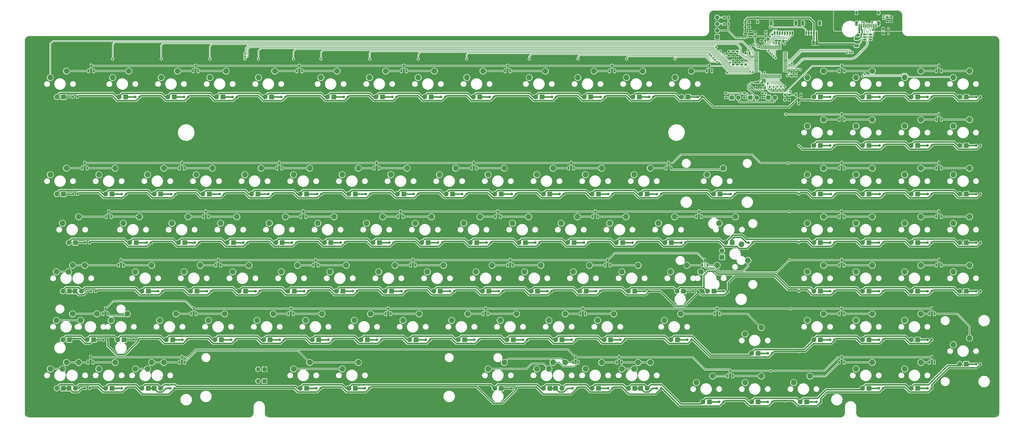
<source format=gbl>
G04 #@! TF.GenerationSoftware,KiCad,Pcbnew,(6.0.0)*
G04 #@! TF.CreationDate,2022-01-12T23:24:29+01:00*
G04 #@! TF.ProjectId,E80-1800-pcb-universal,4538302d-3138-4303-902d-7063622d756e,rev?*
G04 #@! TF.SameCoordinates,Original*
G04 #@! TF.FileFunction,Copper,L2,Bot*
G04 #@! TF.FilePolarity,Positive*
%FSLAX46Y46*%
G04 Gerber Fmt 4.6, Leading zero omitted, Abs format (unit mm)*
G04 Created by KiCad (PCBNEW (6.0.0)) date 2022-01-12 23:24:29*
%MOMM*%
%LPD*%
G01*
G04 APERTURE LIST*
G04 Aperture macros list*
%AMRoundRect*
0 Rectangle with rounded corners*
0 $1 Rounding radius*
0 $2 $3 $4 $5 $6 $7 $8 $9 X,Y pos of 4 corners*
0 Add a 4 corners polygon primitive as box body*
4,1,4,$2,$3,$4,$5,$6,$7,$8,$9,$2,$3,0*
0 Add four circle primitives for the rounded corners*
1,1,$1+$1,$2,$3*
1,1,$1+$1,$4,$5*
1,1,$1+$1,$6,$7*
1,1,$1+$1,$8,$9*
0 Add four rect primitives between the rounded corners*
20,1,$1+$1,$2,$3,$4,$5,0*
20,1,$1+$1,$4,$5,$6,$7,0*
20,1,$1+$1,$6,$7,$8,$9,0*
20,1,$1+$1,$8,$9,$2,$3,0*%
G04 Aperture macros list end*
G04 #@! TA.AperFunction,ComponentPad*
%ADD10R,1.700000X1.700000*%
G04 #@! TD*
G04 #@! TA.AperFunction,ComponentPad*
%ADD11O,1.700000X1.700000*%
G04 #@! TD*
G04 #@! TA.AperFunction,SMDPad,CuDef*
%ADD12RoundRect,0.150000X0.500000X0.150000X-0.500000X0.150000X-0.500000X-0.150000X0.500000X-0.150000X0*%
G04 #@! TD*
G04 #@! TA.AperFunction,SMDPad,CuDef*
%ADD13RoundRect,0.200000X0.200000X0.275000X-0.200000X0.275000X-0.200000X-0.275000X0.200000X-0.275000X0*%
G04 #@! TD*
G04 #@! TA.AperFunction,SMDPad,CuDef*
%ADD14RoundRect,0.200000X-0.275000X0.200000X-0.275000X-0.200000X0.275000X-0.200000X0.275000X0.200000X0*%
G04 #@! TD*
G04 #@! TA.AperFunction,SMDPad,CuDef*
%ADD15RoundRect,0.200000X0.275000X-0.200000X0.275000X0.200000X-0.275000X0.200000X-0.275000X-0.200000X0*%
G04 #@! TD*
G04 #@! TA.AperFunction,SMDPad,CuDef*
%ADD16RoundRect,0.200000X-0.200000X-0.275000X0.200000X-0.275000X0.200000X0.275000X-0.200000X0.275000X0*%
G04 #@! TD*
G04 #@! TA.AperFunction,SMDPad,CuDef*
%ADD17RoundRect,0.225000X-0.250000X0.225000X-0.250000X-0.225000X0.250000X-0.225000X0.250000X0.225000X0*%
G04 #@! TD*
G04 #@! TA.AperFunction,SMDPad,CuDef*
%ADD18RoundRect,0.225000X0.225000X0.250000X-0.225000X0.250000X-0.225000X-0.250000X0.225000X-0.250000X0*%
G04 #@! TD*
G04 #@! TA.AperFunction,SMDPad,CuDef*
%ADD19RoundRect,0.225000X0.250000X-0.225000X0.250000X0.225000X-0.250000X0.225000X-0.250000X-0.225000X0*%
G04 #@! TD*
G04 #@! TA.AperFunction,SMDPad,CuDef*
%ADD20RoundRect,0.225000X-0.225000X-0.250000X0.225000X-0.250000X0.225000X0.250000X-0.225000X0.250000X0*%
G04 #@! TD*
G04 #@! TA.AperFunction,ComponentPad*
%ADD21C,2.250000*%
G04 #@! TD*
G04 #@! TA.AperFunction,ComponentPad*
%ADD22C,1.905000*%
G04 #@! TD*
G04 #@! TA.AperFunction,ComponentPad*
%ADD23R,1.905000X1.905000*%
G04 #@! TD*
G04 #@! TA.AperFunction,SMDPad,CuDef*
%ADD24RoundRect,0.150000X-0.150000X0.587500X-0.150000X-0.587500X0.150000X-0.587500X0.150000X0.587500X0*%
G04 #@! TD*
G04 #@! TA.AperFunction,SMDPad,CuDef*
%ADD25RoundRect,0.150000X0.150000X-0.587500X0.150000X0.587500X-0.150000X0.587500X-0.150000X-0.587500X0*%
G04 #@! TD*
G04 #@! TA.AperFunction,ComponentPad*
%ADD26R,1.800000X1.800000*%
G04 #@! TD*
G04 #@! TA.AperFunction,ComponentPad*
%ADD27C,1.800000*%
G04 #@! TD*
G04 #@! TA.AperFunction,SMDPad,CuDef*
%ADD28RoundRect,0.075000X-0.700000X-0.075000X0.700000X-0.075000X0.700000X0.075000X-0.700000X0.075000X0*%
G04 #@! TD*
G04 #@! TA.AperFunction,SMDPad,CuDef*
%ADD29RoundRect,0.075000X-0.075000X-0.700000X0.075000X-0.700000X0.075000X0.700000X-0.075000X0.700000X0*%
G04 #@! TD*
G04 #@! TA.AperFunction,ComponentPad*
%ADD30O,1.000000X1.600000*%
G04 #@! TD*
G04 #@! TA.AperFunction,ComponentPad*
%ADD31O,1.000000X2.100000*%
G04 #@! TD*
G04 #@! TA.AperFunction,SMDPad,CuDef*
%ADD32R,0.300000X1.450000*%
G04 #@! TD*
G04 #@! TA.AperFunction,SMDPad,CuDef*
%ADD33R,0.600000X1.450000*%
G04 #@! TD*
G04 #@! TA.AperFunction,SMDPad,CuDef*
%ADD34RoundRect,0.237500X0.237500X-0.287500X0.237500X0.287500X-0.237500X0.287500X-0.237500X-0.287500X0*%
G04 #@! TD*
G04 #@! TA.AperFunction,SMDPad,CuDef*
%ADD35RoundRect,0.150000X0.587500X0.150000X-0.587500X0.150000X-0.587500X-0.150000X0.587500X-0.150000X0*%
G04 #@! TD*
G04 #@! TA.AperFunction,SMDPad,CuDef*
%ADD36RoundRect,0.250000X0.625000X-0.375000X0.625000X0.375000X-0.625000X0.375000X-0.625000X-0.375000X0*%
G04 #@! TD*
G04 #@! TA.AperFunction,SMDPad,CuDef*
%ADD37R,1.000000X1.500000*%
G04 #@! TD*
G04 #@! TA.AperFunction,SMDPad,CuDef*
%ADD38RoundRect,0.150000X-0.150000X-0.625000X0.150000X-0.625000X0.150000X0.625000X-0.150000X0.625000X0*%
G04 #@! TD*
G04 #@! TA.AperFunction,SMDPad,CuDef*
%ADD39RoundRect,0.250000X-0.350000X-0.650000X0.350000X-0.650000X0.350000X0.650000X-0.350000X0.650000X0*%
G04 #@! TD*
G04 #@! TA.AperFunction,SMDPad,CuDef*
%ADD40R,0.450000X0.600000*%
G04 #@! TD*
G04 #@! TA.AperFunction,ViaPad*
%ADD41C,0.800000*%
G04 #@! TD*
G04 #@! TA.AperFunction,Conductor*
%ADD42C,0.600000*%
G04 #@! TD*
G04 #@! TA.AperFunction,Conductor*
%ADD43C,0.300000*%
G04 #@! TD*
G04 #@! TA.AperFunction,Conductor*
%ADD44C,0.200000*%
G04 #@! TD*
G04 APERTURE END LIST*
G36*
X295935992Y15400000D02*
G01*
X295435992Y15400000D01*
X295435992Y15800000D01*
X295935992Y15800000D01*
X295935992Y15400000D01*
G37*
G36*
X295935992Y16200000D02*
G01*
X295435992Y16200000D01*
X295435992Y16600000D01*
X295935992Y16600000D01*
X295935992Y16200000D01*
G37*
D10*
X80100000Y-111900000D03*
D11*
X77560000Y-111900000D03*
X77560000Y-116550000D03*
D10*
X80100000Y-116550000D03*
D12*
X315055890Y19367000D03*
X315055890Y18417000D03*
X315055890Y17467000D03*
X317355890Y17467000D03*
X317355890Y18417000D03*
X317355890Y19367000D03*
D13*
X102028550Y-119380320D03*
X100378550Y-119380320D03*
X121078630Y-119380320D03*
X119428630Y-119380320D03*
X341344200Y-119380480D03*
X339694200Y-119380480D03*
X322294120Y-119380480D03*
X320644120Y-119380480D03*
X297886335Y-124737913D03*
X296236335Y-124737913D03*
X278836255Y-124737913D03*
X277186255Y-124737913D03*
X259786175Y-124737913D03*
X258136175Y-124737913D03*
X235379110Y-119380320D03*
X233729110Y-119380320D03*
X216329030Y-119380320D03*
X214679030Y-119380320D03*
X202357100Y-119380320D03*
X200707100Y-119380320D03*
X178544500Y-119380320D03*
X176894500Y-119380320D03*
X44878310Y-119380320D03*
X43228310Y-119380320D03*
X25828230Y-119380320D03*
X24178230Y-119380320D03*
X11540670Y-119380320D03*
X9890670Y-119380320D03*
X360394280Y-109855440D03*
X358744280Y-109855440D03*
X341344200Y-100330400D03*
X339694200Y-100330400D03*
X322294120Y-100330400D03*
X320644120Y-100330400D03*
X303244040Y-100330400D03*
X301594040Y-100330400D03*
X278836255Y-105687833D03*
X277186255Y-105687833D03*
X247285410Y-100330240D03*
X245635410Y-100330240D03*
X221091550Y-100330240D03*
X219441550Y-100330240D03*
X202041470Y-100330240D03*
X200391470Y-100330240D03*
X182991390Y-100330240D03*
X181341390Y-100330240D03*
X163941310Y-100330240D03*
X162291310Y-100330240D03*
X144891230Y-100330240D03*
X143241230Y-100330240D03*
X125841150Y-100330240D03*
X124191150Y-100330240D03*
X106791070Y-100330240D03*
X105141070Y-100330240D03*
X87740990Y-100330240D03*
X86090990Y-100330240D03*
X68690910Y-100330240D03*
X67040910Y-100330240D03*
X49640830Y-100330240D03*
X47990830Y-100330240D03*
X30590750Y-100330240D03*
X28940750Y-100330240D03*
X18684450Y-100330240D03*
X17034450Y-100330240D03*
X360394280Y-81280320D03*
X358744280Y-81280320D03*
X341344200Y-81280320D03*
X339694200Y-81280320D03*
X322294120Y-81280320D03*
X320644120Y-81280320D03*
X303244040Y-81280320D03*
X301594040Y-81280320D03*
X261572970Y-81280160D03*
X259922970Y-81280160D03*
X249666670Y-81280160D03*
X248016670Y-81280160D03*
X230616590Y-81280160D03*
X228966590Y-81280160D03*
X211566510Y-81280160D03*
X209916510Y-81280160D03*
X192516430Y-81280160D03*
X190866430Y-81280160D03*
X173466350Y-81280160D03*
X171816350Y-81280160D03*
X154416270Y-81280160D03*
X152766270Y-81280160D03*
X135366190Y-81280160D03*
X133716190Y-81280160D03*
X116316110Y-81280160D03*
X114666110Y-81280160D03*
X97266030Y-81280160D03*
X95616030Y-81280160D03*
X78215950Y-81280160D03*
X76565950Y-81280160D03*
X59165870Y-81280160D03*
X57515870Y-81280160D03*
X40115790Y-81280160D03*
X38465790Y-81280160D03*
X13921930Y-81280160D03*
X12271930Y-81280160D03*
X360394280Y-62230240D03*
X358744280Y-62230240D03*
X341344200Y-62230240D03*
X339694200Y-62230240D03*
X322294120Y-62230240D03*
X320644120Y-62230240D03*
X303244040Y-62230240D03*
X301594040Y-62230240D03*
X271246025Y-62253913D03*
X269596025Y-62253913D03*
X244904150Y-62230080D03*
X243254150Y-62230080D03*
X225854070Y-62230080D03*
X224204070Y-62230080D03*
X206803990Y-62230080D03*
X205153990Y-62230080D03*
X187753910Y-62230080D03*
X186103910Y-62230080D03*
X168703830Y-62230080D03*
X167053830Y-62230080D03*
X149653750Y-62230080D03*
X148003750Y-62230080D03*
X130603670Y-62230080D03*
X128953670Y-62230080D03*
X111553590Y-62230080D03*
X109903590Y-62230080D03*
X92503510Y-62230080D03*
X90853510Y-62230080D03*
X73453430Y-62230080D03*
X71803430Y-62230080D03*
X54403350Y-62230080D03*
X52753350Y-62230080D03*
X35668900Y-62230080D03*
X34018900Y-62230080D03*
X11540670Y-62230080D03*
X9890670Y-62230080D03*
X360394280Y-43180000D03*
X358744280Y-43180000D03*
X341344015Y-43180000D03*
X339694015Y-43180000D03*
X322609640Y-43180000D03*
X320959640Y-43180000D03*
X303559640Y-43180000D03*
X301909640Y-43180000D03*
X264268750Y-43180000D03*
X262618750Y-43180000D03*
X235378125Y-43180000D03*
X233728125Y-43180000D03*
X216328125Y-43180000D03*
X214678125Y-43180000D03*
X197278125Y-43180000D03*
X195628125Y-43180000D03*
X178543750Y-43180000D03*
X176893750Y-43180000D03*
X159178125Y-43180000D03*
X157528125Y-43180000D03*
X140128125Y-43180000D03*
X138478125Y-43180000D03*
X121393750Y-43180000D03*
X119743750Y-43180000D03*
X102343750Y-43180000D03*
X100693750Y-43180000D03*
X83293750Y-43180000D03*
X81643750Y-43180000D03*
X64243750Y-43180000D03*
X62593750Y-43180000D03*
X45193750Y-43180000D03*
X43543750Y-43180000D03*
X25828125Y-43180000D03*
X24178125Y-43180000D03*
X6778125Y-43180000D03*
X5128125Y-43180000D03*
X360394280Y-24129920D03*
X358744280Y-24129920D03*
X341344015Y-24130000D03*
X339694015Y-24130000D03*
X322609640Y-24130000D03*
X320959640Y-24130000D03*
X303244015Y-24130000D03*
X301594015Y-24130000D03*
X360394280Y-5079840D03*
X358744280Y-5079840D03*
X341344015Y-5080000D03*
X339694015Y-5080000D03*
X322609640Y-5080000D03*
X320959640Y-5080000D03*
X303244015Y-5080000D03*
X301594015Y-5080000D03*
X251451720Y-5080000D03*
X249801720Y-5080000D03*
X232401720Y-5080000D03*
X230751720Y-5080000D03*
X213351720Y-5080000D03*
X211701720Y-5080000D03*
X194301720Y-5080000D03*
X192651720Y-5080000D03*
X169893839Y-5080000D03*
X168243839Y-5080000D03*
X150843839Y-5080000D03*
X149193839Y-5080000D03*
X131793839Y-5080000D03*
X130143839Y-5080000D03*
X112743839Y-5080000D03*
X111093839Y-5080000D03*
X88335958Y-5080000D03*
X86685958Y-5080000D03*
X69285958Y-5080000D03*
X67635958Y-5080000D03*
X50235958Y-5080000D03*
X48585958Y-5080000D03*
X31185958Y-5080000D03*
X29535958Y-5080000D03*
X6778125Y-5080000D03*
X5128125Y-5080000D03*
D14*
X263596492Y12763000D03*
X263596492Y11113000D03*
D15*
X261945492Y11113000D03*
X261945492Y12763000D03*
X265247492Y7620500D03*
X265247492Y9270500D03*
D14*
X263596492Y9270500D03*
X263596492Y7620500D03*
D16*
X270990750Y-1536500D03*
X272640750Y-1536500D03*
D15*
X275159490Y-5295400D03*
X275159490Y-3645400D03*
X267945890Y-5319500D03*
X267945890Y-3669500D03*
X260732290Y-5295400D03*
X260732290Y-3645400D03*
X325555890Y26180000D03*
X325555890Y24530000D03*
X323955890Y24530000D03*
X323955890Y26180000D03*
D16*
X283884890Y-6159500D03*
X285534890Y-6159500D03*
X283884890Y-4265000D03*
X285534890Y-4265000D03*
D13*
X261710992Y26098500D03*
X260060992Y26098500D03*
X261710992Y23558500D03*
X260060992Y23558500D03*
D17*
X265247492Y12713000D03*
X265247492Y11163000D03*
X266898492Y9220500D03*
X266898492Y7670500D03*
D18*
X276090750Y-1536500D03*
X274540750Y-1536500D03*
D19*
X268549492Y7670500D03*
X268549492Y9220500D03*
D18*
X276125750Y16971500D03*
X274575750Y16971500D03*
X283262390Y16971500D03*
X281712390Y16971500D03*
D20*
X273439250Y571500D03*
X274989250Y571500D03*
D19*
X276407890Y20421140D03*
X276407890Y18871140D03*
D18*
X270015000Y12129008D03*
X268465000Y12129008D03*
D19*
X286448500Y3243008D03*
X286448500Y4793008D03*
X288168000Y3243008D03*
X288168000Y4793008D03*
X272200390Y18846500D03*
X272200390Y20396500D03*
D20*
X268355390Y22298500D03*
X269905390Y22298500D03*
D17*
X273152890Y25848500D03*
X273152890Y24298500D03*
D20*
X269903890Y24198500D03*
X268353890Y24198500D03*
D21*
X224790000Y-111760000D03*
X231140000Y-109220000D03*
D22*
X229870000Y-119380000D03*
D23*
X227330000Y-119380000D03*
D21*
X191452500Y-111760000D03*
X197802500Y-109220000D03*
D22*
X196532500Y-119380000D03*
D23*
X193992500Y-119380000D03*
D21*
X34290000Y-111760000D03*
X40640000Y-109220000D03*
D22*
X39370000Y-119380000D03*
D23*
X36830000Y-119380000D03*
D21*
X952500Y-111760000D03*
X7302500Y-109220000D03*
D22*
X6032500Y-119380000D03*
D23*
X3492500Y-119380000D03*
D21*
X250983750Y-73660000D03*
X257333750Y-71120000D03*
D22*
X253523750Y-81280000D03*
D23*
X256063750Y-81280000D03*
D21*
X8096250Y-92710000D03*
X14446250Y-90170000D03*
D22*
X10636250Y-100330000D03*
D23*
X13176250Y-100330000D03*
D21*
X3333750Y-73660000D03*
X9683750Y-71120000D03*
D22*
X8413750Y-81280000D03*
D23*
X5873750Y-81280000D03*
D21*
X-3810000Y2540000D03*
X2540000Y5080000D03*
D22*
X-1270000Y-5080000D03*
D23*
X1270000Y-5080000D03*
D21*
X91440100Y-111760120D03*
X97790100Y-109220120D03*
D22*
X93980100Y-119380120D03*
D23*
X96520100Y-119380120D03*
D24*
X288282750Y-4327500D03*
X290182750Y-4327500D03*
X289232750Y-6202500D03*
D25*
X342326000Y-109141500D03*
X340426000Y-109141500D03*
X341376000Y-107266500D03*
X307020000Y-109141500D03*
X305120000Y-109141500D03*
X306070000Y-107266500D03*
X263332000Y-114475500D03*
X261432000Y-114475500D03*
X262382000Y-112600500D03*
X219898000Y-109141500D03*
X217998000Y-109141500D03*
X218948000Y-107266500D03*
X202880000Y-109141500D03*
X200980000Y-109141500D03*
X201930000Y-107266500D03*
X48702000Y-109141500D03*
X46802000Y-109141500D03*
X47752000Y-107266500D03*
X12888000Y-109141500D03*
X10988000Y-109141500D03*
X11938000Y-107266500D03*
X342326000Y-90091500D03*
X340426000Y-90091500D03*
X341376000Y-88216500D03*
X307020000Y-90091500D03*
X305120000Y-90091500D03*
X306070000Y-88216500D03*
X258252000Y-90091500D03*
X256352000Y-90091500D03*
X257302000Y-88216500D03*
X205674000Y-90091500D03*
X203774000Y-90091500D03*
X204724000Y-88216500D03*
X167574000Y-90091500D03*
X165674000Y-90091500D03*
X166624000Y-88216500D03*
X129474000Y-90091500D03*
X127574000Y-90091500D03*
X128524000Y-88216500D03*
X91374000Y-90091500D03*
X89474000Y-90091500D03*
X90424000Y-88216500D03*
X53274000Y-90091500D03*
X51374000Y-90091500D03*
X52324000Y-88216500D03*
X18730000Y-90091500D03*
X16830000Y-90091500D03*
X17780000Y-88216500D03*
X345120000Y-71041500D03*
X343220000Y-71041500D03*
X344170000Y-69166500D03*
X307020000Y-71041500D03*
X305120000Y-71041500D03*
X306070000Y-69166500D03*
X253426000Y-71041500D03*
X251526000Y-71041500D03*
X252476000Y-69166500D03*
X215326000Y-71041500D03*
X213426000Y-71041500D03*
X214376000Y-69166500D03*
X177226000Y-71041500D03*
X175326000Y-71041500D03*
X176276000Y-69166500D03*
X139126000Y-71041500D03*
X137226000Y-71041500D03*
X138176000Y-69166500D03*
X101026000Y-71041500D03*
X99126000Y-71041500D03*
X100076000Y-69166500D03*
X62926000Y-71041500D03*
X61026000Y-71041500D03*
X61976000Y-69166500D03*
X24826000Y-71041500D03*
X22926000Y-71041500D03*
X23876000Y-69166500D03*
X345120000Y-51991500D03*
X343220000Y-51991500D03*
X344170000Y-50116500D03*
X307020000Y-51991500D03*
X305120000Y-51991500D03*
X306070000Y-50116500D03*
X251140000Y-51991500D03*
X249240000Y-51991500D03*
X250190000Y-50116500D03*
X210500000Y-51991500D03*
X208600000Y-51991500D03*
X209550000Y-50116500D03*
X172400000Y-51991500D03*
X170500000Y-51991500D03*
X171450000Y-50116500D03*
X134300000Y-51991500D03*
X132400000Y-51991500D03*
X133350000Y-50116500D03*
X96200000Y-51991500D03*
X94300000Y-51991500D03*
X95250000Y-50116500D03*
X58100000Y-51991500D03*
X56200000Y-51991500D03*
X57150000Y-50116500D03*
X20000000Y-51991500D03*
X18100000Y-51991500D03*
X19050000Y-50116500D03*
X345120000Y-32941500D03*
X343220000Y-32941500D03*
X344170000Y-31066500D03*
X307020000Y-32941500D03*
X305120000Y-32941500D03*
X306070000Y-31066500D03*
X239202000Y-32941500D03*
X237302000Y-32941500D03*
X238252000Y-31066500D03*
X201102000Y-32941500D03*
X199202000Y-32941500D03*
X200152000Y-31066500D03*
X163002000Y-32941500D03*
X161102000Y-32941500D03*
X162052000Y-31066500D03*
X124902000Y-32941500D03*
X123002000Y-32941500D03*
X123952000Y-31066500D03*
X86802000Y-32941500D03*
X84902000Y-32941500D03*
X85852000Y-31066500D03*
X48702000Y-32941500D03*
X46802000Y-32941500D03*
X47752000Y-31066500D03*
X10602000Y-32941500D03*
X8702000Y-32941500D03*
X9652000Y-31066500D03*
X345120000Y-13891500D03*
X343220000Y-13891500D03*
X344170000Y-12016500D03*
X307020000Y-13891500D03*
X305120000Y-13891500D03*
X306070000Y-12016500D03*
X345120000Y5158500D03*
X343220000Y5158500D03*
X344170000Y7033500D03*
X307020000Y5158500D03*
X305120000Y5158500D03*
X306070000Y7033500D03*
X255204000Y5158500D03*
X253304000Y5158500D03*
X254254000Y7033500D03*
X217104000Y5158500D03*
X215204000Y5158500D03*
X216154000Y7033500D03*
X176210000Y5158500D03*
X174310000Y5158500D03*
X175260000Y7033500D03*
X135570000Y5158500D03*
X133670000Y5158500D03*
X134620000Y7033500D03*
X94676000Y5158500D03*
X92776000Y5158500D03*
X93726000Y7033500D03*
X54036000Y5158500D03*
X52136000Y5158500D03*
X53086000Y7033500D03*
X13142000Y5158500D03*
X11242000Y5158500D03*
X12192000Y7033500D03*
D21*
X58697833Y2540000D03*
X65047833Y5080000D03*
D22*
X61237833Y-5080000D03*
D23*
X63777833Y-5080000D03*
D21*
X77747833Y2540000D03*
X84097833Y5080000D03*
D22*
X80287833Y-5080000D03*
D23*
X82827833Y-5080000D03*
D21*
X121205714Y2540000D03*
X127555714Y5080000D03*
D22*
X123745714Y-5080000D03*
D23*
X126285714Y-5080000D03*
D21*
X140255714Y2540000D03*
X146605714Y5080000D03*
D22*
X142795714Y-5080000D03*
D23*
X145335714Y-5080000D03*
D21*
X159305714Y2540000D03*
X165655714Y5080000D03*
D22*
X161845714Y-5080000D03*
D23*
X164385714Y-5080000D03*
D21*
X183713595Y2540000D03*
X190063595Y5080000D03*
D22*
X186253595Y-5080000D03*
D23*
X188793595Y-5080000D03*
D21*
X221813595Y2540000D03*
X228163595Y5080000D03*
D22*
X224353595Y-5080000D03*
D23*
X226893595Y-5080000D03*
D21*
X15240000Y-35560000D03*
X21590000Y-33020000D03*
D22*
X17780000Y-43180000D03*
D23*
X20320000Y-43180000D03*
D21*
X34290000Y-35560000D03*
X40640000Y-33020000D03*
D22*
X36830000Y-43180000D03*
D23*
X39370000Y-43180000D03*
D21*
X53340000Y-35560000D03*
X59690000Y-33020000D03*
D22*
X55880000Y-43180000D03*
D23*
X58420000Y-43180000D03*
D21*
X72390000Y-35560000D03*
X78740000Y-33020000D03*
D22*
X74930000Y-43180000D03*
D23*
X77470000Y-43180000D03*
D21*
X91440000Y-35560000D03*
X97790000Y-33020000D03*
D22*
X93980000Y-43180000D03*
D23*
X96520000Y-43180000D03*
D21*
X110490000Y-35560000D03*
X116840000Y-33020000D03*
D22*
X113030000Y-43180000D03*
D23*
X115570000Y-43180000D03*
D21*
X129540000Y-35560000D03*
X135890000Y-33020000D03*
D22*
X132080000Y-43180000D03*
D23*
X134620000Y-43180000D03*
D21*
X148590000Y-35560000D03*
X154940000Y-33020000D03*
D22*
X151130000Y-43180000D03*
D23*
X153670000Y-43180000D03*
D21*
X167640000Y-35560000D03*
X173990000Y-33020000D03*
D22*
X170180000Y-43180000D03*
D23*
X172720000Y-43180000D03*
D21*
X205740000Y-35560000D03*
X212090000Y-33020000D03*
D22*
X208280000Y-43180000D03*
D23*
X210820000Y-43180000D03*
D21*
X224790000Y-35560000D03*
X231140000Y-33020000D03*
D22*
X227330000Y-43180000D03*
D23*
X229870000Y-43180000D03*
D21*
X253365000Y-35560000D03*
X259715000Y-33020000D03*
D22*
X255905000Y-43180000D03*
D23*
X258445000Y-43180000D03*
D21*
X952500Y-54610000D03*
X7302500Y-52070000D03*
D22*
X3492500Y-62230000D03*
D23*
X6032500Y-62230000D03*
D21*
X24765000Y-54610000D03*
X31115000Y-52070000D03*
D22*
X27305000Y-62230000D03*
D23*
X29845000Y-62230000D03*
D21*
X43815000Y-54610000D03*
X50165000Y-52070000D03*
D22*
X46355000Y-62230000D03*
D23*
X48895000Y-62230000D03*
D21*
X62865000Y-54610000D03*
X69215000Y-52070000D03*
D22*
X65405000Y-62230000D03*
D23*
X67945000Y-62230000D03*
D21*
X81915000Y-54610000D03*
X88265000Y-52070000D03*
D22*
X84455000Y-62230000D03*
D23*
X86995000Y-62230000D03*
D21*
X100965000Y-54610000D03*
X107315000Y-52070000D03*
D22*
X103505000Y-62230000D03*
D23*
X106045000Y-62230000D03*
D21*
X120015000Y-54610000D03*
X126365000Y-52070000D03*
D22*
X122555000Y-62230000D03*
D23*
X125095000Y-62230000D03*
D21*
X139065000Y-54610000D03*
X145415000Y-52070000D03*
D22*
X141605000Y-62230000D03*
D23*
X144145000Y-62230000D03*
D21*
X158115000Y-54610000D03*
X164465000Y-52070000D03*
D22*
X160655000Y-62230000D03*
D23*
X163195000Y-62230000D03*
D21*
X177165000Y-54610000D03*
X183515000Y-52070000D03*
D22*
X179705000Y-62230000D03*
D23*
X182245000Y-62230000D03*
D21*
X196215000Y-54610000D03*
X202565000Y-52070000D03*
D22*
X198755000Y-62230000D03*
D23*
X201295000Y-62230000D03*
D21*
X215265000Y-54610000D03*
X221615000Y-52070000D03*
D22*
X217805000Y-62230000D03*
D23*
X220345000Y-62230000D03*
D21*
X234315000Y-54610000D03*
X240665000Y-52070000D03*
D22*
X236855000Y-62230000D03*
D23*
X239395000Y-62230000D03*
D21*
X258127500Y-54610000D03*
X264477500Y-52070000D03*
D22*
X260667500Y-62230000D03*
D23*
X263207500Y-62230000D03*
D21*
X29527500Y-73660000D03*
X35877500Y-71120000D03*
D22*
X32067500Y-81280000D03*
D23*
X34607500Y-81280000D03*
D21*
X48577500Y-73660000D03*
X54927500Y-71120000D03*
D22*
X51117500Y-81280000D03*
D23*
X53657500Y-81280000D03*
D21*
X67627500Y-73660000D03*
X73977500Y-71120000D03*
D22*
X70167500Y-81280000D03*
D23*
X72707500Y-81280000D03*
D21*
X86677500Y-73660000D03*
X93027500Y-71120000D03*
D22*
X89217500Y-81280000D03*
D23*
X91757500Y-81280000D03*
D21*
X105727500Y-73660000D03*
X112077500Y-71120000D03*
D22*
X108267500Y-81280000D03*
D23*
X110807500Y-81280000D03*
D21*
X124777500Y-73660000D03*
X131127500Y-71120000D03*
D22*
X127317500Y-81280000D03*
D23*
X129857500Y-81280000D03*
D21*
X143827500Y-73660000D03*
X150177500Y-71120000D03*
D22*
X146367500Y-81280000D03*
D23*
X148907500Y-81280000D03*
D21*
X162877500Y-73660000D03*
X169227500Y-71120000D03*
D22*
X165417500Y-81280000D03*
D23*
X167957500Y-81280000D03*
D21*
X181927500Y-73660000D03*
X188277500Y-71120000D03*
D22*
X184467500Y-81280000D03*
D23*
X187007500Y-81280000D03*
D21*
X200977500Y-73660000D03*
X207327500Y-71120000D03*
D22*
X203517500Y-81280000D03*
D23*
X206057500Y-81280000D03*
D21*
X220027500Y-73660000D03*
X226377500Y-71120000D03*
D22*
X222567500Y-81280000D03*
D23*
X225107500Y-81280000D03*
D21*
X239077500Y-73660000D03*
X245427500Y-71120000D03*
D22*
X241617500Y-81280000D03*
D23*
X244157500Y-81280000D03*
D21*
X266858750Y-62865000D03*
X269398750Y-69215000D03*
D22*
X259238750Y-65405000D03*
D23*
X259238750Y-67945000D03*
D21*
X-1428750Y-92710000D03*
X4921250Y-90170000D03*
D22*
X1111250Y-100330000D03*
D23*
X3651250Y-100330000D03*
D21*
X20002500Y-92710000D03*
X26352500Y-90170000D03*
D22*
X22542500Y-100330000D03*
D23*
X25082500Y-100330000D03*
D21*
X58102500Y-92710000D03*
X64452500Y-90170000D03*
D22*
X60642500Y-100330000D03*
D23*
X63182500Y-100330000D03*
D21*
X77152500Y-92710000D03*
X83502500Y-90170000D03*
D22*
X79692500Y-100330000D03*
D23*
X82232500Y-100330000D03*
D21*
X96202500Y-92710000D03*
X102552500Y-90170000D03*
D22*
X98742500Y-100330000D03*
D23*
X101282500Y-100330000D03*
D21*
X115252500Y-92710000D03*
X121602500Y-90170000D03*
D22*
X117792500Y-100330000D03*
D23*
X120332500Y-100330000D03*
D21*
X134302500Y-92710000D03*
X140652500Y-90170000D03*
D22*
X136842500Y-100330000D03*
D23*
X139382500Y-100330000D03*
D21*
X153352500Y-92710000D03*
X159702500Y-90170000D03*
D22*
X155892500Y-100330000D03*
D23*
X158432500Y-100330000D03*
D21*
X172402500Y-92710000D03*
X178752500Y-90170000D03*
D22*
X174942500Y-100330000D03*
D23*
X177482500Y-100330000D03*
D21*
X191452500Y-92710000D03*
X197802500Y-90170000D03*
D22*
X193992500Y-100330000D03*
D23*
X196532500Y-100330000D03*
D21*
X210502500Y-92710000D03*
X216852500Y-90170000D03*
D22*
X213042500Y-100330000D03*
D23*
X215582500Y-100330000D03*
D21*
X243046250Y-90170000D03*
X236696250Y-92710000D03*
D22*
X239236250Y-100330000D03*
D23*
X241776250Y-100330000D03*
D21*
X292655890Y-92710000D03*
X299005890Y-90170000D03*
D22*
X295195890Y-100330000D03*
D23*
X297735890Y-100330000D03*
D21*
X311705890Y-92710000D03*
X318055890Y-90170000D03*
D22*
X314245890Y-100330000D03*
D23*
X316785890Y-100330000D03*
D21*
X330755890Y-92710000D03*
X337105890Y-90170000D03*
D22*
X333295890Y-100330000D03*
D23*
X335835890Y-100330000D03*
D21*
X-3810000Y-111760000D03*
X2540000Y-109220000D03*
D22*
X-1270000Y-119380000D03*
D23*
X1270000Y-119380000D03*
D21*
X110490000Y-111760000D03*
X116840000Y-109220000D03*
D22*
X113030000Y-119380000D03*
D23*
X115570000Y-119380000D03*
D21*
X167640000Y-111760000D03*
X173990000Y-109220000D03*
D22*
X170180000Y-119380000D03*
D23*
X172720000Y-119380000D03*
D21*
X186690000Y-111760000D03*
X193040000Y-109220000D03*
D22*
X189230000Y-119380000D03*
D23*
X191770000Y-119380000D03*
D21*
X205740000Y-111760000D03*
X212090000Y-109220000D03*
D22*
X208280000Y-119380000D03*
D23*
X210820000Y-119380000D03*
D21*
X268248025Y-117117913D03*
X274598025Y-114577913D03*
D22*
X270788025Y-124737913D03*
D23*
X273328025Y-124737913D03*
D21*
X287298025Y-117117913D03*
X293648025Y-114577913D03*
D22*
X289838025Y-124737913D03*
D23*
X292378025Y-124737913D03*
D21*
X330755890Y-111760000D03*
X337105890Y-109220000D03*
D22*
X333295890Y-119380000D03*
D23*
X335835890Y-119380000D03*
D21*
X15240000Y-111760000D03*
X21590000Y-109220000D03*
D22*
X17780000Y-119380000D03*
D23*
X20320000Y-119380000D03*
D21*
X39052500Y-92710000D03*
X45402500Y-90170000D03*
D22*
X41592500Y-100330000D03*
D23*
X44132500Y-100330000D03*
D21*
X186690000Y-35560000D03*
X193040000Y-33020000D03*
D22*
X189230000Y-43180000D03*
D23*
X191770000Y-43180000D03*
D21*
X349805890Y-102235000D03*
X356155890Y-99695000D03*
D22*
X352345890Y-109855000D03*
D23*
X354885890Y-109855000D03*
D21*
X20597833Y2540000D03*
X26947833Y5080000D03*
D22*
X23137833Y-5080000D03*
D23*
X25677833Y-5080000D03*
D21*
X102155714Y2540000D03*
X108505714Y5080000D03*
D22*
X104695714Y-5080000D03*
D23*
X107235714Y-5080000D03*
D21*
X202763595Y2540000D03*
X209113595Y5080000D03*
D22*
X205303595Y-5080000D03*
D23*
X207843595Y-5080000D03*
D21*
X311705890Y-111760000D03*
X318055890Y-109220000D03*
D22*
X314245890Y-119380000D03*
D23*
X316785890Y-119380000D03*
D21*
X311705890Y2540000D03*
X318055890Y5080000D03*
D22*
X314245890Y-5080000D03*
D23*
X316785890Y-5080000D03*
D21*
X311705890Y-16510000D03*
X318055890Y-13970000D03*
D22*
X314245890Y-24130000D03*
D23*
X316785890Y-24130000D03*
D21*
X330755890Y2540000D03*
X337105890Y5080000D03*
D22*
X333295890Y-5080000D03*
D23*
X335835890Y-5080000D03*
D21*
X292655890Y-16510000D03*
X299005890Y-13970000D03*
D22*
X295195890Y-24130000D03*
D23*
X297735890Y-24130000D03*
D21*
X349805890Y2540000D03*
X356155890Y5080000D03*
D22*
X352345890Y-5080000D03*
D23*
X354885890Y-5080000D03*
D21*
X330755890Y-16510000D03*
X337105890Y-13970000D03*
D22*
X333295890Y-24130000D03*
D23*
X335835890Y-24130000D03*
D21*
X349805890Y-16510000D03*
X356155890Y-13970000D03*
D22*
X352345890Y-24130000D03*
D23*
X354885890Y-24130000D03*
D21*
X292655890Y-35560000D03*
X299005890Y-33020000D03*
D22*
X295195890Y-43180000D03*
D23*
X297735890Y-43180000D03*
D21*
X311705890Y-35560000D03*
X318055890Y-33020000D03*
D22*
X314245890Y-43180000D03*
D23*
X316785890Y-43180000D03*
D21*
X330755890Y-35560000D03*
X337105890Y-33020000D03*
D22*
X333295890Y-43180000D03*
D23*
X335835890Y-43180000D03*
D21*
X330755890Y-73660000D03*
X337105890Y-71120000D03*
D22*
X333295890Y-81280000D03*
D23*
X335835890Y-81280000D03*
D21*
X349805890Y-73660000D03*
X356155890Y-71120000D03*
D22*
X352345890Y-81280000D03*
D23*
X354885890Y-81280000D03*
D21*
X292655890Y-54610000D03*
X299005890Y-52070000D03*
D22*
X295195890Y-62230000D03*
D23*
X297735890Y-62230000D03*
D21*
X349805890Y-54610000D03*
X356155890Y-52070000D03*
D22*
X352345890Y-62230000D03*
D23*
X354885890Y-62230000D03*
D21*
X311705890Y-54610000D03*
X318055890Y-52070000D03*
D22*
X314245890Y-62230000D03*
D23*
X316785890Y-62230000D03*
D21*
X330755890Y-54610000D03*
X337105890Y-52070000D03*
D22*
X333295890Y-62230000D03*
D23*
X335835890Y-62230000D03*
D21*
X311705890Y-73660000D03*
X318055890Y-71120000D03*
D22*
X314245890Y-81280000D03*
D23*
X316785890Y-81280000D03*
D21*
X292655890Y-73660000D03*
X299005890Y-71120000D03*
D22*
X295195890Y-81280000D03*
D23*
X297735890Y-81280000D03*
D21*
X220027500Y-111760000D03*
X226377500Y-109220000D03*
D22*
X222567500Y-119380000D03*
D23*
X225107500Y-119380000D03*
D21*
X29527500Y-111760000D03*
X35877500Y-109220000D03*
D22*
X32067500Y-119380000D03*
D23*
X34607500Y-119380000D03*
D21*
X240863595Y2540000D03*
X247213595Y5080000D03*
D22*
X243403595Y-5080000D03*
D23*
X245943595Y-5080000D03*
D21*
X39647833Y2540000D03*
X45997833Y5080000D03*
D22*
X42187833Y-5080000D03*
D23*
X44727833Y-5080000D03*
D21*
X292655890Y2540000D03*
X299005890Y5080000D03*
D22*
X295195890Y-5080000D03*
D23*
X297735890Y-5080000D03*
D21*
X249198025Y-117117913D03*
X255548025Y-114577913D03*
D22*
X251738025Y-124737913D03*
D23*
X254278025Y-124737913D03*
D21*
X-3810000Y-35560000D03*
X2540000Y-33020000D03*
D22*
X-1270000Y-43180000D03*
D23*
X1270000Y-43180000D03*
D21*
X268248025Y-98067913D03*
X274598025Y-95527913D03*
D22*
X270788025Y-105687913D03*
D23*
X273328025Y-105687913D03*
D21*
X349805890Y-35560000D03*
X356155890Y-33020000D03*
D22*
X352345890Y-43180000D03*
D23*
X354885890Y-43180000D03*
D21*
X-1428750Y-73660000D03*
X4921250Y-71120000D03*
D22*
X1111250Y-81280000D03*
D23*
X3651250Y-81280000D03*
D26*
X263127992Y-5357792D03*
D27*
X265667992Y-5357792D03*
D26*
X270271992Y-5357792D03*
D27*
X272811992Y-5357792D03*
D26*
X277415992Y-5357792D03*
D27*
X279955992Y-5357792D03*
D21*
X116840000Y-109220000D03*
X110490000Y-111760000D03*
D22*
X113030000Y-119380000D03*
D23*
X115570000Y-119380000D03*
D10*
X257341390Y18478500D03*
D11*
X257341390Y21018500D03*
X257341390Y23558500D03*
X257341390Y26098500D03*
D28*
X272677250Y4949500D03*
X272677250Y5449500D03*
X272677250Y5949500D03*
X272677250Y6449500D03*
X272677250Y6949500D03*
X272677250Y7449500D03*
X272677250Y7949500D03*
X272677250Y8449500D03*
X272677250Y8949500D03*
X272677250Y9449500D03*
X272677250Y9949500D03*
X272677250Y10449500D03*
X272677250Y10949500D03*
X272677250Y11449500D03*
X272677250Y11949500D03*
X272677250Y12449500D03*
D29*
X274602250Y14374500D03*
X275102250Y14374500D03*
X275602250Y14374500D03*
X276102250Y14374500D03*
X276602250Y14374500D03*
X277102250Y14374500D03*
X277602250Y14374500D03*
X278102250Y14374500D03*
X278602250Y14374500D03*
X279102250Y14374500D03*
X279602250Y14374500D03*
X280102250Y14374500D03*
X280602250Y14374500D03*
X281102250Y14374500D03*
X281602250Y14374500D03*
X282102250Y14374500D03*
D28*
X284027250Y12449500D03*
X284027250Y11949500D03*
X284027250Y11449500D03*
X284027250Y10949500D03*
X284027250Y10449500D03*
X284027250Y9949500D03*
X284027250Y9449500D03*
X284027250Y8949500D03*
X284027250Y8449500D03*
X284027250Y7949500D03*
X284027250Y7449500D03*
X284027250Y6949500D03*
X284027250Y6449500D03*
X284027250Y5949500D03*
X284027250Y5449500D03*
X284027250Y4949500D03*
D29*
X282102250Y3024500D03*
X281602250Y3024500D03*
X281102250Y3024500D03*
X280602250Y3024500D03*
X280102250Y3024500D03*
X279602250Y3024500D03*
X279102250Y3024500D03*
X278602250Y3024500D03*
X278102250Y3024500D03*
X277602250Y3024500D03*
X277102250Y3024500D03*
X276602250Y3024500D03*
X276102250Y3024500D03*
X275602250Y3024500D03*
X275102250Y3024500D03*
X274602250Y3024500D03*
D30*
X320525890Y27950000D03*
X311885890Y27950000D03*
D31*
X311885890Y23770000D03*
X320525890Y23770000D03*
D32*
X315955890Y22855000D03*
X317955890Y22855000D03*
X317455890Y22855000D03*
X316955890Y22855000D03*
X316455890Y22855000D03*
X315455890Y22855000D03*
X314955890Y22855000D03*
X314455890Y22855000D03*
D33*
X319455890Y22855000D03*
X318655890Y22855000D03*
X313755890Y22855000D03*
X312955890Y22855000D03*
X312955890Y22855000D03*
X313755890Y22855000D03*
X318655890Y22855000D03*
X319455890Y22855000D03*
D34*
X322301890Y19873500D03*
X322301890Y21623500D03*
D35*
X270280390Y20563860D03*
X270280390Y18663860D03*
X268405390Y19613860D03*
D36*
X311951390Y14983000D03*
X311951390Y17783000D03*
D37*
X296335992Y16000000D03*
X295035992Y16000000D03*
D38*
X292185992Y20000000D03*
X293185992Y20000000D03*
X294185992Y20000000D03*
X295185992Y20000000D03*
X296185992Y20000000D03*
D39*
X290885992Y23875000D03*
X297485992Y23875000D03*
D38*
X279837000Y20000000D03*
X280837000Y20000000D03*
X281837000Y20000000D03*
X282837000Y20000000D03*
X283837000Y20000000D03*
X284837000Y20000000D03*
X285837000Y20000000D03*
X286837000Y20000000D03*
D39*
X278537000Y23875000D03*
X288137000Y23875000D03*
D40*
X324391390Y21798500D03*
X324391390Y19698500D03*
D41*
X312955890Y20155000D03*
X329000000Y19600000D03*
X271741390Y28000000D03*
X271716500Y21844508D03*
X367000000Y-128000000D03*
X366985992Y-2000000D03*
X366985992Y-38000000D03*
X45357142Y18000000D03*
X30992996Y-130000000D03*
X295282640Y11303000D03*
X282404392Y-130000000D03*
X300267390Y11303000D03*
X255000000Y26000000D03*
X314808890Y16002000D03*
X314046890Y11049000D03*
X105143592Y-130000000D03*
X276991390Y24448500D03*
X306617390Y8636000D03*
X302000000Y21770000D03*
X257000000Y28000000D03*
X260246792Y-130000000D03*
X255000000Y21000000D03*
X291567890Y8636000D03*
X51989494Y-130000000D03*
X-13014008Y-64000000D03*
X316586890Y13589000D03*
X149458792Y-130000000D03*
X127301192Y-130000000D03*
X-11000000Y18000000D03*
X101714284Y18000000D03*
X246482890Y-82931000D03*
X-13000000Y16000000D03*
X305252140Y11303000D03*
X324391390Y18288000D03*
X290185992Y-2900000D03*
X215931592Y-130000000D03*
X-13014008Y-96000000D03*
X195642854Y18000000D03*
X286868000Y-5081992D03*
X259182890Y-78232000D03*
X171616392Y-130000000D03*
X72985992Y-130000000D03*
X238089192Y-130000000D03*
X-13014008Y-80000000D03*
X302000000Y28000000D03*
X304561992Y-130000000D03*
X-13014008Y0D03*
X317602890Y16002000D03*
X366985992Y-92000000D03*
X7785714Y18000000D03*
X365000000Y18000000D03*
X366985992Y-56000000D03*
X252000000Y18000000D03*
X312649890Y13589000D03*
X-13014008Y-16000000D03*
X265374492Y14033500D03*
X287000000Y28000000D03*
X304000000Y19500000D03*
X175108890Y-121158000D03*
X271716500Y24511508D03*
X239497890Y-82804000D03*
X291585992Y-4200000D03*
X193773992Y-130000000D03*
X-13014008Y-48000000D03*
X314561992Y-130000000D03*
X-13000000Y-128000000D03*
X291585992Y-2900000D03*
X9996498Y-130000000D03*
X312561992Y-128000000D03*
X366985992Y-74000000D03*
X27085992Y-102000000D03*
X311633890Y8636000D03*
X367000000Y16000000D03*
X274341390Y21844508D03*
X74985992Y-128000000D03*
X290297890Y11303000D03*
X64142856Y18000000D03*
X158071426Y18000000D03*
X366985992Y-110000000D03*
X167107890Y-119634000D03*
X-11000000Y-130000000D03*
X322301890Y18288000D03*
X139285712Y18000000D03*
X80985992Y-128000000D03*
X296585992Y6000000D03*
X233214282Y18000000D03*
X274341390Y24498500D03*
X301600890Y8636000D03*
X-13014008Y-112000000D03*
X26571428Y18000000D03*
X-13014008Y-32000000D03*
X273304000Y17717008D03*
X176857140Y18000000D03*
X306561992Y-128000000D03*
X331374661Y-130000000D03*
X120499998Y18000000D03*
X365000000Y-130000000D03*
X82985992Y-130000000D03*
X348500000Y18000000D03*
X366985992Y-20000000D03*
X296584390Y8636000D03*
X214428568Y18000000D03*
X82928570Y18000000D03*
X277041390Y21848500D03*
X332000000Y18000000D03*
X257785890Y-76073000D03*
X258015992Y14790000D03*
X348187330Y-130000000D03*
X258495992Y12950000D03*
X271708890Y25861000D03*
X268254676Y20885214D03*
X283675038Y15777109D03*
X284842199Y3243809D03*
X273275992Y15140000D03*
X256905771Y14518279D03*
X72397992Y11860929D03*
X272296000Y571500D03*
X269437727Y13215735D03*
X72397992Y9843008D03*
X72397992Y10851969D03*
X262439889Y8431897D03*
X270115992Y-710000D03*
X278123729Y22286989D03*
X260185992Y11837990D03*
X277999037Y18510439D03*
X271764734Y15391886D03*
X278947510Y19304000D03*
X270313626Y14845134D03*
X20637500Y9843008D03*
X39647833Y9843008D03*
X58697833Y9843008D03*
X77724000Y9843008D03*
X102171500Y9843008D03*
X121285000Y9843008D03*
X140271500Y9843008D03*
X277366409Y13019599D03*
X254341492Y11717446D03*
X159258000Y9843008D03*
X183769000Y9843008D03*
X278066816Y12319210D03*
X255066165Y11024292D03*
X255790838Y10248584D03*
X278767200Y11618800D03*
X202819000Y9843008D03*
X279467602Y10918406D03*
X256515511Y9472876D03*
X221869000Y9843008D03*
X240792000Y9843008D03*
X280168000Y10218008D03*
X257240184Y8697168D03*
X289868000Y5588508D03*
X308229000Y12319508D03*
X309219503Y12319508D03*
X314261500Y3112008D03*
X315013545Y3929518D03*
X310210006Y12319508D03*
X91440000Y9843008D03*
X275855992Y4390000D03*
X271286980Y4700000D03*
X261199814Y4373824D03*
X289281890Y-7747000D03*
X289281890Y-24130000D03*
X289281890Y-62230000D03*
X289281890Y-43180000D03*
X289408890Y-104992489D03*
X289281890Y-81280000D03*
X283840100Y-124360120D03*
X286639000Y8065008D03*
X285965990Y-3020000D03*
X277114000Y191008D03*
X270286982Y4711924D03*
X280201958Y-2094992D03*
X284226000Y-11873992D03*
X285176979Y-31004000D03*
X280892468Y-1078992D03*
X285567490Y-50054000D03*
X281620972Y-2094992D03*
X282336984Y-1078992D03*
X285623000Y-69023992D03*
X286050992Y-88154000D03*
X283039986Y-2094992D03*
X278303992Y-112538000D03*
X283781500Y-1078992D03*
X280488782Y16111696D03*
X318288690Y21183600D03*
X314072290Y21183600D03*
X304000000Y21770000D03*
X304000000Y28000000D03*
X329000000Y21590000D03*
X329000000Y26000000D03*
X327000000Y28000000D03*
X324391390Y23098500D03*
X322301890Y23114000D03*
X266515992Y-3610000D03*
X277876000Y-1142492D03*
X269025992Y-3960000D03*
X278574500Y-2094992D03*
X279400000Y-1142492D03*
X276285992Y-3614265D03*
X279431100Y16124841D03*
X322555890Y26645003D03*
X314755890Y24155000D03*
X317955890Y24155000D03*
X322555890Y25655000D03*
D42*
X14986000Y-118872000D02*
X12098990Y-118872000D01*
X24426049Y-120832501D02*
X16946501Y-120832501D01*
X29464000Y-118872000D02*
X26386550Y-118872000D01*
X26386550Y-118872000D02*
X24426049Y-120832501D01*
X42676119Y-121632511D02*
X32224511Y-121632511D01*
X44928310Y-119380320D02*
X42676119Y-121632511D01*
X91694432Y-119380320D02*
X44928310Y-119380320D01*
X100626249Y-120832621D02*
X93146733Y-120832621D01*
X102586870Y-118872000D02*
X100626249Y-120832621D01*
X110236000Y-118872000D02*
X102586870Y-118872000D01*
X112196501Y-120832501D02*
X110236000Y-118872000D01*
X119676449Y-120832501D02*
X112196501Y-120832501D01*
X121791431Y-118717519D02*
X119676449Y-120832501D01*
X163143409Y-118717519D02*
X121791431Y-118717519D01*
X169647890Y-125222000D02*
X163143409Y-118717519D01*
X178594500Y-119831390D02*
X173203890Y-125222000D01*
X178594500Y-119380320D02*
X178594500Y-119831390D01*
X12098990Y-118872000D02*
X11590670Y-119380320D01*
X179102820Y-118872000D02*
X178594500Y-119380320D01*
X186436000Y-118872000D02*
X179102820Y-118872000D01*
X189196511Y-121632511D02*
X186436000Y-118872000D01*
X200154909Y-121632511D02*
X189196511Y-121632511D01*
X202915420Y-118872000D02*
X200154909Y-121632511D01*
X205597390Y-118872000D02*
X202915420Y-118872000D01*
X173203890Y-125222000D02*
X169647890Y-125222000D01*
X207557891Y-120832501D02*
X205597390Y-118872000D01*
X214926849Y-120832501D02*
X207557891Y-120832501D01*
X216887350Y-118872000D02*
X214926849Y-120832501D01*
X219964000Y-118872000D02*
X216887350Y-118872000D01*
X16946501Y-120832501D02*
X14986000Y-118872000D01*
X233176919Y-121632511D02*
X222724511Y-121632511D01*
X235429110Y-119380320D02*
X233176919Y-121632511D01*
X235712320Y-119380320D02*
X235429110Y-119380320D01*
X242608011Y-126276011D02*
X235712320Y-119380320D01*
X258298077Y-126276011D02*
X242608011Y-126276011D01*
X260368088Y-124206000D02*
X258298077Y-126276011D01*
X277433754Y-126190414D02*
X269954414Y-126190414D01*
X269954414Y-126190414D02*
X267970000Y-124206000D01*
X32224511Y-121632511D02*
X29464000Y-118872000D01*
X279418168Y-124206000D02*
X277433754Y-126190414D01*
X93146733Y-120832621D02*
X91694432Y-119380320D01*
X283685980Y-124206000D02*
X279418168Y-124206000D01*
X222724511Y-121632511D02*
X219964000Y-118872000D01*
X267970000Y-124206000D02*
X260368088Y-124206000D01*
X283840100Y-124360120D02*
X283685980Y-124206000D01*
X293544992Y25861000D02*
X295185992Y24220000D01*
X273152890Y25861000D02*
X293544992Y25861000D01*
D43*
X196327499Y-107744999D02*
X197802500Y-109220000D01*
X175465001Y-107744999D02*
X196327499Y-107744999D01*
X173990000Y-109220000D02*
X175465001Y-107744999D01*
D42*
X193992500Y-119380000D02*
X191770000Y-119380000D01*
X195435011Y-120822511D02*
X193992500Y-119380000D01*
X197130009Y-120822511D02*
X195435011Y-120822511D01*
X200744600Y-119380320D02*
X198572200Y-119380320D01*
X198572200Y-119380320D02*
X197130009Y-120822511D01*
X189230000Y-119034978D02*
X189230000Y-119380000D01*
X195435011Y-117937489D02*
X190327489Y-117937489D01*
X190327489Y-117937489D02*
X189230000Y-119034978D01*
X196532500Y-119034978D02*
X195435011Y-117937489D01*
X196532500Y-119380000D02*
X196532500Y-119034978D01*
X206065499Y-117927499D02*
X197985001Y-117927499D01*
X197985001Y-117927499D02*
X196532500Y-119380000D01*
X228772511Y-120822511D02*
X227330000Y-119380000D01*
X231909700Y-119380320D02*
X230467509Y-120822511D01*
X233766610Y-119380320D02*
X231909700Y-119380320D01*
X230467509Y-120822511D02*
X228772511Y-120822511D01*
X225107500Y-119380000D02*
X227330000Y-119380000D01*
X231322501Y-117927499D02*
X229870000Y-119380000D01*
X235544287Y-117927499D02*
X231322501Y-117927499D01*
X229870000Y-119034978D02*
X229870000Y-119380000D01*
X228762521Y-117927499D02*
X229870000Y-119034978D01*
X223754999Y-117927499D02*
X228762521Y-117927499D01*
X39967509Y-120822511D02*
X38272511Y-120822511D01*
X41407020Y-119383000D02*
X39967509Y-120822511D01*
X38272511Y-120822511D02*
X36830000Y-119380000D01*
X43263130Y-119383000D02*
X41407020Y-119383000D01*
X36830000Y-119380000D02*
X34607500Y-119380000D01*
X17780000Y-119380000D02*
X17780000Y-119114998D01*
X29789499Y-117927499D02*
X31242000Y-119380000D01*
X17780000Y-119114998D02*
X18967499Y-117927499D01*
X18967499Y-117927499D02*
X29789499Y-117927499D01*
X31242000Y-119380000D02*
X32067500Y-119380000D01*
X40822501Y-117927499D02*
X39370000Y-119380000D01*
X45030053Y-117927499D02*
X40822501Y-117927499D01*
X39370000Y-119034978D02*
X39370000Y-119380000D01*
X38262521Y-117927499D02*
X39370000Y-119034978D01*
X33254999Y-117927499D02*
X38262521Y-117927499D01*
X92964110Y-119380120D02*
X93980100Y-119380120D01*
X45692364Y-118589810D02*
X92173800Y-118589810D01*
X92173800Y-118589810D02*
X92964110Y-119380120D01*
X45030053Y-117927499D02*
X45692364Y-118589810D01*
X32067500Y-119114998D02*
X33254999Y-117927499D01*
X32067500Y-119380000D02*
X32067500Y-119114998D01*
X3492500Y-119380000D02*
X1270000Y-119380000D01*
X7066379Y-120822511D02*
X4935011Y-120822511D01*
X4935011Y-120822511D02*
X3492500Y-119380000D01*
X9928170Y-119380320D02*
X8508570Y-119380320D01*
X8508570Y-119380320D02*
X7066379Y-120822511D01*
X7485001Y-117927499D02*
X6032500Y-119380000D01*
X15311499Y-117927499D02*
X7485001Y-117927499D01*
X4925021Y-117927499D02*
X6032500Y-119034978D01*
X6032500Y-119034978D02*
X6032500Y-119380000D01*
X-82501Y-117927499D02*
X4925021Y-117927499D01*
X-1270000Y-119114998D02*
X-82501Y-117927499D01*
X-1270000Y-119380000D02*
X-1270000Y-119114998D01*
X5873750Y-81280000D02*
X3651250Y-81280000D01*
X7316261Y-82722511D02*
X5873750Y-81280000D01*
X10708730Y-81280160D02*
X9266379Y-82722511D01*
X12309430Y-81280160D02*
X10708730Y-81280160D01*
X9266379Y-82722511D02*
X7316261Y-82722511D01*
X9866251Y-79827499D02*
X8413750Y-81280000D01*
X29630749Y-79827499D02*
X9866251Y-79827499D01*
X8413750Y-80934978D02*
X8413750Y-81280000D01*
X2298749Y-79827499D02*
X7306271Y-79827499D01*
X7306271Y-79827499D02*
X8413750Y-80934978D01*
X29630749Y-79827499D02*
X31083250Y-81280000D01*
X31083250Y-81280000D02*
X32067500Y-81280000D01*
X1111250Y-81014998D02*
X2298749Y-79827499D01*
X1111250Y-81280000D02*
X1111250Y-81014998D01*
X262894229Y-62205481D02*
X263063124Y-62374376D01*
X262894229Y-61004943D02*
X262894229Y-62205481D01*
X266773681Y-60083000D02*
X263816172Y-60083000D01*
X268944594Y-62253913D02*
X266773681Y-60083000D01*
X269546025Y-62253913D02*
X268944594Y-62253913D01*
X263816172Y-60083000D02*
X262894229Y-61004943D01*
X260667500Y-62093299D02*
X260667500Y-62230000D01*
X267157890Y-59283000D02*
X263477799Y-59283000D01*
X268707890Y-60833000D02*
X267157890Y-59283000D01*
X292964890Y-60833000D02*
X268707890Y-60833000D01*
X263477799Y-59283000D02*
X260667500Y-62093299D01*
X294361890Y-62230000D02*
X292964890Y-60833000D01*
X295195890Y-62230000D02*
X294361890Y-62230000D01*
D44*
X317033608Y17467000D02*
X317355890Y17467000D01*
X316405890Y18094718D02*
X317033608Y17467000D01*
X316955890Y21324000D02*
X316405890Y20774000D01*
X316955890Y22731000D02*
X316955890Y21324000D01*
X316405890Y20774000D02*
X316405890Y18094718D01*
X315403172Y17467000D02*
X315068390Y17467000D01*
X316005890Y18069718D02*
X315403172Y17467000D01*
X316005890Y20774000D02*
X316005890Y18069718D01*
X315455890Y22731000D02*
X315455890Y21324000D01*
X315455890Y21324000D02*
X316005890Y20774000D01*
X318355890Y20184000D02*
X319455890Y21284000D01*
X317733792Y18417000D02*
X318355890Y19039098D01*
X318355890Y19039098D02*
X318355890Y20184000D01*
X319455890Y21284000D02*
X319455890Y22731000D01*
X317305890Y18417000D02*
X317733792Y18417000D01*
D42*
X312955890Y22855000D02*
X312955890Y20155000D01*
X313640100Y18674514D02*
X312872586Y17907000D01*
X312872586Y17907000D02*
X312014890Y17907000D01*
X313640100Y19579111D02*
X313640100Y18674514D01*
X314068000Y21179310D02*
X314068000Y20007011D01*
X314068000Y20007011D02*
X313640100Y19579111D01*
X314072290Y21183600D02*
X314068000Y21179310D01*
X14480090Y-80772000D02*
X13971930Y-81280160D01*
X38713449Y-82732501D02*
X31265751Y-82732501D01*
X40673950Y-80772000D02*
X38713449Y-82732501D01*
X48355250Y-80772000D02*
X40673950Y-80772000D01*
X59724030Y-80772000D02*
X57763529Y-82732501D01*
X67405250Y-80772000D02*
X59724030Y-80772000D01*
X50315751Y-82732501D02*
X48355250Y-80772000D01*
X69365751Y-82732501D02*
X67405250Y-80772000D01*
X76813609Y-82732501D02*
X69365751Y-82732501D01*
X95863689Y-82732501D02*
X88415751Y-82732501D01*
X105505250Y-80772000D02*
X97824190Y-80772000D01*
X107465751Y-82732501D02*
X105505250Y-80772000D01*
X114913769Y-82732501D02*
X107465751Y-82732501D01*
X116874270Y-80772000D02*
X114913769Y-82732501D01*
X124555250Y-80772000D02*
X116874270Y-80772000D01*
X126515751Y-82732501D02*
X124555250Y-80772000D01*
X88415751Y-82732501D02*
X86455250Y-80772000D01*
X135924350Y-80772000D02*
X133963849Y-82732501D01*
X143605250Y-80772000D02*
X135924350Y-80772000D01*
X145565751Y-82732501D02*
X143605250Y-80772000D01*
X86455250Y-80772000D02*
X78774110Y-80772000D01*
X154284268Y-81280160D02*
X152831927Y-82732501D01*
X97824190Y-80772000D02*
X95863689Y-82732501D01*
X154974430Y-80772000D02*
X154466270Y-81280160D01*
X162655250Y-80772000D02*
X154974430Y-80772000D01*
X164615751Y-82732501D02*
X162655250Y-80772000D01*
X173334348Y-81280160D02*
X171882007Y-82732501D01*
X173516350Y-81280160D02*
X173334348Y-81280160D01*
X181705250Y-80772000D02*
X174024510Y-80772000D01*
X183665751Y-82732501D02*
X181705250Y-80772000D01*
X174024510Y-80772000D02*
X173516350Y-81280160D01*
X190932087Y-82732501D02*
X183665751Y-82732501D01*
X192384428Y-81280160D02*
X190932087Y-82732501D01*
X29305250Y-80772000D02*
X14480090Y-80772000D01*
X193074590Y-80772000D02*
X192566430Y-81280160D01*
X152831927Y-82732501D02*
X145565751Y-82732501D01*
X200755250Y-80772000D02*
X193074590Y-80772000D01*
X202715751Y-82732501D02*
X200755250Y-80772000D01*
X210164169Y-82732501D02*
X202715751Y-82732501D01*
X212124670Y-80772000D02*
X210164169Y-82732501D01*
X31265751Y-82732501D02*
X29305250Y-80772000D01*
X219805250Y-80772000D02*
X212124670Y-80772000D01*
X78774110Y-80772000D02*
X76813609Y-82732501D01*
X229214249Y-82732501D02*
X221765751Y-82732501D01*
X230666590Y-81280160D02*
X229214249Y-82732501D01*
X240872890Y-87100000D02*
X235053050Y-81280160D01*
X171882007Y-82732501D02*
X164615751Y-82732501D01*
X244599890Y-87100000D02*
X240872890Y-87100000D01*
X57763529Y-82732501D02*
X50315751Y-82732501D01*
X249716670Y-81983220D02*
X244599890Y-87100000D01*
X249716670Y-81280160D02*
X249716670Y-81983220D01*
X235053050Y-81280160D02*
X230666590Y-81280160D01*
X251169011Y-82732501D02*
X249716670Y-81280160D01*
X133963849Y-82732501D02*
X126515751Y-82732501D01*
X264193710Y-75380180D02*
X261622970Y-77950920D01*
X285091390Y-80701500D02*
X279770070Y-75380180D01*
X221765751Y-82732501D02*
X219805250Y-80772000D01*
X288703390Y-80701500D02*
X285091390Y-80701500D01*
X279770070Y-75380180D02*
X264193710Y-75380180D01*
X154466270Y-81280160D02*
X154284268Y-81280160D01*
X261622970Y-81280160D02*
X260170629Y-82732501D01*
X289281890Y-81280000D02*
X288703390Y-80701500D01*
X192566430Y-81280160D02*
X192384428Y-81280160D01*
X261622970Y-77950920D02*
X261622970Y-81280160D01*
X260170629Y-82732501D02*
X251169011Y-82732501D01*
X280097306Y-74590160D02*
X285418627Y-79911481D01*
X257676286Y-74590160D02*
X280097306Y-74590160D01*
X256446246Y-73360120D02*
X257676286Y-74590160D01*
X253740100Y-73360120D02*
X256446246Y-73360120D01*
X293827371Y-79911481D02*
X295195890Y-81280000D01*
X252071249Y-75028971D02*
X253740100Y-73360120D01*
X285418627Y-79911481D02*
X293827371Y-79911481D01*
X252071249Y-79827499D02*
X252071249Y-75028971D01*
D43*
X269398750Y-71517188D02*
X269398750Y-69215000D01*
X267455818Y-73460120D02*
X269398750Y-71517188D01*
X258144362Y-73460120D02*
X267455818Y-73460120D01*
X257333750Y-72649508D02*
X258144362Y-73460120D01*
X257333750Y-71120000D02*
X257333750Y-72649508D01*
X280696852Y-73950140D02*
X285623000Y-69023992D01*
X257941390Y-73950140D02*
X280696852Y-73950140D01*
X256141250Y-72150000D02*
X257941390Y-73950140D01*
X252991998Y-72150000D02*
X256141250Y-72150000D01*
X249689913Y-66317913D02*
X252476000Y-69104000D01*
X252476000Y-69104000D02*
X252476000Y-71634002D01*
X252476000Y-71634002D02*
X252991998Y-72150000D01*
X217162087Y-66317913D02*
X249689913Y-66317913D01*
X214376000Y-69104000D02*
X217162087Y-66317913D01*
X23876000Y-69104000D02*
X214376000Y-69104000D01*
D42*
X289295250Y-6265000D02*
X289232750Y-6202500D01*
X294503249Y-6523001D02*
X294245248Y-6265000D01*
X301851014Y-6523001D02*
X294503249Y-6523001D01*
X303802015Y-4572000D02*
X301851014Y-6523001D01*
X311658000Y-4572000D02*
X303802015Y-4572000D01*
X313618501Y-6532501D02*
X311658000Y-4572000D01*
X321207139Y-6532501D02*
X313618501Y-6532501D01*
X323167640Y-4572000D02*
X321207139Y-6532501D01*
X339941514Y-6532501D02*
X332668501Y-6532501D01*
X332668501Y-6532501D02*
X330708000Y-4572000D01*
X351718501Y-6532501D02*
X349758000Y-4572000D01*
X349758000Y-4572000D02*
X341902015Y-4572000D01*
X330708000Y-4572000D02*
X323167640Y-4572000D01*
X358991619Y-6532501D02*
X351718501Y-6532501D01*
X341902015Y-4572000D02*
X339941514Y-6532501D01*
X360444280Y-5079840D02*
X358991619Y-6532501D01*
X294245248Y-6265000D02*
X289295250Y-6265000D01*
X288223890Y-6265000D02*
X289232750Y-6265000D01*
X255782401Y-9045511D02*
X285443379Y-9045511D01*
X250049219Y-6532501D02*
X251501720Y-5080000D01*
X242593751Y-6532501D02*
X250049219Y-6532501D01*
X240633250Y-4572000D02*
X242593751Y-6532501D01*
X223543751Y-6532501D02*
X230999219Y-6532501D01*
X221583250Y-4572000D02*
X223543751Y-6532501D01*
X285443379Y-9045511D02*
X288223890Y-6265000D01*
X211949219Y-6532501D02*
X213909720Y-4572000D01*
X204493751Y-6532501D02*
X211949219Y-6532501D01*
X202533250Y-4572000D02*
X204493751Y-6532501D01*
X194859720Y-4572000D02*
X202533250Y-4572000D01*
X185443751Y-6532501D02*
X192899219Y-6532501D01*
X183483250Y-4572000D02*
X185443751Y-6532501D01*
X213909720Y-4572000D02*
X221583250Y-4572000D01*
X289232750Y-6265000D02*
X289232750Y-7697860D01*
X170451839Y-4572000D02*
X183483250Y-4572000D01*
X251816890Y-5080000D02*
X255782401Y-9045511D01*
X168491338Y-6532501D02*
X170451839Y-4572000D01*
X151401839Y-4572000D02*
X159099250Y-4572000D01*
X149441338Y-6532501D02*
X151401839Y-4572000D01*
X132351839Y-4572000D02*
X140049250Y-4572000D01*
X130391338Y-6532501D02*
X132351839Y-4572000D01*
X120999250Y-4572000D02*
X122959751Y-6532501D01*
X111341338Y-6532501D02*
X113301839Y-4572000D01*
X101949250Y-4572000D02*
X103909751Y-6532501D01*
X192899219Y-6532501D02*
X194859720Y-4572000D01*
X88893958Y-4572000D02*
X101949250Y-4572000D01*
X79525751Y-6532501D02*
X86933457Y-6532501D01*
X69843958Y-4572000D02*
X77565250Y-4572000D01*
X69335958Y-5080000D02*
X69843958Y-4572000D01*
X103909751Y-6532501D02*
X111341338Y-6532501D01*
X159099250Y-4572000D02*
X161059751Y-6532501D01*
X69153956Y-5080000D02*
X69335958Y-5080000D01*
X140049250Y-4572000D02*
X142009751Y-6532501D01*
X289232750Y-7697860D02*
X289281890Y-7747000D01*
X67701455Y-6532501D02*
X69153956Y-5080000D01*
X60475751Y-6532501D02*
X67701455Y-6532501D01*
X230999219Y-6532501D02*
X232959720Y-4572000D01*
X58515250Y-4572000D02*
X60475751Y-6532501D01*
X50793958Y-4572000D02*
X58515250Y-4572000D01*
X113301839Y-4572000D02*
X120999250Y-4572000D01*
X142009751Y-6532501D02*
X149441338Y-6532501D01*
X48833457Y-6532501D02*
X50793958Y-4572000D01*
X39465250Y-4572000D02*
X41425751Y-6532501D01*
X86933457Y-6532501D02*
X88893958Y-4572000D01*
X29783457Y-6532501D02*
X31743958Y-4572000D01*
X22375751Y-6532501D02*
X29783457Y-6532501D01*
X251501720Y-5080000D02*
X251816890Y-5080000D01*
X31743958Y-4572000D02*
X39465250Y-4572000D01*
X20415250Y-4572000D02*
X22375751Y-6532501D01*
X77565250Y-4572000D02*
X79525751Y-6532501D01*
X122959751Y-6532501D02*
X130391338Y-6532501D01*
X161059751Y-6532501D02*
X168491338Y-6532501D01*
X7336125Y-4572000D02*
X20415250Y-4572000D01*
X232959720Y-4572000D02*
X240633250Y-4572000D01*
X6828125Y-5080000D02*
X7336125Y-4572000D01*
X41425751Y-6532501D02*
X48833457Y-6532501D01*
X347924499Y-111307501D02*
X358992219Y-111307501D01*
X341394200Y-119380480D02*
X341394200Y-117837800D01*
X300299499Y-120832501D02*
X320892099Y-120832501D01*
X297936335Y-123195665D02*
X300299499Y-120832501D01*
X297936335Y-124737913D02*
X297936335Y-123195665D01*
X296483834Y-126190414D02*
X297936335Y-124737913D01*
X283840100Y-124360120D02*
X283994220Y-124206000D01*
X287020000Y-124206000D02*
X289004414Y-126190414D01*
X283994220Y-124206000D02*
X287020000Y-124206000D01*
X330708000Y-118872000D02*
X332668501Y-120832501D01*
X341394200Y-117837800D02*
X347924499Y-111307501D01*
X332668501Y-120832501D02*
X339942179Y-120832501D01*
X358992219Y-111307501D02*
X360444280Y-109855440D01*
X289004414Y-126190414D02*
X296483834Y-126190414D01*
X322852600Y-118872000D02*
X330708000Y-118872000D01*
X339942179Y-120832501D02*
X341394200Y-119380480D01*
X320892099Y-120832501D02*
X322852600Y-118872000D01*
X295200000Y17200000D02*
X295035992Y17035992D01*
X295035992Y17035992D02*
X295035992Y16000000D01*
X295185992Y20000000D02*
X295185992Y17214008D01*
D43*
X281611740Y14383990D02*
X281611740Y16883350D01*
X281611740Y16883350D02*
X281699890Y16971500D01*
X281602250Y14374500D02*
X281611740Y14383990D01*
X281699890Y16971500D02*
X281612390Y16971500D01*
X272690750Y-1536500D02*
X274440750Y-1536500D01*
D44*
X268365000Y12129008D02*
X268537490Y12129008D01*
D43*
X268764240Y12129008D02*
X268365000Y12129008D01*
X275102250Y3024500D02*
X275102250Y584500D01*
D42*
X228517499Y-41727499D02*
X253658749Y-41727499D01*
X221583250Y-81280000D02*
X222567500Y-81280000D01*
X217805000Y-61964998D02*
X218992499Y-60777499D01*
X242411250Y-5080000D02*
X243403595Y-5080000D01*
X60642500Y-100330000D02*
X60642500Y-100064998D01*
X311983499Y-22677499D02*
X313436000Y-24130000D01*
X124991874Y-79827499D02*
X126444375Y-81280000D01*
X-82501Y-41727499D02*
X15406749Y-41727499D01*
X291025524Y-123285412D02*
X289838025Y-124472911D01*
X270176938Y-106299000D02*
X254858734Y-106299000D01*
X254858734Y-106299000D02*
X247446733Y-98886999D01*
D44*
X263494000Y9218008D02*
X261807984Y9218008D01*
D42*
X20740749Y-3627499D02*
X22193250Y-5080000D01*
X122555000Y-61964998D02*
X123742499Y-60777499D01*
X22193250Y-5080000D02*
X23137833Y-5080000D01*
X166604999Y-79827499D02*
X182030749Y-79827499D01*
X64627125Y-62230000D02*
X65405000Y-62230000D01*
X202533250Y-81280000D02*
X203517500Y-81280000D01*
X99929999Y-98877499D02*
X115387499Y-98877499D01*
X129659124Y-41727499D02*
X131111625Y-43180000D01*
X89217500Y-81014998D02*
X90404999Y-79827499D01*
X315433389Y-117927499D02*
X314245890Y-119114998D01*
X171367499Y-41727499D02*
X186936124Y-41727499D01*
X15311499Y-117927499D02*
X16764000Y-119380000D01*
X128504999Y-79827499D02*
X143930749Y-79827499D01*
X86891874Y-79827499D02*
X88344375Y-81280000D01*
X241617500Y-81014998D02*
X242804999Y-79827499D01*
X146367500Y-81014998D02*
X147554999Y-79827499D01*
X179705000Y-61964998D02*
X180892499Y-60777499D01*
X59690000Y-100330000D02*
X60642500Y-100330000D01*
X223361250Y-5080000D02*
X224353595Y-5080000D01*
X23729999Y-98877499D02*
X39187499Y-98877499D01*
X184467500Y-81014998D02*
X185654999Y-79827499D01*
X314245890Y-42914998D02*
X315433389Y-41727499D01*
X124933213Y-3627499D02*
X140374749Y-3627499D01*
X104695714Y-4814998D02*
X105883213Y-3627499D01*
X252925524Y-123285412D02*
X268319412Y-123285412D01*
X80287833Y-4814998D02*
X81475332Y-3627499D01*
X36830000Y-43180000D02*
X36830000Y-42914998D01*
X269771913Y-124737913D02*
X270788025Y-124737913D01*
X215558749Y-60777499D02*
X217011250Y-62230000D01*
X142792499Y-60777499D02*
X158424624Y-60777499D01*
X154908250Y-100330000D02*
X155892500Y-100330000D01*
X165417500Y-81280000D02*
X165417500Y-81014998D01*
X142795714Y-5080000D02*
X142795714Y-4814998D01*
X157079999Y-98877499D02*
X172505749Y-98877499D01*
X218992499Y-60777499D02*
X234608749Y-60777499D01*
X109454999Y-79827499D02*
X124991874Y-79827499D01*
X334483389Y-3627499D02*
X350083499Y-3627499D01*
X296383389Y-22677499D02*
X311983499Y-22677499D01*
X2298749Y-98877499D02*
X8183624Y-98877499D01*
X167806749Y-41727499D02*
X169259250Y-43180000D01*
X1111250Y-100064998D02*
X2298749Y-98877499D01*
X220130749Y-79827499D02*
X221583250Y-81280000D01*
X224909124Y-41727499D02*
X226361625Y-43180000D01*
X54959250Y-43180000D02*
X55880000Y-43180000D01*
X314245890Y-100330000D02*
X314245890Y-100064998D01*
X352345890Y-109855000D02*
X351710890Y-110490000D01*
D44*
X258495992Y12530000D02*
X258495992Y12950000D01*
D42*
X169259250Y-43180000D02*
X170180000Y-43180000D01*
X182030749Y-79827499D02*
X183483250Y-81280000D01*
X236855000Y-61964998D02*
X238042499Y-60777499D01*
X170180000Y-43180000D02*
X170180000Y-42914998D01*
X155892500Y-100330000D02*
X155892500Y-100064998D01*
X151130000Y-42914998D02*
X152317499Y-41727499D01*
X295195890Y-43180000D02*
X294234890Y-43180000D01*
X347472000Y-110490000D02*
X340034501Y-117927499D01*
X41592500Y-100064998D02*
X42779999Y-98877499D01*
X268341390Y22300000D02*
X268342890Y22298500D01*
X140700125Y-62230000D02*
X141605000Y-62230000D01*
X333295890Y-119114998D02*
X333295890Y-119380000D01*
X315433389Y-22677499D02*
X331033499Y-22677499D01*
X214229999Y-98877499D02*
X236910624Y-98877499D01*
X205303595Y-4814998D02*
X206491094Y-3627499D01*
X221908749Y-3627499D02*
X223361250Y-5080000D01*
X162980749Y-79827499D02*
X164433250Y-81280000D01*
X201080749Y-79827499D02*
X202533250Y-81280000D01*
X50133250Y-81280000D02*
X51117500Y-81280000D01*
X332486000Y-62230000D02*
X333295890Y-62230000D01*
X115387499Y-98877499D02*
X116840000Y-100330000D01*
X136842500Y-100064998D02*
X138029999Y-98877499D01*
X17780000Y-42914998D02*
X18967499Y-41727499D01*
X79692500Y-100330000D02*
X79692500Y-100064998D01*
X331033499Y-41727499D02*
X332486000Y-43180000D01*
X174942500Y-100064998D02*
X176129999Y-98877499D01*
X151130000Y-43180000D02*
X151130000Y-42914998D01*
X289838025Y-124472911D02*
X289838025Y-124737913D01*
X71354999Y-79827499D02*
X86891874Y-79827499D01*
X110656749Y-41727499D02*
X112109250Y-43180000D01*
X18967499Y-41727499D02*
X34409124Y-41727499D01*
X93980000Y-42914998D02*
X95167499Y-41727499D01*
X220448249Y-117927499D02*
X221900750Y-119380000D01*
X295185992Y20000000D02*
X295185992Y24220000D01*
X47542499Y-60777499D02*
X63174624Y-60777499D01*
X333295890Y-42914998D02*
X334483389Y-41727499D01*
X243092788Y-125476000D02*
X235544287Y-117927499D01*
X334483389Y-41727499D02*
X350083499Y-41727499D01*
X185654999Y-79827499D02*
X201080749Y-79827499D01*
X152317499Y-41727499D02*
X167806749Y-41727499D01*
X77890749Y-3627499D02*
X79343250Y-5080000D01*
X186253595Y-5080000D02*
X186253595Y-4814998D01*
X183483250Y-81280000D02*
X184467500Y-81280000D01*
X238363125Y-100330000D02*
X239236250Y-100330000D01*
X22542500Y-100064998D02*
X23729999Y-98877499D01*
X88344375Y-81280000D02*
X89217500Y-81280000D01*
X314245890Y-81280000D02*
X314245890Y-81014998D01*
X141605000Y-61964998D02*
X142792499Y-60777499D01*
X240958749Y-3627499D02*
X242411250Y-5080000D01*
X108267500Y-81280000D02*
X108267500Y-81014998D01*
X239236250Y-100082098D02*
X239236250Y-100330000D01*
X186253595Y-4814998D02*
X187441094Y-3627499D01*
X197961250Y-62230000D02*
X198755000Y-62230000D01*
X193992500Y-100330000D02*
X193992500Y-100064998D01*
X270788025Y-105422911D02*
X272108947Y-104101989D01*
X66592499Y-60777499D02*
X82224624Y-60777499D01*
X57067499Y-41727499D02*
X72509124Y-41727499D01*
X311983499Y-41727499D02*
X313436000Y-43180000D01*
X296383389Y-79827499D02*
X311880444Y-79827499D01*
X112109250Y-43180000D02*
X113030000Y-43180000D01*
X139247624Y-60777499D02*
X140700125Y-62230000D01*
X61237833Y-5080000D02*
X61237833Y-4814998D01*
X270788025Y-105687913D02*
X270788025Y-105422911D01*
X113030000Y-119380000D02*
X113030000Y-119114998D01*
X32067500Y-81014998D02*
X33254999Y-79827499D01*
X314245890Y-100064998D02*
X315433389Y-98877499D01*
X44124624Y-60777499D02*
X45577125Y-62230000D01*
X42187833Y-5080000D02*
X42187833Y-4814998D01*
X205303595Y-5080000D02*
X205303595Y-4814998D01*
X208280000Y-119114998D02*
X209467499Y-117927499D01*
X198755000Y-61964998D02*
X199942499Y-60777499D01*
X77287499Y-98877499D02*
X78740000Y-100330000D01*
X32067500Y-81280000D02*
X32067500Y-81014998D01*
X121300981Y-3627499D02*
X122753482Y-5080000D01*
X101258749Y-60777499D02*
X102711250Y-62230000D01*
X145383250Y-81280000D02*
X146367500Y-81280000D01*
X61829999Y-98877499D02*
X77287499Y-98877499D01*
X333295890Y-23864998D02*
X334483389Y-22677499D01*
X84455000Y-62230000D02*
X84455000Y-61964998D01*
X271708890Y25861000D02*
X269303890Y25861000D01*
X10636250Y-100330000D02*
X10636250Y-100064998D01*
X174942500Y-100330000D02*
X174942500Y-100064998D01*
X251738025Y-124737913D02*
X251738025Y-124472911D01*
X269303890Y25861000D02*
X268341390Y24898500D01*
X295195890Y-43180000D02*
X295195890Y-42914998D01*
X117792500Y-100330000D02*
X117792500Y-100064998D01*
X103505000Y-62230000D02*
X103505000Y-61964998D01*
X351536000Y-81280000D02*
X352345890Y-81280000D01*
X350083499Y-3627499D02*
X351536000Y-5080000D01*
X16764000Y-119380000D02*
X17780000Y-119380000D01*
X351536000Y-62230000D02*
X352345890Y-62230000D01*
X331033499Y-98877499D02*
X332486000Y-100330000D01*
X35861625Y-43180000D02*
X36830000Y-43180000D01*
X296383389Y-60777499D02*
X311983499Y-60777499D01*
X105814874Y-79827499D02*
X107267375Y-81280000D01*
X122753482Y-5080000D02*
X123745714Y-5080000D01*
X332486000Y-100330000D02*
X333295890Y-100330000D01*
X294234890Y-43180000D02*
X292791889Y-41736999D01*
X299974000Y-119888000D02*
X296576588Y-123285412D01*
X123745714Y-5080000D02*
X123745714Y-4814998D01*
X81475332Y-3627499D02*
X102274749Y-3627499D01*
X126444375Y-81280000D02*
X127317500Y-81280000D01*
X116840000Y-100330000D02*
X117792500Y-100330000D01*
X351536000Y-5080000D02*
X352345890Y-5080000D01*
X188214000Y-119380000D02*
X189230000Y-119380000D01*
X131111625Y-43180000D02*
X132080000Y-43180000D01*
X313332945Y-81280000D02*
X314245890Y-81280000D01*
X227330000Y-42914998D02*
X228517499Y-41727499D01*
X98742500Y-100064998D02*
X99929999Y-98877499D01*
X95167599Y-117927619D02*
X110561619Y-117927619D01*
X350083499Y-60777499D02*
X351536000Y-62230000D01*
X334483389Y-22677499D02*
X350083499Y-22677499D01*
X53506749Y-41727499D02*
X54959250Y-43180000D01*
X74930000Y-43180000D02*
X74930000Y-42914998D01*
X142795714Y-4814998D02*
X143983213Y-3627499D01*
X334483389Y-60777499D02*
X350083499Y-60777499D01*
X351536000Y-24130000D02*
X352345890Y-24130000D01*
X140374749Y-3627499D02*
X141827250Y-5080000D01*
X314245890Y-24130000D02*
X314245890Y-23864998D01*
X65405000Y-61964998D02*
X66592499Y-60777499D01*
X212090000Y-100330000D02*
X213042500Y-100330000D01*
X209467499Y-117927499D02*
X220448249Y-117927499D01*
D44*
X268342890Y20797000D02*
X268254676Y20885214D01*
D42*
X155892500Y-100064998D02*
X157079999Y-98877499D01*
X207359250Y-43180000D02*
X208280000Y-43180000D01*
X55880000Y-42914998D02*
X57067499Y-41727499D01*
X210637499Y-98877499D02*
X212090000Y-100330000D01*
X295195890Y-81014998D02*
X296383389Y-79827499D01*
X189230000Y-43180000D02*
X189230000Y-42914998D01*
X52304999Y-79827499D02*
X67714874Y-79827499D01*
X240164999Y-79827499D02*
X241617500Y-81280000D01*
X258230749Y-60777499D02*
X259683250Y-62230000D01*
X70167500Y-81014998D02*
X71354999Y-79827499D01*
X51117500Y-81280000D02*
X51117500Y-81014998D01*
X21089999Y-98877499D02*
X22542500Y-100330000D01*
X179705000Y-62230000D02*
X179705000Y-61964998D01*
X102274749Y-3627499D02*
X103727250Y-5080000D01*
X84455000Y-61964998D02*
X85642499Y-60777499D01*
X333295890Y-43180000D02*
X333295890Y-42914998D01*
X253658749Y-41727499D02*
X255111250Y-43180000D01*
D44*
X268342890Y19613860D02*
X268342890Y20797000D01*
D42*
X80879999Y-98877499D02*
X96305749Y-98877499D01*
X63174624Y-60777499D02*
X64627125Y-62230000D01*
X58237499Y-98877499D02*
X59690000Y-100330000D01*
X334483389Y-117927499D02*
X333295890Y-119114998D01*
X165417500Y-81014998D02*
X166604999Y-79827499D01*
X199942499Y-60777499D02*
X215558749Y-60777499D01*
X173958250Y-100330000D02*
X174942500Y-100330000D01*
X226361625Y-43180000D02*
X227330000Y-43180000D01*
X-1270000Y-43180000D02*
X-1270000Y-42914998D01*
X89217500Y-81280000D02*
X89217500Y-81014998D01*
X168727499Y-117927499D02*
X170180000Y-119380000D01*
X147554999Y-79827499D02*
X162980749Y-79827499D01*
X67714874Y-79827499D02*
X69167375Y-81280000D01*
X127317500Y-81280000D02*
X127317500Y-81014998D01*
X65405000Y-62230000D02*
X65405000Y-61964998D01*
X315433389Y-79827499D02*
X331033499Y-79827499D01*
X160655000Y-62230000D02*
X160655000Y-61964998D01*
X332486000Y-43180000D02*
X333295890Y-43180000D01*
X180892499Y-60777499D02*
X196508749Y-60777499D01*
X314245890Y-4814998D02*
X315433389Y-3627499D01*
X313436000Y-62230000D02*
X314245890Y-62230000D01*
X161842499Y-60777499D02*
X177458749Y-60777499D01*
X193992500Y-100064998D02*
X195179999Y-98877499D01*
X291423901Y-104101989D02*
X295195890Y-100330000D01*
X69167375Y-81280000D02*
X70167500Y-81280000D01*
X350083499Y-22677499D02*
X351536000Y-24130000D01*
X114217499Y-117927499D02*
X168727499Y-117927499D01*
X314245890Y-119114998D02*
X314245890Y-119380000D01*
X117792500Y-100064998D02*
X118979999Y-98877499D01*
X315433389Y-98877499D02*
X331033499Y-98877499D01*
X22542500Y-100330000D02*
X22542500Y-100064998D01*
X42779999Y-98877499D02*
X58237499Y-98877499D01*
X25074624Y-60777499D02*
X26527125Y-62230000D01*
X313332945Y-5080000D02*
X314245890Y-5080000D01*
X93980100Y-119380120D02*
X93980100Y-119115118D01*
X164433250Y-81280000D02*
X165417500Y-81280000D01*
X333295890Y-24130000D02*
X333295890Y-23864998D01*
X15406749Y-41727499D02*
X16859250Y-43180000D01*
X27305000Y-61964998D02*
X28492499Y-60777499D01*
X103505000Y-61964998D02*
X104692499Y-60777499D01*
X203517500Y-81014998D02*
X204704999Y-79827499D01*
X-1270000Y-4814998D02*
X-82501Y-3627499D01*
X51117500Y-81014998D02*
X52304999Y-79827499D01*
X295195890Y-81280000D02*
X295195890Y-81014998D01*
X170180000Y-42914998D02*
X171367499Y-41727499D01*
X76117499Y-41727499D02*
X91606749Y-41727499D01*
X1111250Y-100330000D02*
X1111250Y-100064998D01*
X241617500Y-81280000D02*
X241617500Y-81014998D01*
X257100099Y-41736999D02*
X255905000Y-42932098D01*
X9636125Y-100330000D02*
X10636250Y-100330000D01*
X36830000Y-42914998D02*
X38017499Y-41727499D01*
X205906749Y-41727499D02*
X207359250Y-43180000D01*
X314245890Y-43180000D02*
X314245890Y-42914998D01*
X272108947Y-104101989D02*
X291423901Y-104101989D01*
X34409124Y-41727499D02*
X35861625Y-43180000D01*
X295195890Y-61964998D02*
X296383389Y-60777499D01*
X313737890Y-119888000D02*
X299974000Y-119888000D01*
X102711250Y-62230000D02*
X103505000Y-62230000D01*
X234608749Y-60777499D02*
X236061250Y-62230000D01*
X311983499Y-60777499D02*
X313436000Y-62230000D01*
X217011250Y-62230000D02*
X217805000Y-62230000D01*
X41243250Y-5080000D02*
X42187833Y-5080000D01*
X93980100Y-119115118D02*
X95167599Y-117927619D01*
X203517500Y-81280000D02*
X203517500Y-81014998D01*
X208280000Y-119380000D02*
X208280000Y-119114998D01*
X138029999Y-98877499D02*
X153455749Y-98877499D01*
X38017499Y-41727499D02*
X53506749Y-41727499D01*
X295195890Y-23864998D02*
X296383389Y-22677499D01*
X122555000Y-62230000D02*
X122555000Y-61964998D01*
X224353595Y-5080000D02*
X224353595Y-4814998D01*
X113030000Y-119114998D02*
X114217499Y-117927499D01*
X252071249Y-79827499D02*
X253523750Y-81280000D01*
D44*
X261807984Y9218008D02*
X258495992Y12530000D01*
D42*
X223754999Y-79827499D02*
X240164999Y-79827499D01*
X252309349Y-80065599D02*
X253523750Y-81280000D01*
X-1270000Y-5080000D02*
X-1270000Y-4814998D01*
X333295890Y-4814998D02*
X334483389Y-3627499D01*
X98742500Y-100330000D02*
X98742500Y-100064998D01*
X331033499Y-3627499D02*
X332486000Y-5080000D01*
X250999938Y-125476000D02*
X243092788Y-125476000D01*
X55880000Y-43180000D02*
X55880000Y-42914998D01*
X295195890Y-100064998D02*
X296383389Y-98877499D01*
X114217499Y-41727499D02*
X129659124Y-41727499D01*
X268341390Y24198500D02*
X268341390Y22300000D01*
X255111250Y-43180000D02*
X255905000Y-43180000D01*
X23137833Y-5080000D02*
X23137833Y-4814998D01*
X161845714Y-5080000D02*
X161845714Y-4814998D01*
X61237833Y-4814998D02*
X62425332Y-3627499D01*
X143930749Y-79827499D02*
X145383250Y-81280000D01*
X204311250Y-5080000D02*
X205303595Y-5080000D01*
X27305000Y-62230000D02*
X27305000Y-61964998D01*
X331033499Y-117927499D02*
X315433389Y-117927499D01*
X222567500Y-119114998D02*
X223754999Y-117927499D01*
X292791889Y-41736999D02*
X257100099Y-41736999D01*
X26527125Y-62230000D02*
X27305000Y-62230000D01*
X83677125Y-62230000D02*
X84455000Y-62230000D01*
X91606749Y-41727499D02*
X93059250Y-43180000D01*
X95167499Y-41727499D02*
X110656749Y-41727499D01*
X315433389Y-3627499D02*
X331033499Y-3627499D01*
X-1270000Y-42914998D02*
X-82501Y-41727499D01*
X28492499Y-60777499D02*
X44124624Y-60777499D01*
X255905000Y-42932098D02*
X255905000Y-43180000D01*
X296576588Y-123285412D02*
X291025524Y-123285412D01*
X313436000Y-24130000D02*
X314245890Y-24130000D01*
X120308749Y-60777499D02*
X121761250Y-62230000D01*
X17780000Y-43180000D02*
X17780000Y-42914998D01*
X3492500Y-61964998D02*
X4679999Y-60777499D01*
X93980000Y-43180000D02*
X93980000Y-42914998D01*
X133267499Y-41727499D02*
X148756749Y-41727499D01*
X16859250Y-43180000D02*
X17780000Y-43180000D01*
X186936124Y-41727499D02*
X188388625Y-43180000D01*
X331033499Y-22677499D02*
X332486000Y-24130000D01*
X268341390Y24898500D02*
X268341390Y24198500D01*
X236855000Y-62230000D02*
X236855000Y-61964998D01*
X163033213Y-3627499D02*
X183808749Y-3627499D01*
X96305749Y-98877499D02*
X97758250Y-100330000D01*
X80287833Y-5080000D02*
X80287833Y-4814998D01*
X46355000Y-61964998D02*
X47542499Y-60777499D01*
X296383389Y-3627499D02*
X311880444Y-3627499D01*
X351536000Y-43180000D02*
X352345890Y-43180000D01*
D44*
X263596492Y9320500D02*
X263494000Y9218008D01*
D42*
X314245890Y-23864998D02*
X315433389Y-22677499D01*
X340034501Y-117927499D02*
X334483389Y-117927499D01*
X177458749Y-60777499D02*
X178911250Y-62230000D01*
X146367500Y-81280000D02*
X146367500Y-81014998D01*
X160655000Y-61964998D02*
X161842499Y-60777499D01*
X314245890Y-119380000D02*
X313737890Y-119888000D01*
X135890000Y-100330000D02*
X136842500Y-100330000D01*
X251738025Y-124472911D02*
X252925524Y-123285412D01*
X222567500Y-119380000D02*
X222567500Y-119114998D01*
X314245890Y-61964998D02*
X315433389Y-60777499D01*
X42187833Y-4814998D02*
X43375332Y-3627499D01*
X134437499Y-98877499D02*
X135890000Y-100330000D01*
X85642499Y-60777499D02*
X101258749Y-60777499D01*
X240431349Y-98886999D02*
X239236250Y-100082098D01*
X113030000Y-42914998D02*
X114217499Y-41727499D01*
X158424624Y-60777499D02*
X159877125Y-62230000D01*
X333295890Y-61964998D02*
X334483389Y-60777499D01*
X153455749Y-98877499D02*
X154908250Y-100330000D01*
X132080000Y-43180000D02*
X132080000Y-42914998D01*
X313436000Y-43180000D02*
X314245890Y-43180000D01*
X72509124Y-41727499D02*
X73961625Y-43180000D01*
X295195890Y-4814998D02*
X296383389Y-3627499D01*
X315433389Y-41727499D02*
X331033499Y-41727499D01*
X288385524Y-123285412D02*
X289838025Y-124737913D01*
X198755000Y-62230000D02*
X198755000Y-61964998D01*
X213042500Y-100330000D02*
X213042500Y-100064998D01*
X178911250Y-62230000D02*
X179705000Y-62230000D01*
X183808749Y-3627499D02*
X185261250Y-5080000D01*
X296383389Y-98877499D02*
X311983499Y-98877499D01*
X10636250Y-100064998D02*
X11823749Y-98877499D01*
X351710890Y-110490000D02*
X347472000Y-110490000D01*
X43375332Y-3627499D02*
X58840749Y-3627499D01*
X350083499Y-41727499D02*
X351536000Y-43180000D01*
X270788025Y-124737913D02*
X270788025Y-124472911D01*
X270788025Y-105687913D02*
X270176938Y-106299000D01*
X224353595Y-4814998D02*
X225541094Y-3627499D01*
X24325332Y-3627499D02*
X39790749Y-3627499D01*
X148756749Y-41727499D02*
X150209250Y-43180000D01*
X247446733Y-98886999D02*
X240431349Y-98886999D01*
X333295890Y-81014998D02*
X334483389Y-79827499D01*
X295195890Y-62230000D02*
X295195890Y-61964998D01*
X45577125Y-62230000D02*
X46355000Y-62230000D01*
X40640000Y-100330000D02*
X41592500Y-100330000D01*
X217805000Y-62230000D02*
X217805000Y-61964998D01*
X208280000Y-43180000D02*
X208280000Y-42914998D01*
X103727250Y-5080000D02*
X104695714Y-5080000D01*
X206065499Y-117927499D02*
X207518000Y-119380000D01*
X33254999Y-79827499D02*
X48680749Y-79827499D01*
X132080000Y-42914998D02*
X133267499Y-41727499D01*
X39187499Y-98877499D02*
X40640000Y-100330000D01*
X79692500Y-100064998D02*
X80879999Y-98877499D01*
X62425332Y-3627499D02*
X77890749Y-3627499D01*
X60293250Y-5080000D02*
X61237833Y-5080000D01*
X4679999Y-60777499D02*
X25074624Y-60777499D01*
X225541094Y-3627499D02*
X240958749Y-3627499D01*
X121761250Y-62230000D02*
X122555000Y-62230000D01*
X97758250Y-100330000D02*
X98742500Y-100330000D01*
X332486000Y-24130000D02*
X333295890Y-24130000D01*
X70167500Y-81280000D02*
X70167500Y-81014998D01*
X107267375Y-81280000D02*
X108267500Y-81280000D01*
X251738025Y-124737913D02*
X250999938Y-125476000D01*
X8183624Y-98877499D02*
X9636125Y-100330000D01*
X268319412Y-123285412D02*
X269771913Y-124737913D01*
X332486000Y-119380000D02*
X331033499Y-117927499D01*
X315433389Y-60777499D02*
X331033499Y-60777499D01*
X113030000Y-43180000D02*
X113030000Y-42914998D01*
X195179999Y-98877499D02*
X210637499Y-98877499D01*
X196508749Y-60777499D02*
X197961250Y-62230000D01*
X171367499Y-117927499D02*
X186761499Y-117927499D01*
X242804999Y-79827499D02*
X252071249Y-79827499D01*
X-82501Y-3627499D02*
X20740749Y-3627499D01*
X333295890Y-5080000D02*
X333295890Y-4814998D01*
X236910624Y-98877499D02*
X238363125Y-100330000D01*
X58840749Y-3627499D02*
X60293250Y-5080000D01*
X186761499Y-117927499D02*
X188214000Y-119380000D01*
X332486000Y-5080000D02*
X333295890Y-5080000D01*
X127317500Y-81014998D02*
X128504999Y-79827499D01*
X311983499Y-98877499D02*
X313436000Y-100330000D01*
X331033499Y-60777499D02*
X332486000Y-62230000D01*
X78740000Y-100330000D02*
X79692500Y-100330000D01*
X209467499Y-41727499D02*
X224909124Y-41727499D01*
X79343250Y-5080000D02*
X80287833Y-5080000D01*
X236061250Y-62230000D02*
X236855000Y-62230000D01*
X271975524Y-123285412D02*
X288385524Y-123285412D01*
X350083499Y-79827499D02*
X351536000Y-81280000D01*
X23137833Y-4814998D02*
X24325332Y-3627499D01*
X170180000Y-119114998D02*
X171367499Y-117927499D01*
X187441094Y-3627499D02*
X202858749Y-3627499D01*
X161845714Y-4814998D02*
X163033213Y-3627499D01*
X311880444Y-3627499D02*
X313332945Y-5080000D01*
X184467500Y-81280000D02*
X184467500Y-81014998D01*
X141605000Y-62230000D02*
X141605000Y-61964998D01*
X159527981Y-3627499D02*
X160980482Y-5080000D01*
X213042500Y-100064998D02*
X214229999Y-98877499D01*
X3492500Y-62230000D02*
X3492500Y-61964998D01*
X141827250Y-5080000D02*
X142795714Y-5080000D01*
X150209250Y-43180000D02*
X151130000Y-43180000D01*
X73961625Y-43180000D02*
X74930000Y-43180000D01*
X332486000Y-81280000D02*
X333295890Y-81280000D01*
X313436000Y-100330000D02*
X314245890Y-100330000D01*
X334483389Y-79827499D02*
X350083499Y-79827499D01*
X295195890Y-24130000D02*
X295195890Y-23864998D01*
X314245890Y-81014998D02*
X315433389Y-79827499D01*
X191587499Y-98877499D02*
X193040000Y-100330000D01*
X207518000Y-119380000D02*
X208280000Y-119380000D01*
X123742499Y-60777499D02*
X139247624Y-60777499D01*
X143983213Y-3627499D02*
X159527981Y-3627499D01*
X189230000Y-42914998D02*
X190417499Y-41727499D01*
X333295890Y-81280000D02*
X333295890Y-81014998D01*
X331033499Y-79827499D02*
X332486000Y-81280000D01*
X104695714Y-5080000D02*
X104695714Y-4814998D01*
X333295890Y-119380000D02*
X332486000Y-119380000D01*
X104692499Y-60777499D02*
X120308749Y-60777499D01*
X311880444Y-79827499D02*
X313332945Y-81280000D01*
X221900750Y-119380000D02*
X222567500Y-119380000D01*
X39790749Y-3627499D02*
X41243250Y-5080000D01*
X176129999Y-98877499D02*
X191587499Y-98877499D01*
X160980482Y-5080000D02*
X161845714Y-5080000D01*
X314245890Y-5080000D02*
X314245890Y-4814998D01*
X41592500Y-100330000D02*
X41592500Y-100064998D01*
X170180000Y-119380000D02*
X170180000Y-119114998D01*
X296383389Y-41727499D02*
X311983499Y-41727499D01*
X268342890Y22298500D02*
X268342890Y19613860D01*
X314245890Y-62230000D02*
X314245890Y-61964998D01*
X60642500Y-100064998D02*
X61829999Y-98877499D01*
X108267500Y-81014998D02*
X109454999Y-79827499D01*
X206491094Y-3627499D02*
X221908749Y-3627499D01*
X46355000Y-62230000D02*
X46355000Y-61964998D01*
X333295890Y-62230000D02*
X333295890Y-61964998D01*
X185261250Y-5080000D02*
X186253595Y-5080000D01*
X74930000Y-42914998D02*
X76117499Y-41727499D01*
X82224624Y-60777499D02*
X83677125Y-62230000D01*
X270788025Y-124472911D02*
X271975524Y-123285412D01*
X105883213Y-3627499D02*
X121300981Y-3627499D01*
X193040000Y-100330000D02*
X193992500Y-100330000D01*
X295195890Y-42914998D02*
X296383389Y-41727499D01*
X238042499Y-60777499D02*
X258230749Y-60777499D01*
X93059250Y-43180000D02*
X93980000Y-43180000D01*
X295195890Y-100330000D02*
X295195890Y-100064998D01*
X172505749Y-98877499D02*
X173958250Y-100330000D01*
X112014000Y-119380000D02*
X113030000Y-119380000D01*
X11823749Y-98877499D02*
X21089999Y-98877499D01*
X227330000Y-43180000D02*
X227330000Y-42914998D01*
X222567500Y-81014998D02*
X223754999Y-79827499D01*
X90404999Y-79827499D02*
X105814874Y-79827499D01*
X159877125Y-62230000D02*
X160655000Y-62230000D01*
X259683250Y-62230000D02*
X260667500Y-62230000D01*
X204704999Y-79827499D02*
X220130749Y-79827499D01*
X110561619Y-117927619D02*
X112014000Y-119380000D01*
X136842500Y-100330000D02*
X136842500Y-100064998D01*
X118979999Y-98877499D02*
X134437499Y-98877499D01*
X208280000Y-42914998D02*
X209467499Y-41727499D01*
X188388625Y-43180000D02*
X189230000Y-43180000D01*
X273152890Y25861000D02*
X271708890Y25861000D01*
X123745714Y-4814998D02*
X124933213Y-3627499D01*
X190417499Y-41727499D02*
X205906749Y-41727499D01*
X222567500Y-81280000D02*
X222567500Y-81014998D01*
X48680749Y-79827499D02*
X50133250Y-81280000D01*
X202858749Y-3627499D02*
X204311250Y-5080000D01*
D44*
X72741390Y12203690D02*
X72398629Y11860929D01*
D43*
X275602250Y14374500D02*
X275602250Y15570258D01*
X272811992Y-5357792D02*
X272811992Y-6555984D01*
X272200390Y18746500D02*
X276383250Y18746500D01*
X284855500Y3230508D02*
X284842199Y3243809D01*
D44*
X274602250Y4383742D02*
X274602250Y3024500D01*
D43*
X270115000Y11471935D02*
X270637434Y10949500D01*
X274602250Y3024500D02*
X274602250Y1834500D01*
X272030250Y18663860D02*
X272200390Y18834000D01*
X284027250Y4949500D02*
X284736508Y4949500D01*
X265667992Y-5357792D02*
X265667992Y-6650984D01*
X270280390Y18663860D02*
X272030250Y18663860D01*
X283362390Y16971500D02*
X283362390Y16089757D01*
X257341390Y21018500D02*
X261621390Y21018500D01*
X269375490Y-344558D02*
X270291548Y571500D01*
X276407890Y17153640D02*
X276225750Y16971500D01*
X284621492Y16971500D02*
X283362390Y16971500D01*
D42*
X273339250Y571500D02*
X272296000Y571500D01*
D44*
X256206094Y15217956D02*
X73860846Y15217956D01*
D43*
X283362390Y16089757D02*
X283675038Y15777109D01*
D44*
X272677250Y4949500D02*
X274036492Y4949500D01*
D43*
X279955992Y-6619000D02*
X279955992Y-5357792D01*
X270291548Y571500D02*
X272296000Y571500D01*
X269406750Y18663860D02*
X270342890Y18663860D01*
X272223992Y-7112000D02*
X272811992Y-6524000D01*
X272811992Y-6524000D02*
X272811992Y-5357792D01*
X284736508Y4949500D02*
X286369500Y3316508D01*
X275602250Y15570258D02*
X276225000Y16193008D01*
X272811992Y-6555984D02*
X273368008Y-7112000D01*
X276225000Y16193008D02*
X276225000Y16970750D01*
D44*
X73860846Y15217956D02*
X72741390Y14098500D01*
D43*
X268841390Y18098500D02*
X269406750Y18663860D01*
X261673492Y26098500D02*
X261673492Y23558500D01*
X261673492Y20966398D02*
X264541390Y18098500D01*
X279462992Y-7112000D02*
X279955992Y-6619000D01*
X276225000Y16970750D02*
X276225750Y16971500D01*
X261673492Y23558500D02*
X261673492Y20966398D01*
X274602250Y1834500D02*
X273339250Y571500D01*
X272811992Y-5357792D02*
X269375490Y-1921290D01*
X270115000Y12129008D02*
X270115000Y12538462D01*
X269375490Y-1921290D02*
X269375490Y-344558D01*
X270637434Y10949500D02*
X272677250Y10949500D01*
X288168000Y3230508D02*
X286448500Y3230508D01*
X282102250Y14374500D02*
X282102250Y15859360D01*
X286369500Y3316508D02*
X286448500Y3316508D01*
X286785992Y19450992D02*
X286785992Y19136000D01*
X283362390Y16992610D02*
X283362390Y16971500D01*
X283337000Y17018000D02*
X283362390Y16992610D01*
X265667992Y-6650984D02*
X266129008Y-7112000D01*
X261621390Y21018500D02*
X261673492Y20966398D01*
X266129008Y-7112000D02*
X272223992Y-7112000D01*
D44*
X274036492Y4949500D02*
X274602250Y4383742D01*
D43*
X286785992Y19136000D02*
X284621492Y16971500D01*
X276407890Y18771140D02*
X276407890Y17153640D01*
X276383250Y18746500D02*
X276407890Y18771140D01*
X272200390Y16215602D02*
X273275992Y15140000D01*
X273368008Y-7112000D02*
X279462992Y-7112000D01*
D44*
X72741390Y14098500D02*
X72741390Y12203690D01*
X256905771Y14518279D02*
X256206094Y15217956D01*
D43*
X282102250Y15859360D02*
X283214390Y16971500D01*
X286448500Y3230508D02*
X284855500Y3230508D01*
X264541390Y18098500D02*
X268841390Y18098500D01*
X270115000Y12129008D02*
X270115000Y11471935D01*
X272200390Y18746500D02*
X272200390Y16215602D01*
X270115000Y12538462D02*
X269437727Y13215735D01*
X283214390Y16971500D02*
X283274890Y16971500D01*
D44*
X73603927Y13761037D02*
X73603927Y11048943D01*
X255458336Y14436934D02*
X74279824Y14436934D01*
X263140280Y6754990D02*
X255458336Y14436934D01*
X74279824Y14436934D02*
X73603927Y13761037D01*
X272677250Y7949500D02*
X268928492Y7949500D01*
X72460984Y9906000D02*
X72397992Y9906000D01*
X267733982Y6754990D02*
X263140280Y6754990D01*
X73603927Y11048943D02*
X72460984Y9906000D01*
X268928492Y7949500D02*
X267733982Y6754990D01*
X262439889Y8431897D02*
X262015637Y8431897D01*
D43*
X271816742Y-2412492D02*
X275314758Y-2412492D01*
D44*
X255620089Y14827445D02*
X74070335Y14827445D01*
X276602250Y3024500D02*
X276602250Y764706D01*
D43*
X270940750Y-1536500D02*
X271816742Y-2412492D01*
D44*
X276105994Y-1467986D02*
X276161500Y-1523492D01*
X276602250Y764706D02*
X276105994Y268450D01*
X270940750Y-1534758D02*
X270115992Y-710000D01*
X74070335Y14827445D02*
X73141390Y13898500D01*
D43*
X275314758Y-2412492D02*
X276190750Y-1536500D01*
D44*
X72416531Y10870508D02*
X72385984Y10870508D01*
X276105994Y268450D02*
X276105994Y-1467986D01*
X262015637Y8431897D02*
X255620089Y14827445D01*
X73141390Y13898500D02*
X73141390Y11595367D01*
X73141390Y11595367D02*
X72416531Y10870508D01*
X272617492Y8449500D02*
X272613492Y8445500D01*
X265247492Y7658000D02*
X266898492Y7658000D01*
X263596492Y7658000D02*
X265247492Y7658000D01*
X272613492Y8445500D02*
X268095492Y8445500D01*
X268095492Y8445500D02*
X267220492Y7570500D01*
X272677250Y8449500D02*
X272617492Y8449500D01*
X268873736Y10267978D02*
X267728014Y10267978D01*
X265247492Y12813000D02*
X263596492Y12813000D01*
X270192214Y8949500D02*
X268873736Y10267978D01*
X263596492Y12813000D02*
X261945492Y12813000D01*
X265247492Y12748500D02*
X265247492Y12813000D01*
X272677250Y8949500D02*
X270192214Y8949500D01*
X267728014Y10267978D02*
X265247492Y12748500D01*
X261945492Y11112500D02*
X260473508Y11112500D01*
X278210718Y22200000D02*
X278123729Y22286989D01*
X291100000Y22200000D02*
X278210718Y22200000D01*
X292185992Y20000000D02*
X292185992Y21114008D01*
X260185992Y11400016D02*
X260185992Y11837990D01*
X260473508Y11112500D02*
X260185992Y11400016D01*
X292185992Y21114008D02*
X291100000Y22200000D01*
X315457888Y14784282D02*
X315380490Y14694556D01*
X315332890Y17467000D02*
X315105890Y17467000D01*
X315793757Y17006132D02*
X315332890Y17467000D01*
X315959501Y15844854D02*
X315933539Y15729237D01*
X290561218Y9753505D02*
X290679785Y9820672D01*
X315793757Y17006132D02*
X315818268Y16980385D01*
X315863358Y16925443D02*
X315883828Y16896379D01*
X315380490Y14694556D02*
X315298783Y14608737D01*
X290446090Y9680601D02*
X290561218Y9753505D01*
X315902846Y16866345D02*
X315920368Y16835415D01*
X291716416Y10135131D02*
X291852317Y10145155D01*
X316002401Y16564990D02*
X316005016Y16529537D01*
X315530790Y14877698D02*
X315457888Y14784282D01*
X290679785Y9820672D02*
X290801505Y9881940D01*
X315950757Y16771163D02*
X315963551Y16737997D01*
X290334678Y9602135D02*
X290446090Y9680601D01*
X315720822Y15177791D02*
X315662416Y15074689D01*
X315998050Y16600271D02*
X316002401Y16564990D01*
X286943784Y6925629D02*
X286826180Y6911124D01*
X286708005Y6902407D02*
X286589546Y6899500D01*
X288121106Y7447500D02*
X288027690Y7374598D01*
X315599021Y14974578D02*
X315530790Y14877698D01*
X287513425Y7083270D02*
X287402869Y7040624D01*
X315933539Y15729237D02*
X315901934Y15615034D01*
X290926084Y9937163D02*
X291053223Y9986205D01*
X290124066Y9429290D02*
X290227250Y9518298D01*
X315822118Y15391964D02*
X315774099Y15283634D01*
X316338291Y23870501D02*
X316455890Y23752902D01*
X288296652Y7606606D02*
X288210831Y7524898D01*
X291581171Y10118450D02*
X291716416Y10135131D01*
X315662416Y15074689D02*
X315599021Y14974578D01*
X287060535Y6945887D02*
X286943784Y6925629D01*
X316005890Y16494000D02*
X316005890Y16315844D01*
X315920368Y16835415D02*
X315936351Y16803662D01*
X310075180Y10160124D02*
X309957005Y10151407D01*
X310425151Y10220850D02*
X310309535Y10194887D01*
X315963551Y16737997D02*
X315974702Y16704242D01*
X315979759Y15961605D02*
X315959501Y15844854D01*
X287176151Y6971850D02*
X287060535Y6945887D01*
X315883828Y16896379D02*
X315902846Y16866345D01*
X315841488Y16953467D02*
X315863358Y16925443D01*
X291182615Y10028951D02*
X291313948Y10065296D01*
X286589546Y6899500D02*
X284077250Y6899500D01*
X316005890Y16315844D02*
X316002981Y16197384D01*
X310651869Y10289624D02*
X310539354Y10252454D01*
X290025373Y9335327D02*
X290124066Y9429290D01*
X284027250Y6949500D02*
X284077250Y6899500D01*
X287830699Y7242972D02*
X287727597Y7184566D01*
X288210831Y7524898D02*
X288121106Y7447500D01*
X311459831Y10773898D02*
X311370106Y10696500D01*
X291988546Y10148500D02*
X309838546Y10148500D01*
X311276690Y10623598D02*
X311179810Y10555367D01*
X310976597Y10433566D02*
X310870754Y10380289D01*
X311179810Y10555367D02*
X311079699Y10491972D01*
X315533792Y17467000D02*
X315105890Y17467000D01*
X288027690Y7374598D02*
X287930810Y7306367D01*
X316005016Y16529537D02*
X316005890Y16494000D01*
X315901934Y15615034D02*
X315864764Y15502519D01*
X315994264Y16079209D02*
X315979759Y15961605D01*
X316002981Y16197384D02*
X315994264Y16079209D01*
X315455890Y22855000D02*
X315455890Y23780000D01*
X315974702Y16704242D02*
X315984183Y16669981D01*
X309957005Y10151407D02*
X309838546Y10148500D01*
X291053223Y9986205D02*
X291182615Y10028951D01*
X315984183Y16669981D02*
X315991972Y16635296D01*
X310192784Y10174629D02*
X310075180Y10160124D01*
X315991972Y16635296D02*
X315998050Y16600271D01*
X315546391Y23870501D02*
X316338291Y23870501D01*
X310762425Y10332270D02*
X310651869Y10289624D01*
X291852317Y10145155D02*
X291988546Y10148500D01*
X287727597Y7184566D02*
X287621754Y7131289D01*
X287290354Y7003454D02*
X287176151Y6971850D01*
X287621754Y7131289D02*
X287513425Y7083270D01*
X290801505Y9881940D02*
X290926084Y9937163D01*
X310539354Y10252454D02*
X310425151Y10220850D01*
X311545652Y10855606D02*
X311459831Y10773898D01*
X315455890Y23780000D02*
X315546391Y23870501D01*
X310309535Y10194887D02*
X310192784Y10174629D01*
X315864764Y15502519D02*
X315822118Y15391964D01*
X290025373Y9335327D02*
X288296652Y7606606D01*
X286826180Y6911124D02*
X286708005Y6902407D01*
X315774099Y15283634D02*
X315720822Y15177791D01*
X287930810Y7306367D02*
X287830699Y7242972D01*
X315936351Y16803662D02*
X315950757Y16771163D01*
X311370106Y10696500D02*
X311276690Y10623598D01*
X291446907Y10095153D02*
X291581171Y10118450D01*
X291313948Y10065296D02*
X291446907Y10095153D01*
X287402869Y7040624D02*
X287290354Y7003454D01*
X310870754Y10380289D02*
X310762425Y10332270D01*
X311079699Y10491972D02*
X310976597Y10433566D01*
X315298783Y14608737D02*
X311545652Y10855606D01*
X315818268Y16980385D02*
X315841488Y16953467D01*
X316455890Y23752902D02*
X316455890Y22855000D01*
X290227250Y9518298D02*
X290334678Y9602135D01*
X286605234Y6499500D02*
X286741462Y6502844D01*
X291885774Y9745591D02*
X292004234Y9748500D01*
X310126363Y9761868D02*
X310261608Y9778549D01*
X316073489Y21839499D02*
X316838291Y21839499D01*
X290472672Y9200498D02*
X290566088Y9273400D01*
X316570290Y16957468D02*
X316548419Y16929443D01*
X315859526Y14646288D02*
X315775688Y14538860D01*
X310789556Y9910793D02*
X310916694Y9959836D01*
X286741462Y6502844D02*
X286877363Y6512868D01*
X311508100Y10294863D02*
X311615527Y10378701D01*
X311162993Y10076327D02*
X311281560Y10143494D01*
X311718712Y10467708D02*
X311817406Y10561672D01*
X287146871Y6552846D02*
X287279830Y6582703D01*
X316593509Y16984385D02*
X316570290Y16957468D01*
X290972024Y9516709D02*
X291080354Y9564728D01*
X315686680Y14435675D02*
X315592717Y14336983D01*
X316838291Y21839499D02*
X316955890Y21957098D01*
X316409377Y16568990D02*
X316406762Y16533537D01*
X288469712Y7218708D02*
X288568406Y7312672D01*
X316508932Y16870346D02*
X316491410Y16839415D01*
X311615527Y10378701D02*
X311718712Y10467708D01*
X311817406Y10561672D02*
X315592717Y14336983D01*
X316475427Y16807662D02*
X316461021Y16775163D01*
X288366527Y7129701D02*
X288469712Y7218708D01*
X316286341Y15494225D02*
X316243596Y15364833D01*
X309854234Y9748500D02*
X292004234Y9748500D01*
X315955890Y22855000D02*
X315955890Y21957098D01*
X315937991Y14757700D02*
X315859526Y14646288D01*
X291767599Y9736874D02*
X291885774Y9745591D01*
X288568406Y7312672D02*
X290297127Y9041393D01*
X284027250Y6449500D02*
X284077250Y6499500D01*
X287540556Y6661793D02*
X287667694Y6710836D01*
X287012608Y6529549D02*
X287146871Y6552846D01*
X316413729Y16604271D02*
X316409377Y16568990D01*
X316405890Y16498000D02*
X316405890Y16300156D01*
X316419806Y16639296D02*
X316413729Y16604271D01*
X316375840Y15892781D02*
X316352543Y15758517D01*
X316402545Y16163927D02*
X316392521Y16028026D01*
X286877363Y6512868D02*
X287012608Y6529549D01*
X316427595Y16673981D02*
X316419806Y16639296D01*
X291649995Y9722369D02*
X291767599Y9736874D01*
X316243596Y15364833D02*
X316194553Y15237694D01*
X291303424Y9644544D02*
X291417627Y9676148D01*
X309990462Y9751844D02*
X310126363Y9761868D01*
X317074890Y17467000D02*
X317305890Y17467000D01*
X316406762Y16533537D02*
X316405890Y16498000D01*
X287913993Y6827327D02*
X288032560Y6894494D01*
X310660164Y9868048D02*
X310789556Y9910793D01*
X290763080Y9405026D02*
X290866181Y9463432D01*
X311396688Y10216398D02*
X311508100Y10294863D01*
X310395871Y9801846D02*
X310528830Y9831703D01*
X316527950Y16900379D02*
X316508932Y16870346D01*
X316877988Y17467000D02*
X317305890Y17467000D01*
X290566088Y9273400D02*
X290662968Y9341631D01*
X316448227Y16741997D02*
X316437076Y16708242D01*
X288147688Y6967398D02*
X288259100Y7045863D01*
X316078062Y14991395D02*
X316010895Y14872828D01*
X315955890Y21957098D02*
X316073489Y21839499D01*
X316139331Y15113115D02*
X316078062Y14991395D01*
X316405890Y16300156D02*
X316402545Y16163927D01*
X310916694Y9959836D02*
X311041274Y10015058D01*
X310528830Y9831703D02*
X310660164Y9868048D01*
X287792274Y6766058D02*
X287913993Y6827327D01*
X315775688Y14538860D02*
X315686680Y14435675D01*
X311041274Y10015058D02*
X311162993Y10076327D01*
X290662968Y9341631D02*
X290763080Y9405026D01*
X316618022Y17010132D02*
X317074890Y17467000D01*
X316322686Y15625558D02*
X316286341Y15494225D01*
X316618022Y17010132D02*
X316593509Y16984385D01*
X316955890Y21957098D02*
X316955890Y22855000D01*
X316491410Y16839415D02*
X316475427Y16807662D01*
X290297127Y9041393D02*
X290382947Y9123100D01*
X291533244Y9702111D02*
X291649995Y9722369D01*
X287279830Y6582703D02*
X287411164Y6619048D01*
X288032560Y6894494D02*
X288147688Y6967398D01*
X290866181Y9463432D02*
X290972024Y9516709D01*
X291080354Y9564728D02*
X291190909Y9607374D01*
X291417627Y9676148D02*
X291533244Y9702111D01*
X309854234Y9748500D02*
X309990462Y9751844D01*
X287411164Y6619048D02*
X287540556Y6661793D01*
X291190909Y9607374D02*
X291303424Y9644544D01*
X287667694Y6710836D02*
X287792274Y6766058D01*
X316437076Y16708242D02*
X316427595Y16673981D01*
X316548419Y16929443D02*
X316527950Y16900379D01*
X288259100Y7045863D02*
X288366527Y7129701D01*
X316010895Y14872828D02*
X315937991Y14757700D01*
X316352543Y15758517D02*
X316322686Y15625558D01*
X316392521Y16028026D02*
X316375840Y15892781D01*
X310261608Y9778549D02*
X310395871Y9801846D01*
X290382947Y9123100D02*
X290472672Y9200498D01*
X286605234Y6499500D02*
X284077250Y6499500D01*
X316194553Y15237694D02*
X316139331Y15113115D01*
X311281560Y10143494D02*
X311396688Y10216398D01*
X316461021Y16775163D02*
X316448227Y16741997D01*
X277602250Y14374500D02*
X277602250Y15272519D01*
X277602250Y15272519D02*
X280081198Y17751467D01*
X284451467Y17751467D02*
X285837000Y19137000D01*
X285837000Y19137000D02*
X285837000Y20098000D01*
X280081198Y17751467D02*
X284451467Y17751467D01*
X277102250Y15324784D02*
X279919444Y18141978D01*
X279919444Y18141978D02*
X283825978Y18141978D01*
X283825978Y18141978D02*
X284837000Y19153000D01*
X284837000Y19153000D02*
X284837000Y20098000D01*
X277102250Y14374500D02*
X277102250Y15324784D01*
X283837000Y19169000D02*
X283837000Y20098000D01*
X276602250Y15377049D02*
X279757690Y18532489D01*
X276602250Y14374500D02*
X276602250Y15377049D01*
X279757690Y18532489D02*
X283200489Y18532489D01*
X283200489Y18532489D02*
X283837000Y19169000D01*
X276102250Y14374500D02*
X276102250Y15429314D01*
X281837000Y19201000D02*
X281837000Y20098000D01*
X281559000Y18923000D02*
X281837000Y19201000D01*
X276102250Y15429314D02*
X279595936Y18923000D01*
X279595936Y18923000D02*
X281559000Y18923000D01*
X274602250Y14374500D02*
X274602250Y13958008D01*
X274602250Y13958008D02*
X272868000Y13958008D01*
X277999037Y18510439D02*
X278257000Y18768402D01*
X280652000Y21100000D02*
X280837000Y20915000D01*
X271764734Y15061274D02*
X271764734Y15391886D01*
X272868000Y13958008D02*
X271764734Y15061274D01*
X279418000Y21100000D02*
X280652000Y21100000D01*
X278130000Y18688744D02*
X278130000Y18641402D01*
X278130000Y18641402D02*
X277999037Y18510439D01*
X280837000Y20915000D02*
X280837000Y20098000D01*
X278257000Y18768402D02*
X278257000Y19939000D01*
X278257000Y19939000D02*
X279418000Y21100000D01*
X272285008Y12449500D02*
X270313626Y14420882D01*
X272677250Y12449500D02*
X272285008Y12449500D01*
X278947510Y19613510D02*
X278947510Y19304000D01*
X279837000Y20098000D02*
X279432000Y20098000D01*
X270313626Y14420882D02*
X270313626Y14845134D01*
X279432000Y20098000D02*
X278947510Y19613510D01*
D43*
X-3810000Y-111760000D02*
X952500Y-111760000D01*
D44*
X271642008Y11949500D02*
X271462500Y12129008D01*
D43*
X-1428750Y-92710000D02*
X8096250Y-92710000D01*
X-1428750Y-73660000D02*
X3333750Y-73660000D01*
D44*
X267402244Y16780000D02*
X-2777110Y16780000D01*
X-3810000Y15747110D02*
X-3810000Y2540000D01*
X272677250Y11949500D02*
X271642008Y11949500D01*
X-2777110Y16780000D02*
X-3810000Y15747110D01*
X271462500Y12129008D02*
X271462500Y12719744D01*
X271462500Y12719744D02*
X267402244Y16780000D01*
X21432379Y16389489D02*
X20637500Y15594610D01*
X267240489Y16389489D02*
X21432379Y16389489D01*
X20637500Y15594610D02*
X20637500Y9843008D01*
X271071989Y11967254D02*
X271071989Y12557989D01*
X271589743Y11449500D02*
X271071989Y11967254D01*
X271071989Y12557989D02*
X267240489Y16389489D01*
X272677250Y11449500D02*
X271589743Y11449500D01*
X268051520Y11049000D02*
X266580992Y12519528D01*
X39647833Y15204943D02*
X39647833Y9843008D01*
X272677250Y9949500D02*
X270320772Y9949500D01*
X265160295Y15998978D02*
X40441868Y15998978D01*
X269221273Y11049000D02*
X268051520Y11049000D01*
D43*
X29527500Y-111760000D02*
X34290000Y-111760000D01*
D44*
X266580992Y12519528D02*
X266580992Y14578281D01*
X266580992Y14578281D02*
X265160295Y15998978D01*
X40441868Y15998978D02*
X39647833Y15204943D01*
X270320772Y9949500D02*
X269221273Y11049000D01*
X264998541Y15608467D02*
X59451357Y15608467D01*
X266190481Y14416527D02*
X264998541Y15608467D01*
X58697833Y14854943D02*
X58697833Y9843008D01*
X270268508Y9449500D02*
X269059519Y10658489D01*
X266190481Y12357775D02*
X266190481Y14416527D01*
X267889767Y10658489D02*
X266190481Y12357775D01*
X59451357Y15608467D02*
X58697833Y14854943D01*
X272677250Y9449500D02*
X270268508Y9449500D01*
X269059519Y10658489D02*
X267889767Y10658489D01*
X262978526Y6364479D02*
X255296582Y14046423D01*
X269706432Y7449500D02*
X268621411Y6364479D01*
X78689313Y14046423D02*
X77724000Y13081110D01*
X77724000Y13081110D02*
X77724000Y9843008D01*
X255296582Y14046423D02*
X78689313Y14046423D01*
X272677250Y7449500D02*
X269706432Y7449500D01*
X268621411Y6364479D02*
X262978526Y6364479D01*
X268944919Y5583457D02*
X262655018Y5583457D01*
D43*
X91440100Y-111760120D02*
X110489880Y-111760120D01*
D44*
X103108291Y13265401D02*
X102171500Y12328610D01*
X262655018Y5583457D02*
X254973074Y13265401D01*
X272677250Y6449500D02*
X269810962Y6449500D01*
X269810962Y6449500D02*
X268944919Y5583457D01*
X102171500Y12328610D02*
X102171500Y9843008D01*
X254973074Y13265401D02*
X103108291Y13265401D01*
X262493264Y5192946D02*
X254811320Y12874890D01*
X121917780Y12874890D02*
X121285000Y12242110D01*
X254811320Y12874890D02*
X121917780Y12874890D01*
X269863228Y5949500D02*
X269106674Y5192946D01*
X272677250Y5949500D02*
X269863228Y5949500D01*
X121285000Y12242110D02*
X121285000Y9843008D01*
X269106674Y5192946D02*
X262493264Y5192946D01*
X140271500Y11628610D02*
X140271500Y9843008D01*
X272677250Y5449500D02*
X269915492Y5449500D01*
X141127269Y12484379D02*
X140271500Y11628610D01*
X254649566Y12484379D02*
X141127269Y12484379D01*
X269268427Y4802435D02*
X262331510Y4802435D01*
X269915492Y5449500D02*
X269268427Y4802435D01*
X262331510Y4802435D02*
X254649566Y12484379D01*
D43*
X167640000Y-111760000D02*
X182624167Y-111760000D01*
D44*
X254341492Y11717446D02*
X253965405Y12093533D01*
D43*
X182624167Y-111760000D02*
X184656167Y-109728000D01*
D44*
X278102250Y13187369D02*
X277934480Y13019599D01*
X159936423Y12093533D02*
X159258000Y11415110D01*
X278102250Y14374500D02*
X278102250Y13187369D01*
D43*
X184656167Y-109728000D02*
X189420500Y-109728000D01*
D44*
X277934480Y13019599D02*
X277366409Y13019599D01*
X253965405Y12093533D02*
X159936423Y12093533D01*
D43*
X189420500Y-109728000D02*
X191452500Y-111760000D01*
D44*
X159258000Y11415110D02*
X159258000Y9843008D01*
X184545912Y11703022D02*
X253379000Y11703022D01*
X183769000Y9843008D02*
X183769000Y10926110D01*
X278602250Y12854644D02*
X278066816Y12319210D01*
X253379000Y11703022D02*
X254057729Y11024292D01*
X278602250Y14374500D02*
X278602250Y12854644D01*
X254057729Y11024292D02*
X255066165Y11024292D01*
X183769000Y10926110D02*
X184545912Y11703022D01*
X202819000Y10592834D02*
X203538677Y11312511D01*
X279102250Y11953850D02*
X278767200Y11618800D01*
X253217246Y11312511D02*
X254281172Y10248584D01*
X203538677Y11312511D02*
X253217246Y11312511D01*
X202819000Y9843008D02*
X202819000Y10592834D01*
X279102250Y14374500D02*
X279102250Y11953850D01*
X254281172Y10248584D02*
X255790838Y10248584D01*
X254504616Y9472876D02*
X256515511Y9472876D01*
X279602250Y11053054D02*
X279467602Y10918406D01*
X253055492Y10922000D02*
X254504616Y9472876D01*
X221869000Y9843008D02*
X221869000Y10226110D01*
X279602250Y14374500D02*
X279602250Y11053054D01*
D43*
X224790000Y-111760000D02*
X220027500Y-111760000D01*
D44*
X221869000Y10226110D02*
X222564890Y10922000D01*
X222564890Y10922000D02*
X253055492Y10922000D01*
X280102250Y14374500D02*
X280102250Y11193758D01*
X252893738Y10531490D02*
X241480482Y10531490D01*
X280168000Y11128008D02*
X280168000Y10218008D01*
X241480482Y10531490D02*
X240792000Y9843008D01*
X254728060Y8697168D02*
X252893738Y10531490D01*
X280102250Y11193758D02*
X280168000Y11128008D01*
X257240184Y8697168D02*
X254728060Y8697168D01*
X284027250Y5949500D02*
X289507008Y5949500D01*
X289507008Y5949500D02*
X289868000Y5588508D01*
X284027250Y8449500D02*
X286001550Y8449500D01*
X286001550Y8449500D02*
X290200058Y12648008D01*
X307900500Y12648008D02*
X308229000Y12319508D01*
X290200058Y12648008D02*
X307900500Y12648008D01*
X314261500Y3112008D02*
X330183882Y3112008D01*
X284027250Y8949500D02*
X285949286Y8949500D01*
X308500492Y13038519D02*
X309219503Y12319508D01*
X290038304Y13038519D02*
X308500492Y13038519D01*
X285949286Y8949500D02*
X290038304Y13038519D01*
X330183882Y3112008D02*
X330755890Y2540000D01*
X309100484Y13429030D02*
X310210006Y12319508D01*
X332544008Y2800000D02*
X331343000Y4001008D01*
X349805890Y2540000D02*
X349545890Y2800000D01*
X285897020Y9449500D02*
X289876550Y13429030D01*
X315386555Y3556508D02*
X315013545Y3929518D01*
X289876550Y13429030D02*
X309100484Y13429030D01*
X329677456Y3556508D02*
X315386555Y3556508D01*
X331343000Y4001008D02*
X330121956Y4001008D01*
X349545890Y2800000D02*
X332544008Y2800000D01*
X330121956Y4001008D02*
X329677456Y3556508D01*
X284027250Y9449500D02*
X285897020Y9449500D01*
X269758698Y6949500D02*
X268783166Y5973968D01*
X91440000Y12797110D02*
X91440000Y9843008D01*
X255134828Y13655912D02*
X92298802Y13655912D01*
X272677250Y6949500D02*
X269758698Y6949500D01*
X262816772Y5973968D02*
X255134828Y13655912D01*
X92298802Y13655912D02*
X91440000Y12797110D01*
X268783166Y5973968D02*
X262816772Y5973968D01*
X261199814Y4373824D02*
X261552224Y4021414D01*
X270608394Y4021414D02*
X271286980Y4700000D01*
X275602250Y3024500D02*
X275602250Y4136258D01*
X275602250Y4136258D02*
X275855992Y4390000D01*
X261552224Y4021414D02*
X270608394Y4021414D01*
D42*
X86338729Y-101782501D02*
X78922501Y-101782501D01*
X313618501Y-101782501D02*
X320892019Y-101782501D01*
X96012000Y-99822000D02*
X88299230Y-99822000D01*
X30640750Y-100330240D02*
X30640750Y-100931250D01*
X247335410Y-100330240D02*
X247772026Y-100330240D01*
X323167640Y-23622000D02*
X330708000Y-23622000D01*
X100759247Y-44632501D02*
X93241751Y-44632501D01*
X303802440Y-99822000D02*
X311658000Y-99822000D01*
X160043751Y-63682501D02*
X158083250Y-61722000D01*
X92553510Y-62230080D02*
X91101089Y-63682501D01*
X164499550Y-99822000D02*
X163991310Y-100330240D01*
X221141550Y-100330240D02*
X219689289Y-101782501D01*
X93241751Y-44632501D02*
X91281250Y-42672000D01*
X215233250Y-61722000D02*
X207362070Y-61722000D01*
X140686125Y-42672000D02*
X140178125Y-43180000D01*
X119991249Y-44632501D02*
X112291751Y-44632501D01*
X206853990Y-62230080D02*
X205401569Y-63682501D01*
X64801750Y-42672000D02*
X64293750Y-43180000D01*
X17041751Y-44632501D02*
X15081250Y-42672000D01*
X301851014Y-25573001D02*
X303294015Y-24130000D01*
X212272501Y-101782501D02*
X210312000Y-99822000D01*
X87790990Y-100330240D02*
X86338729Y-101782501D01*
X59872501Y-101782501D02*
X57912000Y-99822000D01*
X289860390Y-80701500D02*
X292513390Y-80701500D01*
X183549630Y-99822000D02*
X183041390Y-100330240D01*
X83343750Y-43180000D02*
X81891249Y-44632501D01*
X233975624Y-44632501D02*
X226591751Y-44632501D01*
X83851750Y-42672000D02*
X83343750Y-43180000D01*
X332668501Y-63682501D02*
X339941939Y-63682501D01*
X221649790Y-99822000D02*
X221141550Y-100330240D01*
X177141249Y-44632501D02*
X169441751Y-44632501D01*
X62841249Y-44632501D02*
X55141751Y-44632501D01*
X112291751Y-44632501D02*
X110331250Y-42672000D01*
X311658000Y-23622000D02*
X313618501Y-25582501D01*
X119983250Y-61722000D02*
X112111670Y-61722000D01*
X332668501Y-82732501D02*
X339942019Y-82732501D01*
X102393750Y-43180000D02*
X102211748Y-43180000D01*
X358991779Y-44632501D02*
X360444280Y-43180000D01*
X158083250Y-61722000D02*
X150211830Y-61722000D01*
X236474000Y-99822000D02*
X221649790Y-99822000D01*
X124438889Y-101782501D02*
X117022501Y-101782501D01*
X45743751Y-63682501D02*
X43783250Y-61722000D01*
X162539049Y-101782501D02*
X155122501Y-101782501D01*
X351718501Y-44632501D02*
X358991779Y-44632501D01*
X150391751Y-44632501D02*
X148431250Y-42672000D01*
X291846000Y-104902000D02*
X294894000Y-101854000D01*
X167301409Y-63682501D02*
X160043751Y-63682501D01*
X196183250Y-61722000D02*
X188311990Y-61722000D01*
X269059937Y-64490001D02*
X265824725Y-64490001D01*
X74191751Y-44632501D02*
X72231250Y-42672000D01*
X235428125Y-43180000D02*
X233975624Y-44632501D01*
X225904070Y-62230080D02*
X224451649Y-63682501D01*
X36226980Y-61722000D02*
X35718900Y-62230080D01*
X303802280Y-61722000D02*
X303294040Y-62230240D01*
X30640750Y-100931250D02*
X25472000Y-106100000D01*
X320892019Y-101782501D02*
X322344120Y-100330400D01*
X313618501Y-25582501D02*
X321207139Y-25582501D01*
X341394015Y-43180000D02*
X339941514Y-44632501D01*
X289281890Y-62230000D02*
X288773890Y-61722000D01*
X303802015Y-23622000D02*
X311658000Y-23622000D01*
X187803910Y-62230080D02*
X186351489Y-63682501D01*
X35718900Y-62230080D02*
X35536898Y-62230080D01*
X115062000Y-99822000D02*
X107349310Y-99822000D01*
X292583890Y-61722000D02*
X294534891Y-63673001D01*
X126399390Y-99822000D02*
X125891150Y-100330240D01*
X178593750Y-43180000D02*
X177141249Y-44632501D01*
X72231250Y-42672000D02*
X64801750Y-42672000D01*
X188311990Y-61722000D02*
X187803910Y-62230080D01*
X140993751Y-63682501D02*
X139033250Y-61722000D01*
X205401569Y-63682501D02*
X198143751Y-63682501D01*
X321207139Y-25582501D02*
X322659640Y-24130000D01*
X168753830Y-62230080D02*
X167301409Y-63682501D01*
X34131250Y-42672000D02*
X26386125Y-42672000D01*
X197146123Y-43180000D02*
X195693622Y-44632501D01*
X186531250Y-42672000D02*
X179101750Y-42672000D01*
X313618501Y-44632501D02*
X311658000Y-42672000D01*
X294534891Y-63673001D02*
X301851279Y-63673001D01*
X73503430Y-62230080D02*
X73321428Y-62230080D01*
X102211748Y-43180000D02*
X100759247Y-44632501D01*
X226412150Y-61722000D02*
X225904070Y-62230080D01*
X320891859Y-63682501D02*
X313618501Y-63682501D01*
X140178125Y-43180000D02*
X138725624Y-44632501D01*
X157775624Y-44632501D02*
X150391751Y-44632501D01*
X235936125Y-42672000D02*
X235428125Y-43180000D01*
X311658000Y-42672000D02*
X304117640Y-42672000D01*
X139033250Y-61722000D02*
X131161750Y-61722000D01*
X15081250Y-42672000D02*
X7336125Y-42672000D01*
X289916890Y-42545000D02*
X292456890Y-42545000D01*
X349758000Y-80772000D02*
X351718501Y-82732501D01*
X76962000Y-99822000D02*
X69249150Y-99822000D01*
X349758000Y-61722000D02*
X341902440Y-61722000D01*
X197328125Y-43180000D02*
X197146123Y-43180000D01*
X358992019Y-63682501D02*
X351718501Y-63682501D01*
X48238569Y-101782501D02*
X40822501Y-101782501D01*
X198143751Y-63682501D02*
X196183250Y-61722000D01*
X110151169Y-63682501D02*
X102893751Y-63682501D01*
X322852520Y-99822000D02*
X330708000Y-99822000D01*
X257905250Y-61722000D02*
X245462230Y-61722000D01*
X265017225Y-63682501D02*
X259865751Y-63682501D01*
X322852360Y-61722000D02*
X330708000Y-61722000D01*
X159736125Y-42672000D02*
X159228125Y-43180000D01*
X322344120Y-100330400D02*
X322852520Y-99822000D01*
X54961430Y-61722000D02*
X54453350Y-62230080D01*
X106841070Y-100330240D02*
X105388809Y-101782501D01*
X216886125Y-42672000D02*
X216378125Y-43180000D01*
X289789890Y-61722000D02*
X292583890Y-61722000D01*
X288773890Y-61722000D02*
X271827938Y-61722000D01*
X210312000Y-99822000D02*
X202599710Y-99822000D01*
X149703750Y-62230080D02*
X148251329Y-63682501D01*
X43791249Y-44632501D02*
X36091751Y-44632501D01*
X264318750Y-43180000D02*
X262866249Y-44632501D01*
X358992099Y-82732501D02*
X360444280Y-81280320D01*
X234283250Y-61722000D02*
X226412150Y-61722000D01*
X341902440Y-61722000D02*
X341394200Y-62230240D01*
X45243750Y-43180000D02*
X43791249Y-44632501D01*
X217193751Y-63682501D02*
X215233250Y-61722000D01*
X294534891Y-82723001D02*
X301851359Y-82723001D01*
X64793751Y-63682501D02*
X62833250Y-61722000D01*
X304117640Y-42672000D02*
X303609640Y-43180000D01*
X289281890Y-43180000D02*
X288646890Y-42545000D01*
X349758000Y-23622000D02*
X351718501Y-25582501D01*
X247335410Y-100330240D02*
X245883149Y-101782501D01*
X169261910Y-61722000D02*
X168753830Y-62230080D01*
X320891939Y-82732501D02*
X322852440Y-80772000D01*
X73321428Y-62230080D02*
X71869007Y-63682501D01*
X323167640Y-42672000D02*
X322659640Y-43180000D01*
X341902015Y-42672000D02*
X349758000Y-42672000D01*
X136072501Y-101782501D02*
X134112000Y-99822000D01*
X153162000Y-99822000D02*
X145449470Y-99822000D01*
X303294040Y-100330400D02*
X303802440Y-99822000D01*
X330708000Y-80772000D02*
X332668501Y-82732501D01*
X341394015Y-43180000D02*
X341902015Y-42672000D01*
X25878125Y-43180000D02*
X24425624Y-44632501D01*
X24425624Y-44632501D02*
X17041751Y-44632501D01*
X358991699Y-25582501D02*
X360444280Y-24129920D01*
X322344120Y-62230240D02*
X322852360Y-61722000D01*
X294894000Y-101854000D02*
X302006000Y-101854000D01*
X259865751Y-63682501D02*
X257905250Y-61722000D01*
X253333250Y-42672000D02*
X235936125Y-42672000D01*
X53000929Y-63682501D02*
X45743751Y-63682501D01*
X332668501Y-101782501D02*
X339942099Y-101782501D01*
X174172501Y-101782501D02*
X172212000Y-99822000D01*
X54453350Y-62230080D02*
X53000929Y-63682501D01*
X125891150Y-100330240D02*
X124438889Y-101782501D01*
X292456890Y-42545000D02*
X294534891Y-44623001D01*
X202599710Y-99822000D02*
X202091470Y-100330240D01*
X339941939Y-63682501D02*
X341394200Y-62230240D01*
X26693751Y-63682501D02*
X24733250Y-61722000D01*
X321207139Y-44632501D02*
X313618501Y-44632501D01*
X264953750Y-42545000D02*
X264318750Y-43180000D01*
X117022501Y-101782501D02*
X115062000Y-99822000D01*
X193222501Y-101782501D02*
X191262000Y-99822000D01*
X224451649Y-63682501D02*
X217193751Y-63682501D01*
X105388809Y-101782501D02*
X97972501Y-101782501D01*
X143488969Y-101782501D02*
X136072501Y-101782501D01*
X74011510Y-61722000D02*
X73503430Y-62230080D01*
X148431250Y-42672000D02*
X140686125Y-42672000D01*
X313618501Y-82732501D02*
X320891939Y-82732501D01*
X57912000Y-99822000D02*
X50199070Y-99822000D01*
X25472000Y-106100000D02*
X22133138Y-106100000D01*
X322659640Y-24130000D02*
X323167640Y-23622000D01*
X179093751Y-63682501D02*
X177133250Y-61722000D01*
X188491751Y-44632501D02*
X186531250Y-42672000D01*
X81883250Y-61722000D02*
X74011510Y-61722000D01*
X134112000Y-99822000D02*
X126399390Y-99822000D01*
X71869007Y-63682501D02*
X64793751Y-63682501D01*
X303294040Y-100565960D02*
X303294040Y-100330400D01*
X341394015Y-24130000D02*
X341902015Y-23622000D01*
X45751750Y-42672000D02*
X45243750Y-43180000D01*
X332668501Y-25582501D02*
X339941514Y-25582501D01*
X31148990Y-99822000D02*
X30640750Y-100330240D01*
X43783250Y-61722000D02*
X36226980Y-61722000D01*
X341902015Y-23622000D02*
X349758000Y-23622000D01*
X313618501Y-63682501D02*
X311658000Y-61722000D01*
X110331250Y-42672000D02*
X102901750Y-42672000D01*
X163991310Y-100330240D02*
X162539049Y-101782501D01*
X205581250Y-42672000D02*
X197836125Y-42672000D01*
X288646890Y-42545000D02*
X264953750Y-42545000D01*
X81891249Y-44632501D02*
X74191751Y-44632501D01*
X303294015Y-24130000D02*
X303802015Y-23622000D01*
X49690830Y-100330240D02*
X48238569Y-101782501D01*
X121443750Y-43180000D02*
X119991249Y-44632501D01*
X200639209Y-101782501D02*
X193222501Y-101782501D01*
X349758000Y-42672000D02*
X351718501Y-44632501D01*
X278886255Y-105687833D02*
X279672088Y-104902000D01*
X289281890Y-24130000D02*
X290724891Y-25573001D01*
X330708000Y-99822000D02*
X332668501Y-101782501D01*
X145449470Y-99822000D02*
X144941230Y-100330240D01*
X290724891Y-25573001D02*
X301851014Y-25573001D01*
X197836125Y-42672000D02*
X197328125Y-43180000D01*
X36091751Y-44632501D02*
X34131250Y-42672000D01*
X34084477Y-63682501D02*
X26693751Y-63682501D01*
X351718501Y-82732501D02*
X358992099Y-82732501D01*
X83843751Y-63682501D02*
X81883250Y-61722000D01*
X62833250Y-61722000D02*
X54961430Y-61722000D01*
X247772026Y-100330240D02*
X254572700Y-107130914D01*
X207362070Y-61722000D02*
X206853990Y-62230080D01*
X271296025Y-62253913D02*
X269059937Y-64490001D01*
X7336125Y-42672000D02*
X6828125Y-43180000D01*
X245883149Y-101782501D02*
X238434501Y-101782501D01*
X238434501Y-101782501D02*
X236474000Y-99822000D01*
X183041390Y-100330240D02*
X181589129Y-101782501D01*
X311658000Y-80772000D02*
X313618501Y-82732501D01*
X292513390Y-80701500D02*
X294534891Y-82723001D01*
X360444280Y-62230240D02*
X358992019Y-63682501D01*
X18734450Y-102701312D02*
X18734450Y-100330240D01*
X167481250Y-42672000D02*
X159736125Y-42672000D01*
X112111670Y-61722000D02*
X111603590Y-62230080D01*
X102893751Y-63682501D02*
X100933250Y-61722000D01*
X24733250Y-61722000D02*
X12098750Y-61722000D01*
X351718501Y-63682501D02*
X349758000Y-61722000D01*
X322852440Y-80772000D02*
X330708000Y-80772000D01*
X332668501Y-44632501D02*
X330708000Y-42672000D01*
X35536898Y-62230080D02*
X34084477Y-63682501D01*
X289281890Y-43180000D02*
X289916890Y-42545000D01*
X68740910Y-100330240D02*
X67288649Y-101782501D01*
X277443174Y-107130914D02*
X278886255Y-105687833D01*
X111603590Y-62230080D02*
X110151169Y-63682501D01*
X91101089Y-63682501D02*
X83843751Y-63682501D01*
X202091470Y-100330240D02*
X200639209Y-101782501D01*
X130653670Y-62230080D02*
X129201249Y-63682501D01*
X150211830Y-61722000D02*
X149703750Y-62230080D01*
X50199070Y-99822000D02*
X49690830Y-100330240D01*
X289281890Y-62230000D02*
X289789890Y-61722000D01*
X53181250Y-42672000D02*
X45751750Y-42672000D01*
X40822501Y-101782501D02*
X38862000Y-99822000D01*
X301851359Y-82723001D02*
X303802360Y-80772000D01*
X339941514Y-44632501D02*
X332668501Y-44632501D01*
X55141751Y-44632501D02*
X53181250Y-42672000D01*
X129201249Y-63682501D02*
X121943751Y-63682501D01*
X214925624Y-44632501D02*
X207541751Y-44632501D01*
X159228125Y-43180000D02*
X157775624Y-44632501D01*
X262866249Y-44632501D02*
X255293751Y-44632501D01*
X169441751Y-44632501D02*
X167481250Y-42672000D01*
X93061590Y-61722000D02*
X92553510Y-62230080D01*
X102901750Y-42672000D02*
X102393750Y-43180000D01*
X88299230Y-99822000D02*
X87790990Y-100330240D01*
X78922501Y-101782501D02*
X76962000Y-99822000D01*
X341902520Y-80772000D02*
X349758000Y-80772000D01*
X351718501Y-25582501D02*
X358991699Y-25582501D01*
X322659640Y-43180000D02*
X321207139Y-44632501D01*
X181589129Y-101782501D02*
X174172501Y-101782501D01*
X172212000Y-99822000D02*
X164499550Y-99822000D01*
X255293751Y-44632501D02*
X253333250Y-42672000D01*
X294534891Y-44623001D02*
X302166639Y-44623001D01*
X219689289Y-101782501D02*
X212272501Y-101782501D01*
X129381250Y-42672000D02*
X121951750Y-42672000D01*
X303802360Y-80772000D02*
X311658000Y-80772000D01*
X254572700Y-107130914D02*
X277443174Y-107130914D01*
X245462230Y-61722000D02*
X244954150Y-62230080D01*
X302006000Y-101854000D02*
X303294040Y-100565960D01*
X121951750Y-42672000D02*
X121443750Y-43180000D01*
X195693622Y-44632501D02*
X188491751Y-44632501D01*
X64293750Y-43180000D02*
X62841249Y-44632501D01*
X131341751Y-44632501D02*
X129381250Y-42672000D01*
X216378125Y-43180000D02*
X214925624Y-44632501D01*
X12098750Y-61722000D02*
X11590670Y-62230080D01*
X301851279Y-63673001D02*
X303294040Y-62230240D01*
X339942019Y-82732501D02*
X341902520Y-80772000D01*
X155122501Y-101782501D02*
X153162000Y-99822000D01*
X226591751Y-44632501D02*
X224631250Y-42672000D01*
X138725624Y-44632501D02*
X131341751Y-44632501D01*
X191262000Y-99822000D02*
X183549630Y-99822000D01*
X177133250Y-61722000D02*
X169261910Y-61722000D01*
X322344120Y-62230240D02*
X320891859Y-63682501D01*
X186351489Y-63682501D02*
X179093751Y-63682501D01*
X179101750Y-42672000D02*
X178593750Y-43180000D01*
X100933250Y-61722000D02*
X93061590Y-61722000D01*
X97972501Y-101782501D02*
X96012000Y-99822000D01*
X302166639Y-44623001D02*
X303609640Y-43180000D01*
X339941514Y-25582501D02*
X341394015Y-24130000D01*
X243501729Y-63682501D02*
X236243751Y-63682501D01*
X244954150Y-62230080D02*
X243501729Y-63682501D01*
X107349310Y-99822000D02*
X106841070Y-100330240D01*
X330708000Y-61722000D02*
X332668501Y-63682501D01*
X69249150Y-99822000D02*
X68740910Y-100330240D01*
X339942099Y-101782501D02*
X341394200Y-100330400D01*
X330708000Y-23622000D02*
X332668501Y-25582501D01*
X67288649Y-101782501D02*
X59872501Y-101782501D01*
X22133138Y-106100000D02*
X18734450Y-102701312D01*
X271827938Y-61722000D02*
X271296025Y-62253913D01*
X265824725Y-64490001D02*
X265017225Y-63682501D01*
X236243751Y-63682501D02*
X234283250Y-61722000D01*
X148251329Y-63682501D02*
X140993751Y-63682501D01*
X144941230Y-100330240D02*
X143488969Y-101782501D01*
X311658000Y-61722000D02*
X303802280Y-61722000D01*
X38862000Y-99822000D02*
X31148990Y-99822000D01*
X224631250Y-42672000D02*
X216886125Y-42672000D01*
X279672088Y-104902000D02*
X291846000Y-104902000D01*
X289281890Y-81280000D02*
X289860390Y-80701500D01*
X26386125Y-42672000D02*
X25878125Y-43180000D01*
X91281250Y-42672000D02*
X83851750Y-42672000D01*
X121943751Y-63682501D02*
X119983250Y-61722000D01*
X330708000Y-42672000D02*
X323167640Y-42672000D01*
X207541751Y-44632501D02*
X205581250Y-42672000D01*
X131161750Y-61722000D02*
X130653670Y-62230080D01*
X311658000Y-99822000D02*
X313618501Y-101782501D01*
D43*
X285584890Y-4265000D02*
X288282750Y-4265000D01*
D44*
X285079890Y-3020000D02*
X285965990Y-3020000D01*
X286523492Y7949500D02*
X286639000Y8065008D01*
X283834890Y-4265000D02*
X285079890Y-3020000D01*
X284027250Y7949500D02*
X286523492Y7949500D01*
D43*
X283834890Y-4265000D02*
X283834890Y-6159500D01*
X216154000Y7096000D02*
X254254000Y7096000D01*
D44*
X284221003Y-3228989D02*
X278120997Y-3228989D01*
D43*
X93726000Y7096000D02*
X134620000Y7096000D01*
D44*
X277102250Y3024500D02*
X277102250Y202758D01*
X262169756Y4411924D02*
X269461916Y4411924D01*
D43*
X12192000Y7096000D02*
X53086000Y7096000D01*
X134620000Y7096000D02*
X175260000Y7096000D01*
D44*
X254254000Y7096000D02*
X259485680Y7096000D01*
X269461916Y4411924D02*
X269768000Y4718008D01*
X277114000Y-2221992D02*
X277114000Y191008D01*
X277102250Y202758D02*
X277114000Y191008D01*
X306070000Y7096000D02*
X294545992Y7096000D01*
X294545992Y7096000D02*
X284221003Y-3228989D01*
D43*
X175260000Y7096000D02*
X216154000Y7096000D01*
D44*
X278120997Y-3228989D02*
X277114000Y-2221992D01*
X269768000Y4718008D02*
X270280898Y4718008D01*
D43*
X344170000Y7096000D02*
X306070000Y7096000D01*
D44*
X270280898Y4718008D02*
X270286982Y4711924D01*
D43*
X53086000Y7096000D02*
X93726000Y7096000D01*
D44*
X259485680Y7096000D02*
X262169756Y4411924D01*
D43*
X260732290Y-5345400D02*
X263115600Y-5345400D01*
X263115600Y-5345400D02*
X263127992Y-5357792D01*
X270260284Y-5369500D02*
X270271992Y-5357792D01*
X267945890Y-5369500D02*
X270260284Y-5369500D01*
D44*
X280201958Y-123392D02*
X280201958Y-2094992D01*
X279102250Y976316D02*
X280201958Y-123392D01*
X305989992Y-11873992D02*
X306070000Y-11954000D01*
D43*
X306070000Y-11954000D02*
X344170000Y-11954000D01*
X284226000Y-11873992D02*
X305989992Y-11873992D01*
D44*
X279102250Y3024500D02*
X279102250Y976316D01*
D43*
X200152000Y-31004000D02*
X162052000Y-31004000D01*
D44*
X280892468Y-261638D02*
X279602250Y1028580D01*
D43*
X238252000Y-31004000D02*
X200152000Y-31004000D01*
X238252000Y-31004000D02*
X239798996Y-31004000D01*
X239798996Y-31004000D02*
X243102996Y-27700000D01*
X274390008Y-31004000D02*
X285176979Y-31004000D01*
D44*
X279602250Y1028580D02*
X279602250Y3024500D01*
D43*
X306070000Y-31004000D02*
X285176979Y-31004000D01*
X243102996Y-27700000D02*
X271086008Y-27700000D01*
X344170000Y-31004000D02*
X306070000Y-31004000D01*
D44*
X280892468Y-1078992D02*
X280892468Y-261638D01*
D43*
X47752000Y-31004000D02*
X9652000Y-31004000D01*
X162052000Y-31004000D02*
X123952000Y-31004000D01*
X271086008Y-27700000D02*
X274390008Y-31004000D01*
X123952000Y-31004000D02*
X85852000Y-31004000D01*
X85852000Y-31004000D02*
X47752000Y-31004000D01*
D44*
X281620972Y-437876D02*
X281620972Y-2094992D01*
D43*
X306070000Y-50054000D02*
X344170000Y-50054000D01*
X171450000Y-50054000D02*
X209550000Y-50054000D01*
X133350000Y-50054000D02*
X171450000Y-50054000D01*
X95250000Y-50054000D02*
X133350000Y-50054000D01*
X250190000Y-50054000D02*
X285567490Y-50054000D01*
X209550000Y-50054000D02*
X250190000Y-50054000D01*
D44*
X280102250Y1080846D02*
X281620972Y-437876D01*
X280102250Y3024500D02*
X280102250Y1080846D01*
D43*
X306070000Y-50054000D02*
X285567490Y-50054000D01*
X57150000Y-50054000D02*
X95250000Y-50054000D01*
X19050000Y-50054000D02*
X57150000Y-50054000D01*
X285703008Y-69104000D02*
X285623000Y-69023992D01*
D44*
X282336984Y-1078992D02*
X282336984Y-601624D01*
D43*
X306070000Y-69104000D02*
X344170000Y-69104000D01*
D44*
X280602250Y1133110D02*
X280602250Y3024500D01*
D43*
X306070000Y-69104000D02*
X285703008Y-69104000D01*
D44*
X282336984Y-601624D02*
X280602250Y1133110D01*
X283039986Y-752360D02*
X283039986Y-2094992D01*
D43*
X20820087Y-85113913D02*
X49283913Y-85113913D01*
X128524000Y-88154000D02*
X166624000Y-88154000D01*
D44*
X281102250Y3024500D02*
X281102250Y1185376D01*
D43*
X286050992Y-88154000D02*
X306070000Y-88154000D01*
X341376000Y-88154000D02*
X306070000Y-88154000D01*
X166624000Y-88154000D02*
X204724000Y-88154000D01*
D44*
X281102250Y1185376D02*
X283039986Y-752360D01*
D43*
X52324000Y-88154000D02*
X90424000Y-88154000D01*
X17780000Y-88154000D02*
X20820087Y-85113913D01*
X49283913Y-85113913D02*
X52324000Y-88154000D01*
X257302000Y-88154000D02*
X286050992Y-88154000D01*
X204724000Y-88154000D02*
X257302000Y-88154000D01*
X90424000Y-88154000D02*
X128524000Y-88154000D01*
X278303992Y-112538000D02*
X299243938Y-112538000D01*
X47752000Y-107204000D02*
X11938000Y-107204000D01*
X247793890Y-107204000D02*
X218948000Y-107204000D01*
X299243938Y-112538000D02*
X304577938Y-107204000D01*
X252545989Y-111956099D02*
X247793890Y-107204000D01*
X218948000Y-107204000D02*
X201930000Y-107204000D01*
X53090511Y-104109489D02*
X49996000Y-107204000D01*
X261800099Y-111956099D02*
X252545989Y-111956099D01*
X262382000Y-112538000D02*
X278303992Y-112538000D01*
D44*
X281602250Y3024500D02*
X281602250Y1237640D01*
D43*
X262382000Y-112538000D02*
X261800099Y-111956099D01*
X306070000Y-107204000D02*
X341376000Y-107204000D01*
D44*
X281602250Y1237640D02*
X283781500Y-941610D01*
X283781500Y-941610D02*
X283781500Y-1078992D01*
D43*
X49996000Y-107204000D02*
X47752000Y-107204000D01*
X198835489Y-104109489D02*
X53090511Y-104109489D01*
X304577938Y-107204000D02*
X306070000Y-107204000D01*
X201930000Y-107204000D02*
X198835489Y-104109489D01*
D44*
X281102250Y14374500D02*
X281102250Y15498228D01*
X260098492Y26098500D02*
X257341390Y26098500D01*
X281102250Y15498228D02*
X280488782Y16111696D01*
D42*
X313755890Y22731000D02*
X313755890Y21500000D01*
X318655890Y21550800D02*
X318655890Y22731000D01*
X313755890Y21500000D02*
X314072290Y21183600D01*
X318288690Y21183600D02*
X318655890Y21550800D01*
X319455890Y22731000D02*
X319455890Y22467500D01*
X312955890Y22731000D02*
X312955890Y21286400D01*
D44*
X260732290Y-3595400D02*
X266501392Y-3595400D01*
X277602250Y785375D02*
X277876000Y511625D01*
X277602250Y3024500D02*
X277602250Y785375D01*
X277876000Y511625D02*
X277876000Y-1142492D01*
X266501392Y-3595400D02*
X266515992Y-3610000D01*
X278574500Y365390D02*
X278102250Y837640D01*
X278102250Y837640D02*
X278102250Y3024500D01*
X267945890Y-3619500D02*
X268685492Y-3619500D01*
X278574500Y-2094992D02*
X278574500Y365390D01*
X268685492Y-3619500D02*
X269025992Y-3960000D01*
X279400000Y-1142492D02*
X279400000Y126300D01*
X278602250Y924050D02*
X278602250Y3024500D01*
X276267127Y-3595400D02*
X276285992Y-3614265D01*
X279400000Y126300D02*
X278602250Y924050D01*
X275159490Y-3595400D02*
X276267127Y-3595400D01*
X260098492Y23558500D02*
X257341390Y23558500D01*
X280115931Y15440010D02*
X279431100Y16124841D01*
X280328650Y15440010D02*
X280115931Y15440010D01*
X280602250Y15166410D02*
X280328650Y15440010D01*
X280602250Y14374500D02*
X280602250Y15166410D01*
X314217000Y18417000D02*
X315105890Y18417000D01*
D42*
X296185992Y17214008D02*
X296335992Y17064008D01*
D44*
X311951390Y14895500D02*
X312095500Y14895500D01*
X313665890Y16465890D02*
X313665890Y17865890D01*
D42*
X296185992Y20000000D02*
X296185992Y17214008D01*
X296335992Y17064008D02*
X296335992Y16000000D01*
X311804500Y14895500D02*
X310900000Y15800000D01*
X310900000Y15800000D02*
X296500000Y15800000D01*
D44*
X312095500Y14895500D02*
X313665890Y16465890D01*
D42*
X311951390Y14895500D02*
X311804500Y14895500D01*
D44*
X313665890Y17865890D02*
X314217000Y18417000D01*
D42*
X296500000Y15800000D02*
X296300000Y16000000D01*
D43*
X277403600Y-5345400D02*
X277415992Y-5357792D01*
X275159490Y-5345400D02*
X277403600Y-5345400D01*
X11226000Y5080000D02*
X11242000Y5096000D01*
X2540000Y5080000D02*
X11226000Y5080000D01*
X13142000Y5096000D02*
X26931833Y5096000D01*
X26931833Y5096000D02*
X26947833Y5080000D01*
X52120000Y5080000D02*
X52136000Y5096000D01*
X45997833Y5080000D02*
X52120000Y5080000D01*
X65031833Y5096000D02*
X65047833Y5080000D01*
X54036000Y5096000D02*
X65031833Y5096000D01*
X84097833Y5080000D02*
X92760000Y5080000D01*
X92760000Y5080000D02*
X92776000Y5096000D01*
X94676000Y5096000D02*
X108489714Y5096000D01*
X108489714Y5096000D02*
X108505714Y5080000D01*
X127555714Y5080000D02*
X133654000Y5080000D01*
X133654000Y5080000D02*
X133670000Y5096000D01*
X146589714Y5096000D02*
X146605714Y5080000D01*
X135570000Y5096000D02*
X146589714Y5096000D01*
X174310000Y5096000D02*
X165671714Y5096000D01*
X165671714Y5096000D02*
X165655714Y5080000D01*
X190047595Y5096000D02*
X190063595Y5080000D01*
X176210000Y5096000D02*
X190047595Y5096000D01*
X215188000Y5080000D02*
X215204000Y5096000D01*
X209113595Y5080000D02*
X215188000Y5080000D01*
X253288000Y5080000D02*
X253304000Y5096000D01*
X247213595Y5080000D02*
X253288000Y5080000D01*
X305104000Y5080000D02*
X305120000Y5096000D01*
X299005890Y5080000D02*
X305104000Y5080000D01*
X307020000Y5096000D02*
X318039890Y5096000D01*
X318039890Y5096000D02*
X318055890Y5080000D01*
X337105890Y5080000D02*
X343204000Y5080000D01*
X343204000Y5080000D02*
X343220000Y5096000D01*
X356139890Y5096000D02*
X356155890Y5080000D01*
X345120000Y5096000D02*
X356139890Y5096000D01*
X305120000Y-13954000D02*
X299021890Y-13954000D01*
X299021890Y-13954000D02*
X299005890Y-13970000D01*
X318055890Y-13970000D02*
X307036000Y-13970000D01*
X307036000Y-13970000D02*
X307020000Y-13954000D01*
X337121890Y-13954000D02*
X337105890Y-13970000D01*
X343220000Y-13954000D02*
X337121890Y-13954000D01*
X345136000Y-13970000D02*
X345120000Y-13954000D01*
X356155890Y-13970000D02*
X345136000Y-13970000D01*
X2540000Y-33020000D02*
X8686000Y-33020000D01*
X8686000Y-33020000D02*
X8702000Y-33004000D01*
X10618000Y-33020000D02*
X10602000Y-33004000D01*
X21590000Y-33020000D02*
X10618000Y-33020000D01*
X40640000Y-33020000D02*
X46786000Y-33020000D01*
X46786000Y-33020000D02*
X46802000Y-33004000D01*
X59690000Y-33020000D02*
X48718000Y-33020000D01*
X48718000Y-33020000D02*
X48702000Y-33004000D01*
X84886000Y-33020000D02*
X84902000Y-33004000D01*
X78740000Y-33020000D02*
X84886000Y-33020000D01*
X97790000Y-33020000D02*
X86818000Y-33020000D01*
X86818000Y-33020000D02*
X86802000Y-33004000D01*
X122986000Y-33020000D02*
X123002000Y-33004000D01*
X116840000Y-33020000D02*
X122986000Y-33020000D01*
X124918000Y-33020000D02*
X124902000Y-33004000D01*
X135890000Y-33020000D02*
X124918000Y-33020000D01*
X161086000Y-33020000D02*
X161102000Y-33004000D01*
X154940000Y-33020000D02*
X161086000Y-33020000D01*
X173990000Y-33020000D02*
X163018000Y-33020000D01*
X163018000Y-33020000D02*
X163002000Y-33004000D01*
X199186000Y-33020000D02*
X199202000Y-33004000D01*
X193040000Y-33020000D02*
X199186000Y-33020000D01*
X201118000Y-33020000D02*
X201102000Y-33004000D01*
X212090000Y-33020000D02*
X201118000Y-33020000D01*
X231140000Y-33020000D02*
X237286000Y-33020000D01*
X237286000Y-33020000D02*
X237302000Y-33004000D01*
X259715000Y-33020000D02*
X259183087Y-33551913D01*
X239749913Y-33551913D02*
X239202000Y-33004000D01*
X259183087Y-33551913D02*
X239749913Y-33551913D01*
X299005890Y-33020000D02*
X305104000Y-33020000D01*
X305104000Y-33020000D02*
X305120000Y-33004000D01*
X318039890Y-33004000D02*
X318055890Y-33020000D01*
X307020000Y-33004000D02*
X318039890Y-33004000D01*
X337105890Y-33020000D02*
X343204000Y-33020000D01*
X343204000Y-33020000D02*
X343220000Y-33004000D01*
X345120000Y-33004000D02*
X356139890Y-33004000D01*
X356139890Y-33004000D02*
X356155890Y-33020000D01*
X7302500Y-52070000D02*
X18084000Y-52070000D01*
X18084000Y-52070000D02*
X18100000Y-52054000D01*
X20016000Y-52070000D02*
X20000000Y-52054000D01*
X31115000Y-52070000D02*
X20016000Y-52070000D01*
X56184000Y-52070000D02*
X56200000Y-52054000D01*
X50165000Y-52070000D02*
X56184000Y-52070000D01*
X58116000Y-52070000D02*
X58100000Y-52054000D01*
X69215000Y-52070000D02*
X58116000Y-52070000D01*
X94284000Y-52070000D02*
X94300000Y-52054000D01*
X88265000Y-52070000D02*
X94284000Y-52070000D01*
X107315000Y-52070000D02*
X96216000Y-52070000D01*
X96216000Y-52070000D02*
X96200000Y-52054000D01*
X126365000Y-52070000D02*
X132384000Y-52070000D01*
X132384000Y-52070000D02*
X132400000Y-52054000D01*
X145415000Y-52070000D02*
X134316000Y-52070000D01*
X134316000Y-52070000D02*
X134300000Y-52054000D01*
X164465000Y-52070000D02*
X170484000Y-52070000D01*
X170484000Y-52070000D02*
X170500000Y-52054000D01*
X183515000Y-52070000D02*
X172416000Y-52070000D01*
X172416000Y-52070000D02*
X172400000Y-52054000D01*
X208584000Y-52070000D02*
X208600000Y-52054000D01*
X202565000Y-52070000D02*
X208584000Y-52070000D01*
X221615000Y-52070000D02*
X210516000Y-52070000D01*
X210516000Y-52070000D02*
X210500000Y-52054000D01*
X240665000Y-52070000D02*
X249224000Y-52070000D01*
X249224000Y-52070000D02*
X249240000Y-52054000D01*
X264477500Y-52070000D02*
X251156000Y-52070000D01*
X251156000Y-52070000D02*
X251140000Y-52054000D01*
X299021890Y-52054000D02*
X299005890Y-52070000D01*
X305120000Y-52054000D02*
X299021890Y-52054000D01*
X307036000Y-52070000D02*
X307020000Y-52054000D01*
X318055890Y-52070000D02*
X307036000Y-52070000D01*
X337121890Y-52054000D02*
X337105890Y-52070000D01*
X343220000Y-52054000D02*
X337121890Y-52054000D01*
X356155890Y-52070000D02*
X345136000Y-52070000D01*
X345136000Y-52070000D02*
X345120000Y-52054000D01*
X9683750Y-71120000D02*
X22910000Y-71120000D01*
X22910000Y-71120000D02*
X22926000Y-71104000D01*
X4921250Y-71120000D02*
X9683750Y-71120000D01*
X24842000Y-71120000D02*
X24826000Y-71104000D01*
X35877500Y-71120000D02*
X24842000Y-71120000D01*
X54927500Y-71120000D02*
X61010000Y-71120000D01*
X61010000Y-71120000D02*
X61026000Y-71104000D01*
X73977500Y-71120000D02*
X62942000Y-71120000D01*
X62942000Y-71120000D02*
X62926000Y-71104000D01*
X93027500Y-71120000D02*
X99110000Y-71120000D01*
X99110000Y-71120000D02*
X99126000Y-71104000D01*
X112077500Y-71120000D02*
X101042000Y-71120000D01*
X101042000Y-71120000D02*
X101026000Y-71104000D01*
X131143500Y-71104000D02*
X137226000Y-71104000D01*
X131127500Y-71120000D02*
X131143500Y-71104000D01*
X139142000Y-71120000D02*
X139126000Y-71104000D01*
X150177500Y-71120000D02*
X139142000Y-71120000D01*
X175310000Y-71120000D02*
X175326000Y-71104000D01*
X169227500Y-71120000D02*
X175310000Y-71120000D01*
X177242000Y-71120000D02*
X177226000Y-71104000D01*
X188277500Y-71120000D02*
X177242000Y-71120000D01*
X207327500Y-71120000D02*
X213410000Y-71120000D01*
X213410000Y-71120000D02*
X213426000Y-71104000D01*
X215342000Y-71120000D02*
X215326000Y-71104000D01*
X226377500Y-71120000D02*
X215342000Y-71120000D01*
X245427500Y-71120000D02*
X251510000Y-71120000D01*
X251510000Y-71120000D02*
X251526000Y-71104000D01*
X253426000Y-71104000D02*
X257317750Y-71104000D01*
X257317750Y-71104000D02*
X257333750Y-71120000D01*
X305104000Y-71120000D02*
X305120000Y-71104000D01*
X299005890Y-71120000D02*
X305104000Y-71120000D01*
X318039890Y-71104000D02*
X318055890Y-71120000D01*
X307020000Y-71104000D02*
X318039890Y-71104000D01*
X343204000Y-71120000D02*
X343220000Y-71104000D01*
X337105890Y-71120000D02*
X343204000Y-71120000D01*
X345120000Y-71104000D02*
X356139890Y-71104000D01*
X356139890Y-71104000D02*
X356155890Y-71120000D01*
X14446250Y-90170000D02*
X16814000Y-90170000D01*
X4921250Y-90170000D02*
X14446250Y-90170000D01*
X16814000Y-90170000D02*
X16830000Y-90154000D01*
X25566587Y-90955913D02*
X19531913Y-90955913D01*
X19531913Y-90955913D02*
X18730000Y-90154000D01*
X26352500Y-90170000D02*
X25566587Y-90955913D01*
X45402500Y-90170000D02*
X51358000Y-90170000D01*
X51358000Y-90170000D02*
X51374000Y-90154000D01*
X64452500Y-90170000D02*
X53290000Y-90170000D01*
X53290000Y-90170000D02*
X53274000Y-90154000D01*
X89458000Y-90170000D02*
X89474000Y-90154000D01*
X83502500Y-90170000D02*
X89458000Y-90170000D01*
X102552500Y-90170000D02*
X91390000Y-90170000D01*
X91390000Y-90170000D02*
X91374000Y-90154000D01*
X121602500Y-90170000D02*
X127558000Y-90170000D01*
X127558000Y-90170000D02*
X127574000Y-90154000D01*
X140652500Y-90170000D02*
X129490000Y-90170000D01*
X129490000Y-90170000D02*
X129474000Y-90154000D01*
X165658000Y-90170000D02*
X165674000Y-90154000D01*
X159702500Y-90170000D02*
X165658000Y-90170000D01*
X167590000Y-90170000D02*
X167574000Y-90154000D01*
X178752500Y-90170000D02*
X167590000Y-90170000D01*
X203758000Y-90170000D02*
X203774000Y-90154000D01*
X197802500Y-90170000D02*
X203758000Y-90170000D01*
X216852500Y-90170000D02*
X205690000Y-90170000D01*
X205690000Y-90170000D02*
X205674000Y-90154000D01*
X256336000Y-90170000D02*
X256352000Y-90154000D01*
X243046250Y-90170000D02*
X256336000Y-90170000D01*
X269224000Y-90154000D02*
X258252000Y-90154000D01*
X274598025Y-95527913D02*
X274597913Y-95527913D01*
X274597913Y-95527913D02*
X269224000Y-90154000D01*
X299005890Y-90170000D02*
X305104000Y-90170000D01*
X305104000Y-90170000D02*
X305120000Y-90154000D01*
X307036000Y-90170000D02*
X307020000Y-90154000D01*
X318055890Y-90170000D02*
X307036000Y-90170000D01*
X337121890Y-90154000D02*
X337105890Y-90170000D01*
X340426000Y-90154000D02*
X337121890Y-90154000D01*
X342326000Y-90154000D02*
X351266000Y-90154000D01*
X356155890Y-95043890D02*
X356155890Y-99695000D01*
X351266000Y-90154000D02*
X356155890Y-95043890D01*
X2540000Y-109220000D02*
X7302500Y-109220000D01*
X10972000Y-109220000D02*
X10988000Y-109204000D01*
X7302500Y-109220000D02*
X10972000Y-109220000D01*
X12888000Y-109204000D02*
X21574000Y-109204000D01*
X21574000Y-109204000D02*
X21590000Y-109220000D01*
X40640000Y-109220000D02*
X46786000Y-109220000D01*
X46786000Y-109220000D02*
X46802000Y-109204000D01*
X35877500Y-109220000D02*
X40640000Y-109220000D01*
X116839880Y-109220120D02*
X116840000Y-109220000D01*
X53306000Y-104600000D02*
X93169980Y-104600000D01*
X97790100Y-109220120D02*
X116839880Y-109220120D01*
X93169980Y-104600000D02*
X97790100Y-109220120D01*
X48702000Y-109204000D02*
X53306000Y-104600000D01*
X197802500Y-109220000D02*
X200964000Y-109220000D01*
X200964000Y-109220000D02*
X200980000Y-109204000D01*
X196992009Y-110695001D02*
X201388999Y-110695001D01*
X201388999Y-110695001D02*
X202880000Y-109204000D01*
X193040000Y-109220000D02*
X195517008Y-109220000D01*
X195517008Y-109220000D02*
X196992009Y-110695001D01*
X217982000Y-109220000D02*
X217998000Y-109204000D01*
X212090000Y-109220000D02*
X217982000Y-109220000D01*
X219898000Y-109204000D02*
X226361500Y-109204000D01*
X231140000Y-109220000D02*
X226377500Y-109220000D01*
X226361500Y-109204000D02*
X226377500Y-109220000D01*
X261392087Y-114577913D02*
X261432000Y-114538000D01*
X255548025Y-114577913D02*
X261392087Y-114577913D01*
X274558112Y-114538000D02*
X274598025Y-114577913D01*
X263332000Y-114538000D02*
X274558112Y-114538000D01*
X299746087Y-114577913D02*
X293648025Y-114577913D01*
X305120000Y-109204000D02*
X299746087Y-114577913D01*
D42*
X1270000Y-5080000D02*
X5078125Y-5080000D01*
X25677833Y-5080000D02*
X29485958Y-5080000D01*
X44727833Y-5080000D02*
X48535958Y-5080000D01*
X63777833Y-5080000D02*
X67585958Y-5080000D01*
X82827833Y-5080000D02*
X86635958Y-5080000D01*
X107235714Y-5080000D02*
X111043839Y-5080000D01*
X126285714Y-5080000D02*
X130093839Y-5080000D01*
X145335714Y-5080000D02*
X149143839Y-5080000D01*
X164385714Y-5080000D02*
X168193839Y-5080000D01*
X188793595Y-5080000D02*
X192601720Y-5080000D01*
X207843595Y-5080000D02*
X211651720Y-5080000D01*
X226893595Y-5080000D02*
X230701720Y-5080000D01*
X245943595Y-5080000D02*
X249751720Y-5080000D01*
X297735890Y-5080000D02*
X301544015Y-5080000D01*
X316785890Y-5080000D02*
X320909640Y-5080000D01*
X335835890Y-5080000D02*
X339644015Y-5080000D01*
X354885890Y-5080000D02*
X358694120Y-5080000D01*
X297735890Y-24130000D02*
X301544015Y-24130000D01*
X316785890Y-24130000D02*
X320909640Y-24130000D01*
X335835890Y-24130000D02*
X339644015Y-24130000D01*
X354885890Y-24130000D02*
X358694200Y-24130000D01*
X1270000Y-43180000D02*
X5078125Y-43180000D01*
X20320000Y-43180000D02*
X24128125Y-43180000D01*
X39370000Y-43180000D02*
X43493750Y-43180000D01*
X58420000Y-43180000D02*
X62543750Y-43180000D01*
X77470000Y-43180000D02*
X81593750Y-43180000D01*
X96520000Y-43180000D02*
X100643750Y-43180000D01*
X115570000Y-43180000D02*
X119693750Y-43180000D01*
X134620000Y-43180000D02*
X138428125Y-43180000D01*
X153670000Y-43180000D02*
X157478125Y-43180000D01*
X172720000Y-43180000D02*
X176843750Y-43180000D01*
X191770000Y-43180000D02*
X195578125Y-43180000D01*
X210820000Y-43180000D02*
X214628125Y-43180000D01*
X229870000Y-43180000D02*
X233678125Y-43180000D01*
X258445000Y-43180000D02*
X262568750Y-43180000D01*
X297735890Y-43180000D02*
X301859640Y-43180000D01*
X316785890Y-43180000D02*
X320909640Y-43180000D01*
X335835890Y-43180000D02*
X339644015Y-43180000D01*
X354885890Y-43180000D02*
X358694280Y-43180000D01*
X9840670Y-62230080D02*
X6032580Y-62230080D01*
X6032580Y-62230080D02*
X6032500Y-62230000D01*
X33968900Y-62230080D02*
X29845080Y-62230080D01*
X29845080Y-62230080D02*
X29845000Y-62230000D01*
X52703350Y-62230080D02*
X48895080Y-62230080D01*
X48895080Y-62230080D02*
X48895000Y-62230000D01*
X67945080Y-62230080D02*
X67945000Y-62230000D01*
X71753430Y-62230080D02*
X67945080Y-62230080D01*
X90803510Y-62230080D02*
X86995080Y-62230080D01*
X86995080Y-62230080D02*
X86995000Y-62230000D01*
X109853590Y-62230080D02*
X106045080Y-62230080D01*
X106045080Y-62230080D02*
X106045000Y-62230000D01*
X125095080Y-62230080D02*
X125095000Y-62230000D01*
X128903670Y-62230080D02*
X125095080Y-62230080D01*
X147953750Y-62230080D02*
X144145080Y-62230080D01*
X144145080Y-62230080D02*
X144145000Y-62230000D01*
X167003830Y-62230080D02*
X163195080Y-62230080D01*
X163195080Y-62230080D02*
X163195000Y-62230000D01*
X182245080Y-62230080D02*
X182245000Y-62230000D01*
X186053910Y-62230080D02*
X182245080Y-62230080D01*
X205103990Y-62230080D02*
X201295080Y-62230080D01*
X201295080Y-62230080D02*
X201295000Y-62230000D01*
X224154070Y-62230080D02*
X220345080Y-62230080D01*
X220345080Y-62230080D02*
X220345000Y-62230000D01*
X243204150Y-62230080D02*
X239395080Y-62230080D01*
X239395080Y-62230080D02*
X239395000Y-62230000D01*
X297735890Y-62230000D02*
X301543800Y-62230000D01*
X301543800Y-62230000D02*
X301544040Y-62230240D01*
X320593880Y-62230000D02*
X320594120Y-62230240D01*
X316785890Y-62230000D02*
X320593880Y-62230000D01*
X339643960Y-62230000D02*
X339644200Y-62230240D01*
X335835890Y-62230000D02*
X339643960Y-62230000D01*
X354885890Y-62230000D02*
X358694040Y-62230000D01*
X358694040Y-62230000D02*
X358694280Y-62230240D01*
X38415630Y-81280000D02*
X38415790Y-81280160D01*
X34607500Y-81280000D02*
X38415630Y-81280000D01*
X57465710Y-81280000D02*
X57465870Y-81280160D01*
X53657500Y-81280000D02*
X57465710Y-81280000D01*
X72707500Y-81280000D02*
X76515790Y-81280000D01*
X76515790Y-81280000D02*
X76515950Y-81280160D01*
X95565870Y-81280000D02*
X95566030Y-81280160D01*
X91757500Y-81280000D02*
X95565870Y-81280000D01*
X110807500Y-81280000D02*
X114615950Y-81280000D01*
X114615950Y-81280000D02*
X114616110Y-81280160D01*
X129857500Y-81280000D02*
X133666030Y-81280000D01*
X133666030Y-81280000D02*
X133666190Y-81280160D01*
X148907500Y-81280000D02*
X152716110Y-81280000D01*
X152716110Y-81280000D02*
X152716270Y-81280160D01*
X171766190Y-81280000D02*
X171766350Y-81280160D01*
X167957500Y-81280000D02*
X171766190Y-81280000D01*
X187007500Y-81280000D02*
X190816270Y-81280000D01*
X190816270Y-81280000D02*
X190816430Y-81280160D01*
X209866350Y-81280000D02*
X209866510Y-81280160D01*
X206057500Y-81280000D02*
X209866350Y-81280000D01*
X225107500Y-81280000D02*
X228916430Y-81280000D01*
X228916430Y-81280000D02*
X228916590Y-81280160D01*
X244157500Y-81280000D02*
X247966510Y-81280000D01*
X247966510Y-81280000D02*
X247966670Y-81280160D01*
X256063750Y-81280000D02*
X259872810Y-81280000D01*
X259872810Y-81280000D02*
X259872970Y-81280160D01*
X301543720Y-81280000D02*
X301544040Y-81280320D01*
X297735890Y-81280000D02*
X301543720Y-81280000D01*
X320593800Y-81280000D02*
X320594120Y-81280320D01*
X316785890Y-81280000D02*
X320593800Y-81280000D01*
X339643880Y-81280000D02*
X339644200Y-81280320D01*
X335835890Y-81280000D02*
X339643880Y-81280000D01*
X354885890Y-81280000D02*
X358693960Y-81280000D01*
X358693960Y-81280000D02*
X358694280Y-81280320D01*
X16984210Y-100330000D02*
X16984450Y-100330240D01*
X4159250Y-99822000D02*
X7874000Y-99822000D01*
X7874000Y-99822000D02*
X9834501Y-101782501D01*
X13176250Y-100330000D02*
X16984210Y-100330000D01*
X11723749Y-101782501D02*
X13176250Y-100330000D01*
X9834501Y-101782501D02*
X11723749Y-101782501D01*
X3651250Y-100330000D02*
X4159250Y-99822000D01*
X25082500Y-100330000D02*
X28890510Y-100330000D01*
X28890510Y-100330000D02*
X28890750Y-100330240D01*
X47940590Y-100330000D02*
X47940830Y-100330240D01*
X44132500Y-100330000D02*
X47940590Y-100330000D01*
X63182500Y-100330000D02*
X66990670Y-100330000D01*
X66990670Y-100330000D02*
X66990910Y-100330240D01*
X82232500Y-100330000D02*
X86040750Y-100330000D01*
X86040750Y-100330000D02*
X86040990Y-100330240D01*
X101282500Y-100330000D02*
X105090830Y-100330000D01*
X105090830Y-100330000D02*
X105091070Y-100330240D01*
X120332500Y-100330000D02*
X124140910Y-100330000D01*
X124140910Y-100330000D02*
X124141150Y-100330240D01*
X143190990Y-100330000D02*
X143191230Y-100330240D01*
X139382500Y-100330000D02*
X143190990Y-100330000D01*
X158432500Y-100330000D02*
X162241070Y-100330000D01*
X162241070Y-100330000D02*
X162241310Y-100330240D01*
X177482500Y-100330000D02*
X181291150Y-100330000D01*
X181291150Y-100330000D02*
X181291390Y-100330240D01*
X200341230Y-100330000D02*
X200341470Y-100330240D01*
X196532500Y-100330000D02*
X200341230Y-100330000D01*
X219391310Y-100330000D02*
X219391550Y-100330240D01*
X215582500Y-100330000D02*
X219391310Y-100330000D01*
X245585170Y-100330000D02*
X245585410Y-100330240D01*
X241776250Y-100330000D02*
X245585170Y-100330000D01*
X277136175Y-105687913D02*
X277136255Y-105687833D01*
X273328025Y-105687913D02*
X277136175Y-105687913D01*
X297735890Y-100330000D02*
X301543640Y-100330000D01*
X301543640Y-100330000D02*
X301544040Y-100330400D01*
X320593720Y-100330000D02*
X320594120Y-100330400D01*
X316785890Y-100330000D02*
X320593720Y-100330000D01*
X335835890Y-100330000D02*
X339643800Y-100330000D01*
X339643800Y-100330000D02*
X339644200Y-100330400D01*
X358693840Y-109855000D02*
X358694280Y-109855440D01*
X354885890Y-109855000D02*
X358693840Y-109855000D01*
X20320000Y-119380000D02*
X24127910Y-119380000D01*
X24127910Y-119380000D02*
X24128230Y-119380320D01*
X119378310Y-119380000D02*
X119378630Y-119380320D01*
X115570000Y-119380000D02*
X119378310Y-119380000D01*
X172720000Y-119380000D02*
X176844180Y-119380000D01*
X176844180Y-119380000D02*
X176844500Y-119380320D01*
X210820000Y-119380000D02*
X214628710Y-119380000D01*
X214628710Y-119380000D02*
X214629030Y-119380320D01*
X254278025Y-124737913D02*
X258086175Y-124737913D01*
X273328025Y-124737913D02*
X277136255Y-124737913D01*
X292378025Y-124737913D02*
X296186335Y-124737913D01*
X320593640Y-119380000D02*
X320594120Y-119380480D01*
X316785890Y-119380000D02*
X320593640Y-119380000D01*
X339643720Y-119380000D02*
X339644200Y-119380480D01*
X335835890Y-119380000D02*
X339643720Y-119380000D01*
X96520100Y-119380120D02*
X100328350Y-119380120D01*
X100328350Y-119380120D02*
X100328550Y-119380320D01*
D44*
X324828370Y26870020D02*
X322780907Y26870020D01*
X314955890Y22855000D02*
X314955890Y23955000D01*
X314955890Y22731000D02*
X314955890Y19517000D01*
X325555890Y26142500D02*
X324828370Y26870020D01*
X314955890Y19517000D02*
X315105890Y19367000D01*
X314955890Y23955000D02*
X314755890Y24155000D01*
X322780907Y26870020D02*
X322555890Y26645003D01*
X317955890Y21833098D02*
X317346401Y21223609D01*
X323955890Y26142500D02*
X323043390Y26142500D01*
X323043390Y26142500D02*
X322555890Y25655000D01*
X317955890Y22855000D02*
X317955890Y24155000D01*
X317955890Y22731000D02*
X317955890Y21833098D01*
X317346401Y21223609D02*
X317346401Y19407511D01*
D43*
X228163595Y5080000D02*
X217120000Y5080000D01*
X217120000Y5080000D02*
X217104000Y5096000D01*
X307020000Y-109204000D02*
X318039890Y-109204000D01*
X318039890Y-109204000D02*
X318055890Y-109220000D01*
X340410000Y-109220000D02*
X340426000Y-109204000D01*
X337105890Y-109220000D02*
X340410000Y-109220000D01*
G04 #@! TA.AperFunction,Conductor*
G36*
X311284413Y28781093D02*
G01*
X311320377Y28731593D01*
X311320377Y28670407D01*
X311307219Y28644075D01*
X311267879Y28588099D01*
X311262280Y28577656D01*
X311205070Y28430922D01*
X311202123Y28419445D01*
X311186313Y28299352D01*
X311185890Y28292898D01*
X311185890Y28065680D01*
X311190012Y28052995D01*
X311194133Y28050000D01*
X312570210Y28050000D01*
X312582895Y28054122D01*
X312585890Y28058243D01*
X312585890Y28289495D01*
X312585531Y28295451D01*
X312571394Y28412273D01*
X312568567Y28423783D01*
X312512897Y28571108D01*
X312507405Y28581612D01*
X312463891Y28644926D01*
X312446513Y28703592D01*
X312466937Y28761267D01*
X312517361Y28795923D01*
X312545479Y28800000D01*
X319866222Y28800000D01*
X319924413Y28781093D01*
X319960377Y28731593D01*
X319960377Y28670407D01*
X319947219Y28644075D01*
X319907879Y28588099D01*
X319902280Y28577656D01*
X319845070Y28430922D01*
X319842123Y28419445D01*
X319826313Y28299352D01*
X319825890Y28292898D01*
X319825890Y28065680D01*
X319830012Y28052995D01*
X319834133Y28050000D01*
X321210210Y28050000D01*
X321222895Y28054122D01*
X321225890Y28058243D01*
X321225890Y28289495D01*
X321225531Y28295451D01*
X321211394Y28412273D01*
X321208567Y28423783D01*
X321152897Y28571108D01*
X321147405Y28581612D01*
X321103891Y28644926D01*
X321086513Y28703592D01*
X321106937Y28761267D01*
X321157361Y28795923D01*
X321185479Y28800000D01*
X327966040Y28800000D01*
X327988227Y28797482D01*
X327999642Y28794857D01*
X328010517Y28797318D01*
X328021664Y28797298D01*
X328021664Y28797137D01*
X328031669Y28797924D01*
X328103759Y28793199D01*
X328228475Y28785025D01*
X328241302Y28783337D01*
X328459516Y28739932D01*
X328472016Y28736582D01*
X328569201Y28703592D01*
X328682691Y28665067D01*
X328694653Y28660111D01*
X328725446Y28644926D01*
X328894180Y28561716D01*
X328905386Y28555247D01*
X329090385Y28431635D01*
X329100639Y28423767D01*
X329249866Y28292898D01*
X329267914Y28277070D01*
X329277069Y28267915D01*
X329423767Y28100639D01*
X329431635Y28090385D01*
X329555247Y27905386D01*
X329561716Y27894180D01*
X329660111Y27694654D01*
X329665067Y27682692D01*
X329733684Y27480555D01*
X329736581Y27472020D01*
X329739932Y27459516D01*
X329768003Y27318394D01*
X329783336Y27241309D01*
X329785025Y27228477D01*
X329797891Y27032184D01*
X329797101Y27022372D01*
X329797375Y27022372D01*
X329797355Y27011222D01*
X329794857Y27000358D01*
X329797317Y26989486D01*
X329797317Y26989484D01*
X329797559Y26988417D01*
X329800000Y26966568D01*
X329800000Y21034222D01*
X329797443Y21011870D01*
X329794858Y21000716D01*
X329794857Y21000000D01*
X329796098Y20994558D01*
X329796274Y20992988D01*
X329796707Y20987960D01*
X329803857Y20869762D01*
X329788498Y20810536D01*
X329741260Y20771648D01*
X329704993Y20764784D01*
X326549862Y20766287D01*
X322807519Y20768070D01*
X322749337Y20787005D01*
X322713397Y20836522D01*
X322713426Y20897708D01*
X322748748Y20946703D01*
X322846287Y21018746D01*
X322856644Y21029103D01*
X322926009Y21123016D01*
X322932856Y21135949D01*
X322971995Y21247401D01*
X322974563Y21259103D01*
X322976672Y21281410D01*
X322976890Y21286045D01*
X322976890Y21483660D01*
X323966390Y21483660D01*
X323967338Y21474038D01*
X323976092Y21430026D01*
X323983411Y21412358D01*
X324016779Y21362418D01*
X324030308Y21348889D01*
X324080248Y21315521D01*
X324097916Y21308202D01*
X324141928Y21299448D01*
X324151550Y21298500D01*
X324275710Y21298500D01*
X324288395Y21302622D01*
X324291390Y21306743D01*
X324291390Y21314180D01*
X324491390Y21314180D01*
X324495512Y21301495D01*
X324499633Y21298500D01*
X324631230Y21298500D01*
X324640852Y21299448D01*
X324684864Y21308202D01*
X324702532Y21315521D01*
X324752472Y21348889D01*
X324766001Y21362418D01*
X324799369Y21412358D01*
X324806688Y21430026D01*
X324815442Y21474038D01*
X324816390Y21483660D01*
X324816390Y21682820D01*
X324812268Y21695505D01*
X324808147Y21698500D01*
X324507070Y21698500D01*
X324494385Y21694378D01*
X324491390Y21690257D01*
X324491390Y21314180D01*
X324291390Y21314180D01*
X324291390Y21682820D01*
X324287268Y21695505D01*
X324283147Y21698500D01*
X323982070Y21698500D01*
X323969385Y21694378D01*
X323966390Y21690257D01*
X323966390Y21483660D01*
X322976890Y21483660D01*
X322976890Y21507820D01*
X322972768Y21520505D01*
X322968647Y21523500D01*
X321642570Y21523500D01*
X321629885Y21519378D01*
X321626890Y21515257D01*
X321626890Y21286045D01*
X321627108Y21281410D01*
X321629217Y21259103D01*
X321631785Y21247401D01*
X321670924Y21135949D01*
X321677771Y21123016D01*
X321747136Y21029103D01*
X321757492Y21018747D01*
X321854380Y20947185D01*
X321889954Y20897405D01*
X321889474Y20836221D01*
X321853122Y20787005D01*
X321795515Y20768552D01*
X318915434Y20769924D01*
X318857252Y20788859D01*
X318821312Y20838376D01*
X318821341Y20899562D01*
X318824017Y20906810D01*
X318871252Y21020846D01*
X318873734Y21026838D01*
X318874581Y21033268D01*
X318876261Y21039539D01*
X318877702Y21039153D01*
X318902650Y21089746D01*
X318962309Y21149405D01*
X318972289Y21157379D01*
X318972274Y21157396D01*
X318977644Y21161966D01*
X318983610Y21165730D01*
X318988278Y21171015D01*
X318988281Y21171018D01*
X319019182Y21206008D01*
X319023382Y21210478D01*
X319035210Y21222306D01*
X319041990Y21231353D01*
X319046994Y21237499D01*
X319078513Y21273188D01*
X319082872Y21282471D01*
X319093263Y21299766D01*
X319099416Y21307976D01*
X319101953Y21314743D01*
X319116127Y21352552D01*
X319119213Y21359874D01*
X319136444Y21396575D01*
X319136444Y21396576D01*
X319139443Y21402963D01*
X319141021Y21413100D01*
X319146142Y21432616D01*
X319147267Y21435616D01*
X319147267Y21435618D01*
X319149742Y21442219D01*
X319153271Y21489704D01*
X319154177Y21497592D01*
X319155802Y21508028D01*
X319155803Y21508036D01*
X319156390Y21511809D01*
X319156390Y21528008D01*
X319156662Y21535344D01*
X319158401Y21558753D01*
X319160366Y21585191D01*
X319158571Y21593600D01*
X319156390Y21614267D01*
X319156390Y21739180D01*
X321626890Y21739180D01*
X321631012Y21726495D01*
X321635133Y21723500D01*
X322186210Y21723500D01*
X322198895Y21727622D01*
X322201890Y21731743D01*
X322201890Y21739180D01*
X322401890Y21739180D01*
X322406012Y21726495D01*
X322410133Y21723500D01*
X322961210Y21723500D01*
X322973895Y21727622D01*
X322976890Y21731743D01*
X322976890Y21914180D01*
X323966390Y21914180D01*
X323970512Y21901495D01*
X323974633Y21898500D01*
X324275710Y21898500D01*
X324288395Y21902622D01*
X324291390Y21906743D01*
X324291390Y21914180D01*
X324491390Y21914180D01*
X324495512Y21901495D01*
X324499633Y21898500D01*
X324800710Y21898500D01*
X324813395Y21902622D01*
X324816390Y21906743D01*
X324816390Y22113340D01*
X324815442Y22122962D01*
X324806688Y22166974D01*
X324799369Y22184642D01*
X324766001Y22234582D01*
X324752472Y22248111D01*
X324702532Y22281479D01*
X324684864Y22288798D01*
X324640852Y22297552D01*
X324631230Y22298500D01*
X324507070Y22298500D01*
X324494385Y22294378D01*
X324491390Y22290257D01*
X324491390Y21914180D01*
X324291390Y21914180D01*
X324291390Y22282820D01*
X324287268Y22295505D01*
X324283147Y22298500D01*
X324151550Y22298500D01*
X324141928Y22297552D01*
X324097916Y22288798D01*
X324080248Y22281479D01*
X324030308Y22248111D01*
X324016779Y22234582D01*
X323983411Y22184642D01*
X323976092Y22166974D01*
X323967338Y22122962D01*
X323966390Y22113340D01*
X323966390Y21914180D01*
X322976890Y21914180D01*
X322976890Y21960955D01*
X322976672Y21965591D01*
X322974563Y21987897D01*
X322971995Y21999599D01*
X322932856Y22111051D01*
X322926009Y22123984D01*
X322856644Y22217897D01*
X322846287Y22228254D01*
X322752374Y22297619D01*
X322739441Y22304466D01*
X322627989Y22343605D01*
X322616287Y22346173D01*
X322593981Y22348282D01*
X322589345Y22348500D01*
X322417570Y22348500D01*
X322404885Y22344378D01*
X322401890Y22340257D01*
X322401890Y21739180D01*
X322201890Y21739180D01*
X322201890Y22332820D01*
X322197768Y22345505D01*
X322193647Y22348500D01*
X322014435Y22348500D01*
X322009799Y22348282D01*
X321987493Y22346173D01*
X321975791Y22343605D01*
X321864339Y22304466D01*
X321851406Y22297619D01*
X321757493Y22228254D01*
X321747136Y22217897D01*
X321677771Y22123984D01*
X321670924Y22111051D01*
X321631785Y21999599D01*
X321629217Y21987897D01*
X321627108Y21965591D01*
X321626890Y21960955D01*
X321626890Y21739180D01*
X319156390Y21739180D01*
X319156390Y21831000D01*
X319175297Y21889191D01*
X319224797Y21925155D01*
X319255390Y21930000D01*
X319340210Y21930000D01*
X319352895Y21934122D01*
X319355890Y21938243D01*
X319355890Y22739320D01*
X319351768Y22752005D01*
X319347647Y22755000D01*
X319255390Y22755000D01*
X319197199Y22773907D01*
X319161235Y22823407D01*
X319156390Y22854000D01*
X319156390Y22856000D01*
X319175297Y22914191D01*
X319224797Y22950155D01*
X319255390Y22955000D01*
X319340210Y22955000D01*
X319352895Y22959122D01*
X319355890Y22963243D01*
X319355890Y23725282D01*
X319374797Y23783473D01*
X319394639Y23803836D01*
X319396639Y23805370D01*
X319454319Y23825783D01*
X319512981Y23808393D01*
X319550218Y23759844D01*
X319555890Y23726816D01*
X319555890Y21945680D01*
X319560012Y21932995D01*
X319564133Y21930000D01*
X319770730Y21930000D01*
X319780352Y21930948D01*
X319824364Y21939702D01*
X319842032Y21947021D01*
X319891972Y21980389D01*
X319905501Y21993918D01*
X319938869Y22043858D01*
X319946188Y22061526D01*
X319954942Y22105538D01*
X319955890Y22115160D01*
X319955890Y22569470D01*
X319974797Y22627661D01*
X320024297Y22663625D01*
X320085483Y22663625D01*
X320113529Y22647529D01*
X320114099Y22648350D01*
X320128727Y22638183D01*
X320267916Y22564487D01*
X320278980Y22560240D01*
X320410681Y22527158D01*
X320423220Y22528013D01*
X320425890Y22537295D01*
X320425890Y22539762D01*
X320625890Y22539762D01*
X320629826Y22527647D01*
X320639205Y22527279D01*
X320765880Y22557691D01*
X320776986Y22561822D01*
X320916932Y22634053D01*
X320926736Y22640716D01*
X321045417Y22744248D01*
X321053341Y22753048D01*
X321143904Y22881906D01*
X321149500Y22892344D01*
X321206710Y23039078D01*
X321209657Y23050555D01*
X321225467Y23170648D01*
X321225890Y23177102D01*
X321225890Y23654320D01*
X321221768Y23667005D01*
X321217647Y23670000D01*
X320641570Y23670000D01*
X320628885Y23665878D01*
X320625890Y23661757D01*
X320625890Y22539762D01*
X320425890Y22539762D01*
X320425890Y23885680D01*
X320625890Y23885680D01*
X320630012Y23872995D01*
X320634133Y23870000D01*
X321210210Y23870000D01*
X321222895Y23874122D01*
X321225890Y23878243D01*
X321225890Y24302415D01*
X323280891Y24302415D01*
X323281501Y24294671D01*
X323294506Y24212551D01*
X323299263Y24197909D01*
X323349713Y24098894D01*
X323358755Y24086449D01*
X323437339Y24007865D01*
X323449784Y23998823D01*
X323548802Y23948371D01*
X323563437Y23943616D01*
X323645563Y23930609D01*
X323653302Y23930000D01*
X323840210Y23930000D01*
X323852895Y23934122D01*
X323855890Y23938243D01*
X323855890Y23945681D01*
X324055890Y23945681D01*
X324060012Y23932996D01*
X324064133Y23930001D01*
X324258475Y23930001D01*
X324266219Y23930611D01*
X324348339Y23943616D01*
X324362981Y23948373D01*
X324461996Y23998823D01*
X324474441Y24007865D01*
X324553025Y24086449D01*
X324562067Y24098894D01*
X324612519Y24197912D01*
X324617274Y24212547D01*
X324630281Y24294673D01*
X324630890Y24302412D01*
X324630890Y24302415D01*
X324880891Y24302415D01*
X324881501Y24294671D01*
X324894506Y24212551D01*
X324899263Y24197909D01*
X324949713Y24098894D01*
X324958755Y24086449D01*
X325037339Y24007865D01*
X325049784Y23998823D01*
X325148802Y23948371D01*
X325163437Y23943616D01*
X325245563Y23930609D01*
X325253302Y23930000D01*
X325440210Y23930000D01*
X325452895Y23934122D01*
X325455890Y23938243D01*
X325455890Y23945681D01*
X325655890Y23945681D01*
X325660012Y23932996D01*
X325664133Y23930001D01*
X325858475Y23930001D01*
X325866219Y23930611D01*
X325948339Y23943616D01*
X325962981Y23948373D01*
X326061996Y23998823D01*
X326074441Y24007865D01*
X326153025Y24086449D01*
X326162067Y24098894D01*
X326212519Y24197912D01*
X326217274Y24212547D01*
X326230281Y24294673D01*
X326230890Y24302412D01*
X326230890Y24414320D01*
X326226768Y24427005D01*
X326222647Y24430000D01*
X325671570Y24430000D01*
X325658885Y24425878D01*
X325655890Y24421757D01*
X325655890Y23945681D01*
X325455890Y23945681D01*
X325455890Y24414320D01*
X325451768Y24427005D01*
X325447647Y24430000D01*
X324896571Y24430000D01*
X324883886Y24425878D01*
X324880891Y24421757D01*
X324880891Y24302415D01*
X324630890Y24302415D01*
X324630890Y24414320D01*
X324626768Y24427005D01*
X324622647Y24430000D01*
X324071570Y24430000D01*
X324058885Y24425878D01*
X324055890Y24421757D01*
X324055890Y23945681D01*
X323855890Y23945681D01*
X323855890Y24414320D01*
X323851768Y24427005D01*
X323847647Y24430000D01*
X323296571Y24430000D01*
X323283886Y24425878D01*
X323280891Y24421757D01*
X323280891Y24302415D01*
X321225890Y24302415D01*
X321225890Y24359495D01*
X321225531Y24365451D01*
X321211394Y24482273D01*
X321208567Y24493783D01*
X321152897Y24641108D01*
X321150506Y24645680D01*
X323280890Y24645680D01*
X323285012Y24632995D01*
X323289133Y24630000D01*
X323840210Y24630000D01*
X323852895Y24634122D01*
X323855890Y24638243D01*
X323855890Y24645680D01*
X324055890Y24645680D01*
X324060012Y24632995D01*
X324064133Y24630000D01*
X324615209Y24630000D01*
X324627894Y24634122D01*
X324630889Y24638243D01*
X324630889Y24645680D01*
X324880890Y24645680D01*
X324885012Y24632995D01*
X324889133Y24630000D01*
X325440210Y24630000D01*
X325452895Y24634122D01*
X325455890Y24638243D01*
X325455890Y24645680D01*
X325655890Y24645680D01*
X325660012Y24632995D01*
X325664133Y24630000D01*
X326215209Y24630000D01*
X326227894Y24634122D01*
X326230889Y24638243D01*
X326230889Y24757585D01*
X326230279Y24765329D01*
X326217274Y24847449D01*
X326212517Y24862091D01*
X326162067Y24961106D01*
X326153025Y24973551D01*
X326074441Y25052135D01*
X326061996Y25061177D01*
X325962978Y25111629D01*
X325948343Y25116384D01*
X325866217Y25129391D01*
X325858478Y25130000D01*
X325671570Y25130000D01*
X325658885Y25125878D01*
X325655890Y25121757D01*
X325655890Y24645680D01*
X325455890Y24645680D01*
X325455890Y25114319D01*
X325451768Y25127004D01*
X325447647Y25129999D01*
X325253305Y25129999D01*
X325245561Y25129389D01*
X325163441Y25116384D01*
X325148799Y25111627D01*
X325049784Y25061177D01*
X325037339Y25052135D01*
X324958755Y24973551D01*
X324949713Y24961106D01*
X324899261Y24862088D01*
X324894506Y24847453D01*
X324881499Y24765327D01*
X324880890Y24757588D01*
X324880890Y24645680D01*
X324630889Y24645680D01*
X324630889Y24757585D01*
X324630279Y24765329D01*
X324617274Y24847449D01*
X324612517Y24862091D01*
X324562067Y24961106D01*
X324553025Y24973551D01*
X324474441Y25052135D01*
X324461996Y25061177D01*
X324362978Y25111629D01*
X324348343Y25116384D01*
X324266217Y25129391D01*
X324258478Y25130000D01*
X324071570Y25130000D01*
X324058885Y25125878D01*
X324055890Y25121757D01*
X324055890Y24645680D01*
X323855890Y24645680D01*
X323855890Y25114319D01*
X323851768Y25127004D01*
X323847647Y25129999D01*
X323653305Y25129999D01*
X323645561Y25129389D01*
X323563441Y25116384D01*
X323548799Y25111627D01*
X323449784Y25061177D01*
X323437339Y25052135D01*
X323358755Y24973551D01*
X323349713Y24961106D01*
X323299261Y24862088D01*
X323294506Y24847453D01*
X323281499Y24765327D01*
X323280890Y24757588D01*
X323280890Y24645680D01*
X321150506Y24645680D01*
X321147408Y24651606D01*
X321058204Y24781401D01*
X321050368Y24790288D01*
X320932777Y24895058D01*
X320923053Y24901817D01*
X320783864Y24975513D01*
X320772800Y24979760D01*
X320641099Y25012842D01*
X320628560Y25011987D01*
X320625890Y25002705D01*
X320625890Y23885680D01*
X320425890Y23885680D01*
X320425890Y25000238D01*
X320421954Y25012353D01*
X320412575Y25012721D01*
X320285900Y24982309D01*
X320274794Y24978178D01*
X320134848Y24905947D01*
X320125044Y24899284D01*
X320006363Y24795752D01*
X319998439Y24786952D01*
X319907876Y24658094D01*
X319902280Y24647656D01*
X319845070Y24500922D01*
X319842123Y24489444D01*
X319841682Y24486095D01*
X319840774Y24484192D01*
X319840638Y24483661D01*
X319840534Y24483688D01*
X319815342Y24430869D01*
X319761572Y24401673D01*
X319700910Y24409658D01*
X319656527Y24451775D01*
X319652065Y24461129D01*
X319601071Y24584240D01*
X319601069Y24584244D01*
X319598588Y24590233D01*
X319594642Y24595375D01*
X319594640Y24595379D01*
X319510292Y24705302D01*
X319506341Y24710451D01*
X319446512Y24756360D01*
X319391269Y24798750D01*
X319391265Y24798752D01*
X319386123Y24802698D01*
X319380134Y24805179D01*
X319380130Y24805181D01*
X319252123Y24858203D01*
X319246126Y24860687D01*
X319133610Y24875500D01*
X319058170Y24875500D01*
X318945654Y24860687D01*
X318939657Y24858203D01*
X318811650Y24805181D01*
X318811646Y24805179D01*
X318805657Y24802698D01*
X318800515Y24798752D01*
X318800511Y24798750D01*
X318745268Y24756360D01*
X318685439Y24710451D01*
X318681488Y24705302D01*
X318597140Y24595379D01*
X318597138Y24595375D01*
X318593192Y24590233D01*
X318590710Y24584240D01*
X318590707Y24584235D01*
X318583664Y24567233D01*
X318543927Y24520708D01*
X318484432Y24506425D01*
X318427904Y24529841D01*
X318413666Y24544845D01*
X318384172Y24583282D01*
X318258731Y24679536D01*
X318112652Y24740044D01*
X317955890Y24760682D01*
X317799128Y24740044D01*
X317653049Y24679536D01*
X317527608Y24583282D01*
X317431354Y24457841D01*
X317370846Y24311762D01*
X317350208Y24155000D01*
X317370846Y23998238D01*
X317373330Y23992241D01*
X317404336Y23917386D01*
X317409137Y23856389D01*
X317377167Y23804220D01*
X317320639Y23780805D01*
X317312872Y23780500D01*
X317286142Y23780500D01*
X317227659Y23768867D01*
X317227003Y23772164D01*
X317184226Y23768797D01*
X317184121Y23768867D01*
X317125638Y23780500D01*
X316838720Y23780500D01*
X316780529Y23799407D01*
X316746858Y23845750D01*
X316746062Y23845443D01*
X316744907Y23848436D01*
X316744565Y23848907D01*
X316744254Y23850128D01*
X316742773Y23853966D01*
X316741099Y23862955D01*
X316727122Y23885631D01*
X316720438Y23898498D01*
X316712685Y23916544D01*
X316712684Y23916545D01*
X316709926Y23922965D01*
X316705912Y23927851D01*
X316701548Y23932215D01*
X316687277Y23950270D01*
X316687154Y23950469D01*
X316682358Y23958250D01*
X316659121Y23975920D01*
X316649051Y23984712D01*
X316588611Y24045152D01*
X316585911Y24048281D01*
X316583716Y24052770D01*
X316547469Y24086394D01*
X316544793Y24088970D01*
X316531014Y24102749D01*
X316527304Y24105294D01*
X316523391Y24108730D01*
X316508346Y24122686D01*
X316501645Y24128902D01*
X316490955Y24133167D01*
X316471639Y24143481D01*
X316469684Y24144822D01*
X316469681Y24144823D01*
X316462145Y24149993D01*
X316436232Y24156142D01*
X316422407Y24160515D01*
X316404159Y24167795D01*
X316404157Y24167795D01*
X316397669Y24170384D01*
X316391376Y24171001D01*
X316385207Y24171001D01*
X316362348Y24173676D01*
X316362118Y24173731D01*
X316362116Y24173731D01*
X316353225Y24175841D01*
X316325465Y24172063D01*
X316324304Y24171905D01*
X316310954Y24171001D01*
X315599904Y24171001D01*
X315595775Y24171304D01*
X315591049Y24172927D01*
X315563828Y24171905D01*
X315541614Y24171071D01*
X315537900Y24171001D01*
X315518443Y24171001D01*
X315514013Y24170176D01*
X315508827Y24169840D01*
X315488316Y24169070D01*
X315488315Y24169070D01*
X315479183Y24168727D01*
X315470787Y24165120D01*
X315469190Y24164760D01*
X315408266Y24170413D01*
X315362301Y24210796D01*
X315349274Y24248415D01*
X315344888Y24281730D01*
X315340934Y24311762D01*
X315280426Y24457841D01*
X315184172Y24583282D01*
X315058731Y24679536D01*
X314912652Y24740044D01*
X314755890Y24760682D01*
X314599128Y24740044D01*
X314453049Y24679536D01*
X314327608Y24583282D01*
X314231354Y24457841D01*
X314170846Y24311762D01*
X314150208Y24155000D01*
X314170846Y23998238D01*
X314202026Y23922965D01*
X314206804Y23911429D01*
X314211605Y23850432D01*
X314179636Y23798263D01*
X314123108Y23774848D01*
X314096028Y23776445D01*
X314080407Y23779552D01*
X314080401Y23779553D01*
X314075638Y23780500D01*
X313843418Y23780500D01*
X313785227Y23799407D01*
X313749263Y23848907D01*
X313749263Y23910093D01*
X313764876Y23939767D01*
X313814637Y24004617D01*
X313814639Y24004621D01*
X313818588Y24009767D01*
X313821069Y24015756D01*
X313821071Y24015760D01*
X313874093Y24143767D01*
X313876577Y24149764D01*
X313896356Y24300000D01*
X313894808Y24311762D01*
X313882954Y24401796D01*
X313876577Y24450236D01*
X313861724Y24486095D01*
X313821071Y24584240D01*
X313821069Y24584244D01*
X313818588Y24590233D01*
X313814642Y24595375D01*
X313814640Y24595379D01*
X313730292Y24705302D01*
X313726341Y24710451D01*
X313666512Y24756360D01*
X313611269Y24798750D01*
X313611265Y24798752D01*
X313606123Y24802698D01*
X313600134Y24805179D01*
X313600130Y24805181D01*
X313472123Y24858203D01*
X313466126Y24860687D01*
X313353610Y24875500D01*
X313278170Y24875500D01*
X313165654Y24860687D01*
X313159657Y24858203D01*
X313031650Y24805181D01*
X313031646Y24805179D01*
X313025657Y24802698D01*
X313020515Y24798752D01*
X313020511Y24798750D01*
X312965268Y24756360D01*
X312905439Y24710451D01*
X312901488Y24705302D01*
X312817140Y24595379D01*
X312817138Y24595375D01*
X312813192Y24590233D01*
X312810711Y24584244D01*
X312810709Y24584240D01*
X312760326Y24462605D01*
X312720589Y24416079D01*
X312661094Y24401796D01*
X312604566Y24425211D01*
X312572719Y24476879D01*
X312568568Y24493782D01*
X312512897Y24641108D01*
X312507408Y24651606D01*
X312418204Y24781401D01*
X312410368Y24790288D01*
X312292777Y24895058D01*
X312283053Y24901817D01*
X312143864Y24975513D01*
X312132800Y24979760D01*
X312001099Y25012842D01*
X311988560Y25011987D01*
X311985890Y25002705D01*
X311985890Y23800654D01*
X311966983Y23742463D01*
X311917483Y23706499D01*
X311856297Y23706499D01*
X311810111Y23738156D01*
X311808111Y23740613D01*
X311785890Y23803111D01*
X311785890Y25000238D01*
X311781954Y25012353D01*
X311772575Y25012721D01*
X311645900Y24982309D01*
X311634794Y24978178D01*
X311494848Y24905947D01*
X311485044Y24899284D01*
X311366363Y24795752D01*
X311358439Y24786952D01*
X311267876Y24658094D01*
X311262280Y24647656D01*
X311205070Y24500922D01*
X311202123Y24489445D01*
X311193909Y24427053D01*
X311167568Y24371828D01*
X311113797Y24342633D01*
X311053135Y24350619D01*
X311043368Y24355972D01*
X310970635Y24401332D01*
X310970628Y24401336D01*
X310968322Y24402774D01*
X310965877Y24403948D01*
X310965868Y24403953D01*
X310777661Y24494328D01*
X310645804Y24557645D01*
X310308240Y24676189D01*
X309959705Y24756975D01*
X309957013Y24757294D01*
X309957005Y24757295D01*
X309606535Y24798776D01*
X309606526Y24798777D01*
X309604411Y24799027D01*
X309576948Y24799890D01*
X309558089Y24800483D01*
X309558074Y24800483D01*
X309557286Y24800508D01*
X309310183Y24800508D01*
X309095489Y24788693D01*
X309045490Y24785941D01*
X309045488Y24785941D01*
X309042766Y24785791D01*
X308919831Y24765329D01*
X308692538Y24727497D01*
X308692536Y24727497D01*
X308689847Y24727049D01*
X308687224Y24726309D01*
X308687223Y24726309D01*
X308385122Y24641108D01*
X308345505Y24629935D01*
X308342981Y24628913D01*
X308342979Y24628912D01*
X308016422Y24496643D01*
X308016415Y24496640D01*
X308013900Y24495621D01*
X308011508Y24494330D01*
X308011503Y24494328D01*
X307940901Y24456233D01*
X307699036Y24325729D01*
X307696798Y24324182D01*
X307696796Y24324181D01*
X307652500Y24293566D01*
X307404716Y24122313D01*
X307402664Y24120532D01*
X307402661Y24120530D01*
X307136549Y23889609D01*
X307136544Y23889604D01*
X307134496Y23887827D01*
X307132649Y23885829D01*
X307132648Y23885828D01*
X306893489Y23627108D01*
X306893484Y23627102D01*
X306891638Y23625105D01*
X306679077Y23337320D01*
X306499379Y23027948D01*
X306354715Y22700725D01*
X306246833Y22359604D01*
X306212533Y22187168D01*
X306184027Y22043858D01*
X306177034Y22008704D01*
X306176801Y22006009D01*
X306176800Y22006005D01*
X306149454Y21690257D01*
X306146163Y21652264D01*
X306154592Y21294589D01*
X306171190Y21171018D01*
X306201320Y20946703D01*
X306202220Y20939999D01*
X306202875Y20937364D01*
X306212433Y20898884D01*
X306208110Y20837851D01*
X306168739Y20791016D01*
X306116307Y20776020D01*
X305185433Y20776463D01*
X303862165Y20777093D01*
X303506246Y20777263D01*
X303493328Y20778116D01*
X303383317Y20792648D01*
X303358363Y20799345D01*
X303261901Y20839342D01*
X303239531Y20852266D01*
X303156695Y20915864D01*
X303138430Y20934139D01*
X303074880Y21016994D01*
X303061965Y21039370D01*
X303022012Y21135857D01*
X303015328Y21160813D01*
X303000847Y21270837D01*
X303000000Y21283756D01*
X303000000Y25655000D01*
X321950208Y25655000D01*
X321970846Y25498238D01*
X322031354Y25352159D01*
X322127608Y25226718D01*
X322253049Y25130464D01*
X322399128Y25069956D01*
X322555890Y25049318D01*
X322712652Y25069956D01*
X322858731Y25130464D01*
X322984172Y25226718D01*
X323080426Y25352159D01*
X323140934Y25498238D01*
X323161572Y25655000D01*
X323154752Y25706803D01*
X323165902Y25766962D01*
X323210284Y25809080D01*
X323270946Y25817066D01*
X323324717Y25787871D01*
X323341114Y25764670D01*
X323349302Y25748600D01*
X323349304Y25748597D01*
X323352840Y25741658D01*
X323442548Y25651950D01*
X323449485Y25648415D01*
X323449487Y25648414D01*
X323548646Y25597890D01*
X323555586Y25594354D01*
X323563280Y25593135D01*
X323563281Y25593135D01*
X323645525Y25580109D01*
X323645527Y25580109D01*
X323649371Y25579500D01*
X323955850Y25579500D01*
X324262408Y25579501D01*
X324266251Y25580110D01*
X324266256Y25580110D01*
X324303107Y25585947D01*
X324356194Y25594354D01*
X324412713Y25623152D01*
X324462293Y25648414D01*
X324462295Y25648415D01*
X324469232Y25651950D01*
X324558940Y25741658D01*
X324562478Y25748600D01*
X324613000Y25847756D01*
X324613000Y25847757D01*
X324616536Y25854696D01*
X324631390Y25948481D01*
X324631389Y26403022D01*
X324650296Y26461213D01*
X324699796Y26497177D01*
X324760981Y26497177D01*
X324800393Y26473026D01*
X324851394Y26422025D01*
X324879171Y26367508D01*
X324880390Y26352021D01*
X324880391Y26150001D01*
X324880391Y25948482D01*
X324895244Y25854696D01*
X324914418Y25817066D01*
X324949303Y25748600D01*
X324952840Y25741658D01*
X325042548Y25651950D01*
X325049485Y25648415D01*
X325049487Y25648414D01*
X325148646Y25597890D01*
X325155586Y25594354D01*
X325163280Y25593135D01*
X325163281Y25593135D01*
X325245525Y25580109D01*
X325245527Y25580109D01*
X325249371Y25579500D01*
X325555850Y25579500D01*
X325862408Y25579501D01*
X325866251Y25580110D01*
X325866256Y25580110D01*
X325903107Y25585947D01*
X325956194Y25594354D01*
X326012713Y25623152D01*
X326062293Y25648414D01*
X326062295Y25648415D01*
X326069232Y25651950D01*
X326158940Y25741658D01*
X326162478Y25748600D01*
X326213000Y25847756D01*
X326213000Y25847757D01*
X326216536Y25854696D01*
X326231390Y25948481D01*
X326231389Y26411518D01*
X326216536Y26505304D01*
X326158940Y26618342D01*
X326069232Y26708050D01*
X326062295Y26711585D01*
X326062293Y26711586D01*
X325963134Y26762110D01*
X325963133Y26762110D01*
X325956194Y26765646D01*
X325948500Y26766865D01*
X325948499Y26766865D01*
X325866255Y26779891D01*
X325866253Y26779891D01*
X325862409Y26780500D01*
X325817363Y26780500D01*
X325383870Y26780499D01*
X325325679Y26799406D01*
X325313866Y26809495D01*
X325078690Y27044671D01*
X325075990Y27047800D01*
X325073795Y27052289D01*
X325037548Y27085913D01*
X325034872Y27088489D01*
X325021093Y27102268D01*
X325017383Y27104813D01*
X325013470Y27108249D01*
X324998425Y27122205D01*
X324991724Y27128421D01*
X324981034Y27132686D01*
X324961718Y27143000D01*
X324959763Y27144341D01*
X324959760Y27144342D01*
X324952224Y27149512D01*
X324926311Y27155661D01*
X324912486Y27160034D01*
X324894238Y27167314D01*
X324894236Y27167314D01*
X324887748Y27169903D01*
X324881455Y27170520D01*
X324875286Y27170520D01*
X324852427Y27173195D01*
X324852197Y27173250D01*
X324852195Y27173250D01*
X324843304Y27175360D01*
X324814383Y27171424D01*
X324801033Y27170520D01*
X322876055Y27170520D01*
X322838169Y27178056D01*
X322834172Y27179712D01*
X322712652Y27230047D01*
X322555890Y27250685D01*
X322399128Y27230047D01*
X322253049Y27169539D01*
X322127608Y27073285D01*
X322031354Y26947844D01*
X321970846Y26801765D01*
X321950208Y26645003D01*
X321970846Y26488241D01*
X322031354Y26342162D01*
X322126374Y26218330D01*
X322126374Y26218329D01*
X322127608Y26216721D01*
X322127310Y26216492D01*
X322153299Y26165497D01*
X322143732Y26105064D01*
X322128287Y26083803D01*
X322127608Y26083282D01*
X322031354Y25957841D01*
X321970846Y25811762D01*
X321950208Y25655000D01*
X303000000Y25655000D01*
X303000000Y27610505D01*
X311185890Y27610505D01*
X311186249Y27604549D01*
X311200386Y27487727D01*
X311203213Y27476217D01*
X311258883Y27328892D01*
X311264372Y27318394D01*
X311353576Y27188599D01*
X311361412Y27179712D01*
X311479003Y27074942D01*
X311488727Y27068183D01*
X311627916Y26994487D01*
X311638980Y26990240D01*
X311770681Y26957158D01*
X311783220Y26958013D01*
X311785890Y26967295D01*
X311785890Y26969762D01*
X311985890Y26969762D01*
X311989826Y26957647D01*
X311999205Y26957279D01*
X312125880Y26987691D01*
X312136986Y26991822D01*
X312276932Y27064053D01*
X312286736Y27070716D01*
X312405417Y27174248D01*
X312413341Y27183048D01*
X312503904Y27311906D01*
X312509500Y27322344D01*
X312566710Y27469078D01*
X312569657Y27480555D01*
X312585467Y27600648D01*
X312585890Y27607102D01*
X312585890Y27610505D01*
X319825890Y27610505D01*
X319826249Y27604549D01*
X319840386Y27487727D01*
X319843213Y27476217D01*
X319898883Y27328892D01*
X319904372Y27318394D01*
X319993576Y27188599D01*
X320001412Y27179712D01*
X320119003Y27074942D01*
X320128727Y27068183D01*
X320267916Y26994487D01*
X320278980Y26990240D01*
X320410681Y26957158D01*
X320423220Y26958013D01*
X320425890Y26967295D01*
X320425890Y26969762D01*
X320625890Y26969762D01*
X320629826Y26957647D01*
X320639205Y26957279D01*
X320765880Y26987691D01*
X320776986Y26991822D01*
X320916932Y27064053D01*
X320926736Y27070716D01*
X321045417Y27174248D01*
X321053341Y27183048D01*
X321143904Y27311906D01*
X321149500Y27322344D01*
X321206710Y27469078D01*
X321209657Y27480555D01*
X321225467Y27600648D01*
X321225890Y27607102D01*
X321225890Y27834320D01*
X321221768Y27847005D01*
X321217647Y27850000D01*
X320641570Y27850000D01*
X320628885Y27845878D01*
X320625890Y27841757D01*
X320625890Y26969762D01*
X320425890Y26969762D01*
X320425890Y27834320D01*
X320421768Y27847005D01*
X320417647Y27850000D01*
X319841570Y27850000D01*
X319828885Y27845878D01*
X319825890Y27841757D01*
X319825890Y27610505D01*
X312585890Y27610505D01*
X312585890Y27834320D01*
X312581768Y27847005D01*
X312577647Y27850000D01*
X312001570Y27850000D01*
X311988885Y27845878D01*
X311985890Y27841757D01*
X311985890Y26969762D01*
X311785890Y26969762D01*
X311785890Y27834320D01*
X311781768Y27847005D01*
X311777647Y27850000D01*
X311201570Y27850000D01*
X311188885Y27845878D01*
X311185890Y27841757D01*
X311185890Y27610505D01*
X303000000Y27610505D01*
X303000000Y28493512D01*
X303000847Y28506434D01*
X303015336Y28616487D01*
X303022025Y28641450D01*
X303062000Y28737959D01*
X303074900Y28760312D01*
X303075610Y28761238D01*
X303126021Y28795913D01*
X303154174Y28800000D01*
X311226222Y28800000D01*
X311284413Y28781093D01*
G37*
G04 #@! TD.AperFunction*
G04 #@! TA.AperFunction,Conductor*
G36*
X313015141Y23805370D02*
G01*
X313017141Y23803836D01*
X313051807Y23753419D01*
X313055890Y23725282D01*
X313055890Y21945680D01*
X313060012Y21932995D01*
X313064133Y21930000D01*
X313156390Y21930000D01*
X313214581Y21911093D01*
X313250545Y21861593D01*
X313255390Y21831000D01*
X313255390Y21567166D01*
X313253971Y21554465D01*
X313253993Y21554463D01*
X313253427Y21547431D01*
X313251871Y21540553D01*
X313253889Y21508028D01*
X313255200Y21486898D01*
X313255390Y21480767D01*
X313255390Y21464060D01*
X313255889Y21460573D01*
X313255890Y21460565D01*
X313256991Y21452879D01*
X313257801Y21444976D01*
X313259976Y21409928D01*
X313260749Y21397462D01*
X313263142Y21390833D01*
X313263143Y21390829D01*
X313264232Y21387813D01*
X313269113Y21368237D01*
X313270567Y21358082D01*
X313273486Y21351663D01*
X313273487Y21351658D01*
X313290271Y21314743D01*
X313293267Y21307385D01*
X313309430Y21262613D01*
X313315482Y21254328D01*
X313325658Y21236914D01*
X313329906Y21227572D01*
X313334511Y21222228D01*
X313360983Y21191505D01*
X313365923Y21185284D01*
X313374412Y21173664D01*
X313385876Y21162200D01*
X313390871Y21156819D01*
X313404614Y21140870D01*
X313423490Y21118963D01*
X313429410Y21115126D01*
X313430701Y21114289D01*
X313446858Y21101218D01*
X313458330Y21089746D01*
X313483278Y21039153D01*
X313484719Y21039539D01*
X313486399Y21033268D01*
X313487246Y21026838D01*
X313524308Y20937364D01*
X313535884Y20909416D01*
X313540685Y20848419D01*
X313508715Y20796250D01*
X313452188Y20772835D01*
X313444373Y20772530D01*
X312680213Y20772894D01*
X312622031Y20791829D01*
X312586091Y20841346D01*
X312583162Y20891208D01*
X312592344Y20937364D01*
X312612998Y21041198D01*
X312622438Y21088656D01*
X312622439Y21088662D01*
X312622966Y21091312D01*
X312623200Y21094011D01*
X312653603Y21445047D01*
X312653603Y21445052D01*
X312653837Y21447752D01*
X312645408Y21805427D01*
X312643743Y21817821D01*
X312654735Y21878009D01*
X312699006Y21920243D01*
X312741862Y21930000D01*
X312840210Y21930000D01*
X312852895Y21934122D01*
X312855890Y21938243D01*
X312855890Y22739320D01*
X312851768Y22752005D01*
X312847647Y22755000D01*
X312514890Y22755000D01*
X312456699Y22773907D01*
X312420735Y22823407D01*
X312415890Y22854000D01*
X312415890Y22856000D01*
X312434797Y22914191D01*
X312484297Y22950155D01*
X312514890Y22955000D01*
X312840210Y22955000D01*
X312852895Y22959122D01*
X312855890Y22963243D01*
X312855890Y23726816D01*
X312874797Y23785007D01*
X312924297Y23820971D01*
X312985483Y23820971D01*
X313015141Y23805370D01*
G37*
G04 #@! TD.AperFunction*
G04 #@! TA.AperFunction,Conductor*
G36*
X302786625Y28781093D02*
G01*
X302822589Y28731593D01*
X302824060Y28675376D01*
X302822151Y28668252D01*
X302817047Y28642593D01*
X302816839Y28641013D01*
X302816837Y28641001D01*
X302802667Y28533371D01*
X302802558Y28532540D01*
X302801275Y28519515D01*
X302800428Y28506593D01*
X302800000Y28493512D01*
X302800000Y21283756D01*
X302800428Y21270672D01*
X302801275Y21257753D01*
X302801352Y21256976D01*
X302801354Y21256946D01*
X302802361Y21246732D01*
X302802557Y21244739D01*
X302817038Y21134715D01*
X302822137Y21109070D01*
X302822559Y21107495D01*
X302822560Y21107490D01*
X302826802Y21091654D01*
X302828821Y21084114D01*
X302829344Y21082572D01*
X302829347Y21082563D01*
X302836697Y21060903D01*
X302837227Y21059342D01*
X302877180Y20962855D01*
X302877894Y20961407D01*
X302877897Y20961400D01*
X302886503Y20943943D01*
X302888747Y20939392D01*
X302889558Y20937987D01*
X302900854Y20918415D01*
X302900861Y20918403D01*
X302901662Y20917016D01*
X302902552Y20915684D01*
X302902561Y20915669D01*
X302914585Y20897668D01*
X302916184Y20895274D01*
X302917173Y20893984D01*
X302917177Y20893979D01*
X302928594Y20879094D01*
X302979734Y20812419D01*
X302980789Y20811216D01*
X302980800Y20811202D01*
X302988701Y20802189D01*
X302996970Y20792756D01*
X302998113Y20791613D01*
X302998118Y20791607D01*
X303014082Y20775634D01*
X303014092Y20775625D01*
X303015235Y20774481D01*
X303034900Y20757226D01*
X303117736Y20693628D01*
X303119055Y20692746D01*
X303119065Y20692739D01*
X303132979Y20683437D01*
X303139481Y20679090D01*
X303140874Y20678285D01*
X303140884Y20678279D01*
X303156037Y20669525D01*
X303161851Y20666166D01*
X303185297Y20654594D01*
X303281759Y20614597D01*
X303283287Y20614078D01*
X303283294Y20614075D01*
X303292772Y20610854D01*
X303306523Y20606180D01*
X303308088Y20605760D01*
X303329922Y20599900D01*
X303329931Y20599898D01*
X303331477Y20599483D01*
X303344799Y20596827D01*
X303355534Y20594687D01*
X303355539Y20594686D01*
X303357125Y20594370D01*
X303467136Y20579838D01*
X303472499Y20579308D01*
X303479327Y20578632D01*
X303479350Y20578630D01*
X303480150Y20578551D01*
X303488356Y20578009D01*
X303492262Y20577751D01*
X303492275Y20577750D01*
X303493068Y20577698D01*
X303506151Y20577263D01*
X303862070Y20577093D01*
X305185338Y20576463D01*
X306116212Y20576020D01*
X306171304Y20583730D01*
X306191996Y20589648D01*
X306253142Y20587470D01*
X306301331Y20549766D01*
X306312098Y20528730D01*
X306397995Y20295898D01*
X306412302Y20257116D01*
X306413512Y20254695D01*
X306413513Y20254692D01*
X306565682Y19950156D01*
X306572220Y19937071D01*
X306573696Y19934786D01*
X306573700Y19934778D01*
X306687960Y19757820D01*
X306766291Y19636507D01*
X306992173Y19359054D01*
X306994105Y19357152D01*
X306994106Y19357151D01*
X307013365Y19338192D01*
X307247137Y19108064D01*
X307249269Y19106383D01*
X307249275Y19106378D01*
X307525969Y18888250D01*
X307528103Y18886568D01*
X307831678Y18697242D01*
X307834123Y18696068D01*
X307834132Y18696063D01*
X307982488Y18624824D01*
X308154196Y18542371D01*
X308491760Y18423827D01*
X308840295Y18343041D01*
X308842987Y18342722D01*
X308842995Y18342721D01*
X309193465Y18301240D01*
X309193474Y18301239D01*
X309195589Y18300989D01*
X309223052Y18300126D01*
X309241911Y18299533D01*
X309241926Y18299533D01*
X309242714Y18299508D01*
X309489817Y18299508D01*
X309704511Y18311323D01*
X309754510Y18314075D01*
X309754512Y18314075D01*
X309757234Y18314225D01*
X310032927Y18360113D01*
X310107462Y18372519D01*
X310107464Y18372519D01*
X310110153Y18372967D01*
X310129772Y18378500D01*
X310451868Y18469340D01*
X310451870Y18469341D01*
X310454495Y18470081D01*
X310464647Y18474193D01*
X310783578Y18603373D01*
X310783585Y18603376D01*
X310786100Y18604395D01*
X310788492Y18605686D01*
X310788497Y18605688D01*
X310898545Y18665067D01*
X310989276Y18714023D01*
X311020165Y18719665D01*
X311051123Y18747394D01*
X311062380Y18753468D01*
X311100964Y18774287D01*
X311122299Y18789032D01*
X311261349Y18885135D01*
X311395284Y18977703D01*
X311397550Y18979669D01*
X311663451Y19210407D01*
X311663456Y19210412D01*
X311665504Y19212189D01*
X311706932Y19257005D01*
X311906511Y19472908D01*
X311906516Y19472914D01*
X311908362Y19474911D01*
X312120923Y19762696D01*
X312148191Y19809641D01*
X312223264Y19938887D01*
X312268840Y19979708D01*
X312329707Y19985944D01*
X312382615Y19955213D01*
X312400334Y19927048D01*
X312431354Y19852159D01*
X312527608Y19726718D01*
X312653049Y19630464D01*
X312740168Y19594378D01*
X312773492Y19580575D01*
X312799128Y19569956D01*
X312955890Y19549318D01*
X313027678Y19558769D01*
X313087839Y19547619D01*
X313129956Y19503237D01*
X313139600Y19460616D01*
X313139600Y18922836D01*
X313120693Y18864645D01*
X313110604Y18852832D01*
X312854953Y18597181D01*
X312800436Y18569404D01*
X312752148Y18573777D01*
X312661759Y18605519D01*
X312655752Y18606087D01*
X312655751Y18606087D01*
X312632535Y18608282D01*
X312632525Y18608282D01*
X312630224Y18608500D01*
X311272556Y18608500D01*
X311270255Y18608282D01*
X311270245Y18608282D01*
X311247029Y18606087D01*
X311247028Y18606087D01*
X311241021Y18605519D01*
X311130935Y18566860D01*
X311110925Y18566389D01*
X311095104Y18547264D01*
X311022482Y18493624D01*
X311004240Y18480150D01*
X310999840Y18474193D01*
X310929160Y18378500D01*
X310923756Y18371184D01*
X310878871Y18243369D01*
X310878303Y18237362D01*
X310878303Y18237361D01*
X310876409Y18217321D01*
X310875890Y18211834D01*
X310875890Y17354166D01*
X310876108Y17351865D01*
X310876108Y17351855D01*
X310877061Y17341780D01*
X310878871Y17322631D01*
X310923756Y17194816D01*
X310928151Y17188865D01*
X310928152Y17188864D01*
X310992937Y17101153D01*
X311004240Y17085850D01*
X311010197Y17081450D01*
X311105221Y17011264D01*
X311113206Y17005366D01*
X311241021Y16960481D01*
X311247028Y16959913D01*
X311247029Y16959913D01*
X311270245Y16957718D01*
X311270255Y16957718D01*
X311272556Y16957500D01*
X312630224Y16957500D01*
X312632525Y16957718D01*
X312632535Y16957718D01*
X312655751Y16959913D01*
X312655752Y16959913D01*
X312661759Y16960481D01*
X312789574Y17005366D01*
X312797560Y17011264D01*
X312892583Y17081450D01*
X312898540Y17085850D01*
X312909843Y17101153D01*
X312974628Y17188864D01*
X312974629Y17188865D01*
X312979024Y17194816D01*
X313023909Y17322631D01*
X313025719Y17341780D01*
X313026672Y17351855D01*
X313026672Y17351865D01*
X313026890Y17354166D01*
X313026890Y17361033D01*
X313045797Y17419224D01*
X313092274Y17454151D01*
X313109973Y17460540D01*
X313118258Y17466592D01*
X313135672Y17476768D01*
X313145014Y17481016D01*
X313160927Y17494728D01*
X313181081Y17512093D01*
X313187302Y17517033D01*
X313195839Y17523270D01*
X313198922Y17525522D01*
X313201622Y17528222D01*
X313201998Y17528544D01*
X313258496Y17552032D01*
X313318009Y17537825D01*
X313357805Y17491350D01*
X313365390Y17453347D01*
X313365390Y16631369D01*
X313346483Y16573178D01*
X313336394Y16561365D01*
X312612525Y15837496D01*
X312558008Y15809719D01*
X312542521Y15808500D01*
X311640322Y15808500D01*
X311582131Y15827407D01*
X311570318Y15837496D01*
X311301395Y16106419D01*
X311293421Y16116399D01*
X311293404Y16116384D01*
X311288834Y16121754D01*
X311285070Y16127720D01*
X311279785Y16132388D01*
X311279782Y16132391D01*
X311244792Y16163292D01*
X311240322Y16167492D01*
X311228494Y16179320D01*
X311219447Y16186100D01*
X311213301Y16191104D01*
X311177612Y16222623D01*
X311168329Y16226982D01*
X311151034Y16237373D01*
X311142824Y16243526D01*
X311121047Y16251690D01*
X311098254Y16260235D01*
X311090934Y16263320D01*
X311054226Y16280554D01*
X311054222Y16280555D01*
X311047837Y16283553D01*
X311040869Y16284638D01*
X311040865Y16284639D01*
X311037708Y16285130D01*
X311018180Y16290253D01*
X311015180Y16291378D01*
X311015178Y16291378D01*
X311008580Y16293852D01*
X310961092Y16297381D01*
X310953207Y16298287D01*
X310942772Y16299912D01*
X310942764Y16299913D01*
X310938991Y16300500D01*
X310922791Y16300500D01*
X310915455Y16300772D01*
X310912165Y16301016D01*
X310865608Y16304476D01*
X310858713Y16303004D01*
X310858711Y16303004D01*
X310857199Y16302681D01*
X310836532Y16300500D01*
X297135492Y16300500D01*
X297077301Y16319407D01*
X297041337Y16368907D01*
X297036492Y16399500D01*
X297036492Y16769748D01*
X297024859Y16828231D01*
X296980544Y16894552D01*
X296914223Y16938867D01*
X296904663Y16940769D01*
X296900667Y16942424D01*
X296854142Y16982161D01*
X296839744Y17027757D01*
X296839604Y17030022D01*
X296837030Y17071500D01*
X296836682Y17077111D01*
X296836492Y17083241D01*
X296836492Y17099948D01*
X296835993Y17103435D01*
X296835992Y17103443D01*
X296834891Y17111129D01*
X296834081Y17119032D01*
X296831570Y17159509D01*
X296831569Y17159512D01*
X296831133Y17166546D01*
X296828740Y17173175D01*
X296828739Y17173179D01*
X296827650Y17176195D01*
X296822769Y17195772D01*
X296822315Y17198944D01*
X296822315Y17198945D01*
X296821315Y17205926D01*
X296818396Y17212345D01*
X296818395Y17212350D01*
X296801611Y17249265D01*
X296798615Y17256623D01*
X296784847Y17294760D01*
X296782452Y17301395D01*
X296776400Y17309680D01*
X296766224Y17327094D01*
X296761976Y17336436D01*
X296740458Y17361409D01*
X296730899Y17372503D01*
X296725959Y17378724D01*
X296725645Y17379154D01*
X296717470Y17390344D01*
X296714769Y17393045D01*
X296712275Y17395958D01*
X296713224Y17396770D01*
X296687711Y17446843D01*
X296686492Y17462330D01*
X296686492Y20658218D01*
X296685662Y20663860D01*
X296677471Y20719499D01*
X296677470Y20719501D01*
X296676350Y20727112D01*
X296672439Y20735079D01*
X296647414Y20786048D01*
X296624924Y20831855D01*
X296542342Y20914293D01*
X296437510Y20965536D01*
X296429908Y20966645D01*
X296429905Y20966646D01*
X296372755Y20974983D01*
X296372753Y20974983D01*
X296369210Y20975500D01*
X296002774Y20975500D01*
X295999191Y20974972D01*
X295999184Y20974972D01*
X295941493Y20966479D01*
X295941491Y20966478D01*
X295933880Y20965358D01*
X295926974Y20961967D01*
X295926973Y20961967D01*
X295848892Y20923631D01*
X295829137Y20913932D01*
X295827477Y20917313D01*
X295784693Y20903792D01*
X295726657Y20923168D01*
X295691094Y20972957D01*
X295686492Y21002789D01*
X295686492Y23171166D01*
X296685492Y23171166D01*
X296685710Y23168865D01*
X296685710Y23168855D01*
X296686718Y23158196D01*
X296688473Y23139631D01*
X296733358Y23011816D01*
X296737753Y23005865D01*
X296737754Y23005864D01*
X296793937Y22929799D01*
X296813842Y22902850D01*
X296819799Y22898450D01*
X296915316Y22827900D01*
X296922808Y22822366D01*
X297050623Y22777481D01*
X297056630Y22776913D01*
X297056631Y22776913D01*
X297079847Y22774718D01*
X297079857Y22774718D01*
X297082158Y22774500D01*
X297889826Y22774500D01*
X297892127Y22774718D01*
X297892137Y22774718D01*
X297915353Y22776913D01*
X297915354Y22776913D01*
X297921361Y22777481D01*
X298049176Y22822366D01*
X298056669Y22827900D01*
X298152185Y22898450D01*
X298158142Y22902850D01*
X298178047Y22929799D01*
X298234230Y23005864D01*
X298234231Y23005865D01*
X298238626Y23011816D01*
X298283511Y23139631D01*
X298285266Y23158196D01*
X298286274Y23168855D01*
X298286274Y23168865D01*
X298286492Y23171166D01*
X298286492Y24578834D01*
X298286229Y24581626D01*
X298284079Y24604361D01*
X298284079Y24604362D01*
X298283511Y24610369D01*
X298238626Y24738184D01*
X298215508Y24769484D01*
X298162542Y24841193D01*
X298158142Y24847150D01*
X298152185Y24851550D01*
X298055128Y24923238D01*
X298055127Y24923239D01*
X298049176Y24927634D01*
X297921361Y24972519D01*
X297915354Y24973087D01*
X297915353Y24973087D01*
X297892137Y24975282D01*
X297892127Y24975282D01*
X297889826Y24975500D01*
X297082158Y24975500D01*
X297079857Y24975282D01*
X297079847Y24975282D01*
X297056631Y24973087D01*
X297056630Y24973087D01*
X297050623Y24972519D01*
X296922808Y24927634D01*
X296916857Y24923239D01*
X296916856Y24923238D01*
X296819799Y24851550D01*
X296813842Y24847150D01*
X296809442Y24841193D01*
X296756477Y24769484D01*
X296733358Y24738184D01*
X296688473Y24610369D01*
X296687905Y24604362D01*
X296687905Y24604361D01*
X296685756Y24581626D01*
X296685492Y24578834D01*
X296685492Y23171166D01*
X295686492Y23171166D01*
X295686492Y24152839D01*
X295687911Y24165536D01*
X295687888Y24165538D01*
X295688454Y24172570D01*
X295690010Y24179448D01*
X295686682Y24233094D01*
X295686492Y24239223D01*
X295686492Y24255940D01*
X295685994Y24259420D01*
X295685993Y24259430D01*
X295684890Y24267136D01*
X295684081Y24275032D01*
X295681570Y24315499D01*
X295681570Y24315500D01*
X295681133Y24322539D01*
X295677649Y24332191D01*
X295672769Y24351766D01*
X295672315Y24354935D01*
X295671315Y24361918D01*
X295668397Y24368337D01*
X295668395Y24368342D01*
X295651608Y24405262D01*
X295648611Y24412624D01*
X295648050Y24414180D01*
X295632452Y24457387D01*
X295626400Y24465672D01*
X295616224Y24483086D01*
X295611976Y24492428D01*
X295580885Y24528511D01*
X295575949Y24534728D01*
X295569726Y24543247D01*
X295569724Y24543249D01*
X295567469Y24546336D01*
X295556012Y24557793D01*
X295551017Y24563174D01*
X295522997Y24595693D01*
X295522996Y24595694D01*
X295518392Y24601037D01*
X295511174Y24605716D01*
X295495021Y24618784D01*
X293946387Y26167419D01*
X293938413Y26177399D01*
X293938396Y26177384D01*
X293933827Y26182752D01*
X293930062Y26188720D01*
X293889783Y26224293D01*
X293885313Y26228493D01*
X293873486Y26240320D01*
X293864439Y26247100D01*
X293858293Y26252104D01*
X293822604Y26283623D01*
X293813321Y26287982D01*
X293796026Y26298373D01*
X293787816Y26304526D01*
X293751960Y26317968D01*
X293743246Y26321235D01*
X293735926Y26324320D01*
X293699218Y26341554D01*
X293699214Y26341555D01*
X293692829Y26344553D01*
X293685861Y26345638D01*
X293685857Y26345639D01*
X293682700Y26346130D01*
X293663172Y26351253D01*
X293660172Y26352378D01*
X293660170Y26352378D01*
X293653572Y26354852D01*
X293606084Y26358381D01*
X293598199Y26359287D01*
X293587764Y26360912D01*
X293587756Y26360913D01*
X293583983Y26361500D01*
X293567783Y26361500D01*
X293560447Y26361772D01*
X293557157Y26362016D01*
X293510600Y26365476D01*
X293503705Y26364004D01*
X293503703Y26364004D01*
X293502191Y26363681D01*
X293481524Y26361500D01*
X273757646Y26361500D01*
X273699455Y26380407D01*
X273687642Y26390496D01*
X273656110Y26422028D01*
X273649173Y26425563D01*
X273649171Y26425564D01*
X273542956Y26479683D01*
X273542955Y26479683D01*
X273536016Y26483219D01*
X273528322Y26484438D01*
X273528321Y26484438D01*
X273440224Y26498391D01*
X273440222Y26498391D01*
X273436378Y26499000D01*
X272869402Y26499000D01*
X272865558Y26498391D01*
X272865556Y26498391D01*
X272777459Y26484438D01*
X272777458Y26484438D01*
X272769764Y26483219D01*
X272762825Y26479683D01*
X272762824Y26479683D01*
X272656609Y26425564D01*
X272656607Y26425563D01*
X272649670Y26422028D01*
X272618138Y26390496D01*
X272563621Y26362719D01*
X272548134Y26361500D01*
X272076662Y26361500D01*
X272023246Y26379633D01*
X272022500Y26378341D01*
X272016877Y26381587D01*
X272011731Y26385536D01*
X271865652Y26446044D01*
X271708890Y26466682D01*
X271552128Y26446044D01*
X271406049Y26385536D01*
X271400903Y26381587D01*
X271395280Y26378341D01*
X271394534Y26379633D01*
X271341118Y26361500D01*
X269371056Y26361500D01*
X269358355Y26362919D01*
X269358353Y26362897D01*
X269351321Y26363463D01*
X269344443Y26365019D01*
X269293283Y26361845D01*
X269290788Y26361690D01*
X269284657Y26361500D01*
X269267950Y26361500D01*
X269264463Y26361001D01*
X269264455Y26361000D01*
X269256769Y26359899D01*
X269248866Y26359089D01*
X269208389Y26356578D01*
X269208386Y26356577D01*
X269201352Y26356141D01*
X269194723Y26353748D01*
X269194719Y26353747D01*
X269191703Y26352658D01*
X269172127Y26347777D01*
X269171525Y26347691D01*
X269168954Y26347323D01*
X269168953Y26347323D01*
X269161972Y26346323D01*
X269155553Y26343404D01*
X269155548Y26343403D01*
X269118633Y26326619D01*
X269111275Y26323623D01*
X269097080Y26318498D01*
X269066503Y26307460D01*
X269058218Y26301408D01*
X269040804Y26291232D01*
X269031462Y26286984D01*
X269015549Y26273272D01*
X268995395Y26255907D01*
X268989174Y26250967D01*
X268977554Y26242478D01*
X268966090Y26231014D01*
X268960709Y26226019D01*
X268922853Y26193400D01*
X268919016Y26187480D01*
X268918179Y26186189D01*
X268905108Y26170032D01*
X268034971Y25299895D01*
X268024991Y25291921D01*
X268025006Y25291904D01*
X268019636Y25287334D01*
X268013670Y25283570D01*
X268009002Y25278285D01*
X268008999Y25278282D01*
X267978098Y25243292D01*
X267973898Y25238822D01*
X267962070Y25226994D01*
X267955292Y25217950D01*
X267950286Y25211801D01*
X267918767Y25176112D01*
X267914408Y25166829D01*
X267904017Y25149534D01*
X267897864Y25141324D01*
X267895388Y25134719D01*
X267881155Y25096754D01*
X267878070Y25089434D01*
X267860836Y25052726D01*
X267860835Y25052722D01*
X267857837Y25046337D01*
X267856752Y25039369D01*
X267856751Y25039365D01*
X267856260Y25036208D01*
X267851137Y25016680D01*
X267847538Y25007080D01*
X267847016Y25000051D01*
X267844010Y24959602D01*
X267843103Y24951707D01*
X267841478Y24941272D01*
X267841477Y24941264D01*
X267840890Y24937491D01*
X267840890Y24921291D01*
X267840618Y24913955D01*
X267836914Y24864108D01*
X267838386Y24857213D01*
X267838386Y24857211D01*
X267838709Y24855699D01*
X267840890Y24835032D01*
X267840890Y24803256D01*
X267821983Y24745065D01*
X267811894Y24733252D01*
X267780362Y24701720D01*
X267776827Y24694783D01*
X267776826Y24694781D01*
X267724981Y24593029D01*
X267719171Y24581626D01*
X267717952Y24573932D01*
X267717952Y24573931D01*
X267704027Y24486011D01*
X267703390Y24481988D01*
X267703390Y23915012D01*
X267703999Y23911168D01*
X267703999Y23911166D01*
X267717928Y23823225D01*
X267719171Y23815374D01*
X267722707Y23808435D01*
X267722707Y23808434D01*
X267762219Y23730888D01*
X267780362Y23695280D01*
X267811894Y23663748D01*
X267839671Y23609231D01*
X267840890Y23593744D01*
X267840890Y22901756D01*
X267821983Y22843565D01*
X267811894Y22831752D01*
X267781862Y22801720D01*
X267778327Y22794783D01*
X267778326Y22794781D01*
X267724207Y22688566D01*
X267720671Y22681626D01*
X267719452Y22673932D01*
X267719452Y22673931D01*
X267706132Y22589830D01*
X267704890Y22581988D01*
X267704890Y22015012D01*
X267705499Y22011168D01*
X267705499Y22011166D01*
X267719428Y21923225D01*
X267720671Y21915374D01*
X267724207Y21908435D01*
X267724207Y21908434D01*
X267746919Y21863860D01*
X267781862Y21795280D01*
X267813394Y21763748D01*
X267841171Y21709231D01*
X267842390Y21693744D01*
X267842390Y21367948D01*
X267821932Y21307681D01*
X267730140Y21188055D01*
X267669632Y21041976D01*
X267648994Y20885214D01*
X267669632Y20728452D01*
X267730140Y20582373D01*
X267745083Y20562899D01*
X267821932Y20462747D01*
X267842390Y20402480D01*
X267842390Y20208349D01*
X267823483Y20150158D01*
X267773983Y20114194D01*
X267757823Y20110408D01*
X267715778Y20104218D01*
X267611035Y20052792D01*
X267528597Y19970210D01*
X267477354Y19865378D01*
X267476245Y19857776D01*
X267476244Y19857773D01*
X267469936Y19814529D01*
X267467390Y19797078D01*
X267467390Y19430642D01*
X267467918Y19427059D01*
X267467918Y19427052D01*
X267476325Y19369947D01*
X267477532Y19361748D01*
X267480923Y19354842D01*
X267480923Y19354841D01*
X267485576Y19345364D01*
X267528958Y19257005D01*
X267611540Y19174567D01*
X267716372Y19123324D01*
X267723974Y19122215D01*
X267723977Y19122214D01*
X267781127Y19113877D01*
X267781129Y19113877D01*
X267784672Y19113360D01*
X268334481Y19113360D01*
X268335087Y19113358D01*
X268411514Y19112891D01*
X268412790Y19113256D01*
X268414319Y19113360D01*
X269026108Y19113360D01*
X269029691Y19113888D01*
X269029698Y19113888D01*
X269087389Y19122381D01*
X269087391Y19122382D01*
X269095002Y19123502D01*
X269101909Y19126893D01*
X269190833Y19170552D01*
X269191448Y19170640D01*
X269192401Y19171322D01*
X269199745Y19174928D01*
X269210924Y19186126D01*
X269276403Y19251720D01*
X269282183Y19257510D01*
X269333426Y19362342D01*
X269334535Y19369944D01*
X269334536Y19369947D01*
X269342873Y19427097D01*
X269342873Y19427099D01*
X269343390Y19430642D01*
X269343390Y19797078D01*
X269341968Y19806743D01*
X269334369Y19858359D01*
X269334368Y19858361D01*
X269333248Y19865972D01*
X269281822Y19970715D01*
X269274059Y19978465D01*
X269215479Y20036942D01*
X269199240Y20053153D01*
X269094408Y20104396D01*
X269086806Y20105505D01*
X269086803Y20105506D01*
X269029653Y20113843D01*
X269029651Y20113843D01*
X269026108Y20114360D01*
X268942390Y20114360D01*
X268884199Y20133267D01*
X268848235Y20182767D01*
X268843390Y20213360D01*
X268843390Y20384303D01*
X269342891Y20384303D01*
X269343418Y20377106D01*
X269351896Y20319505D01*
X269356407Y20304987D01*
X269400763Y20214644D01*
X269410160Y20201518D01*
X269481042Y20130759D01*
X269494184Y20121386D01*
X269584612Y20077184D01*
X269599121Y20072699D01*
X269656168Y20064377D01*
X269663295Y20063860D01*
X270164710Y20063860D01*
X270177395Y20067982D01*
X270180390Y20072103D01*
X270180390Y20079541D01*
X270380390Y20079541D01*
X270384512Y20066856D01*
X270388633Y20063861D01*
X270897447Y20063861D01*
X270904644Y20064388D01*
X270962245Y20072866D01*
X270976763Y20077377D01*
X271067106Y20121733D01*
X271080232Y20131130D01*
X271091027Y20141944D01*
X271525391Y20141944D01*
X271526000Y20134202D01*
X271539934Y20046225D01*
X271544688Y20031592D01*
X271598736Y19925516D01*
X271607778Y19913071D01*
X271691961Y19828888D01*
X271704406Y19819846D01*
X271810481Y19765798D01*
X271825116Y19761043D01*
X271913093Y19747109D01*
X271920832Y19746500D01*
X272084710Y19746500D01*
X272097395Y19750622D01*
X272100390Y19754743D01*
X272100390Y19762181D01*
X272300390Y19762181D01*
X272304512Y19749496D01*
X272308633Y19746501D01*
X272479946Y19746501D01*
X272487688Y19747110D01*
X272575665Y19761044D01*
X272590298Y19765798D01*
X272696374Y19819846D01*
X272708819Y19828888D01*
X272793002Y19913071D01*
X272802044Y19925516D01*
X272856092Y20031591D01*
X272860847Y20046226D01*
X272874781Y20134203D01*
X272875390Y20141942D01*
X272875390Y20166584D01*
X275732891Y20166584D01*
X275733500Y20158842D01*
X275747434Y20070865D01*
X275752188Y20056232D01*
X275806236Y19950156D01*
X275815278Y19937711D01*
X275899461Y19853528D01*
X275911906Y19844486D01*
X276017981Y19790438D01*
X276032616Y19785683D01*
X276120593Y19771749D01*
X276128332Y19771140D01*
X276292210Y19771140D01*
X276304895Y19775262D01*
X276307890Y19779383D01*
X276307890Y19786821D01*
X276507890Y19786821D01*
X276512012Y19774136D01*
X276516133Y19771141D01*
X276687446Y19771141D01*
X276695188Y19771750D01*
X276783165Y19785684D01*
X276797798Y19790438D01*
X276903874Y19844486D01*
X276916319Y19853528D01*
X277000502Y19937711D01*
X277009544Y19950156D01*
X277063592Y20056231D01*
X277068347Y20070866D01*
X277082281Y20158843D01*
X277082890Y20166582D01*
X277082890Y20305460D01*
X277078768Y20318145D01*
X277074647Y20321140D01*
X276523570Y20321140D01*
X276510885Y20317018D01*
X276507890Y20312897D01*
X276507890Y19786821D01*
X276307890Y19786821D01*
X276307890Y20305460D01*
X276303768Y20318145D01*
X276299647Y20321140D01*
X275748571Y20321140D01*
X275735886Y20317018D01*
X275732891Y20312897D01*
X275732891Y20166584D01*
X272875390Y20166584D01*
X272875390Y20280820D01*
X272871268Y20293505D01*
X272867147Y20296500D01*
X272316070Y20296500D01*
X272303385Y20292378D01*
X272300390Y20288257D01*
X272300390Y19762181D01*
X272100390Y19762181D01*
X272100390Y20280820D01*
X272096268Y20293505D01*
X272092147Y20296500D01*
X271541071Y20296500D01*
X271528386Y20292378D01*
X271525391Y20288257D01*
X271525391Y20141944D01*
X271091027Y20141944D01*
X271150991Y20202012D01*
X271160364Y20215154D01*
X271204566Y20305582D01*
X271209051Y20320091D01*
X271217373Y20377138D01*
X271217890Y20384265D01*
X271217890Y20448180D01*
X271213768Y20460865D01*
X271209647Y20463860D01*
X270396070Y20463860D01*
X270383385Y20459738D01*
X270380390Y20455617D01*
X270380390Y20079541D01*
X270180390Y20079541D01*
X270180390Y20448180D01*
X270176268Y20460865D01*
X270172147Y20463860D01*
X269358571Y20463860D01*
X269345886Y20459738D01*
X269342891Y20455617D01*
X269342891Y20384303D01*
X268843390Y20384303D01*
X268843390Y20512180D01*
X271525390Y20512180D01*
X271529512Y20499495D01*
X271533633Y20496500D01*
X272084710Y20496500D01*
X272097395Y20500622D01*
X272100390Y20504743D01*
X272100390Y20512180D01*
X272300390Y20512180D01*
X272304512Y20499495D01*
X272308633Y20496500D01*
X272859709Y20496500D01*
X272872394Y20500622D01*
X272875389Y20504743D01*
X272875389Y20536820D01*
X275732890Y20536820D01*
X275737012Y20524135D01*
X275741133Y20521140D01*
X276292210Y20521140D01*
X276304895Y20525262D01*
X276307890Y20529383D01*
X276307890Y20536820D01*
X276507890Y20536820D01*
X276512012Y20524135D01*
X276516133Y20521140D01*
X277067209Y20521140D01*
X277079894Y20525262D01*
X277082889Y20529383D01*
X277082889Y20675696D01*
X277082280Y20683438D01*
X277068346Y20771415D01*
X277063592Y20786048D01*
X277009544Y20892124D01*
X277000502Y20904569D01*
X276916319Y20988752D01*
X276903874Y20997794D01*
X276797799Y21051842D01*
X276783164Y21056597D01*
X276695187Y21070531D01*
X276687448Y21071140D01*
X276523570Y21071140D01*
X276510885Y21067018D01*
X276507890Y21062897D01*
X276507890Y20536820D01*
X276307890Y20536820D01*
X276307890Y21055459D01*
X276303768Y21068144D01*
X276299647Y21071139D01*
X276128334Y21071139D01*
X276120592Y21070530D01*
X276032615Y21056596D01*
X276017982Y21051842D01*
X275911906Y20997794D01*
X275899461Y20988752D01*
X275815278Y20904569D01*
X275806236Y20892124D01*
X275752
... [2513856 chars truncated]
</source>
